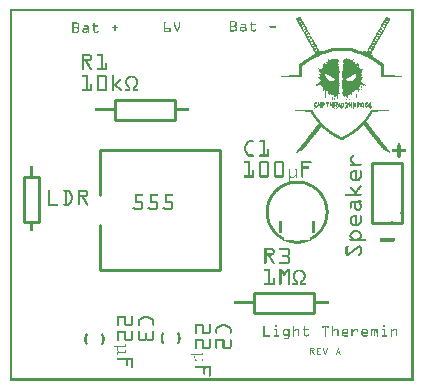
<source format=gto>
G04 MADE WITH FRITZING*
G04 WWW.FRITZING.ORG*
G04 DOUBLE SIDED*
G04 HOLES PLATED*
G04 CONTOUR ON CENTER OF CONTOUR VECTOR*
%ASAXBY*%
%FSLAX23Y23*%
%MOIN*%
%OFA0B0*%
%SFA1.0B1.0*%
%ADD10C,0.010000*%
%ADD11R,0.001000X0.001000*%
%LNSILK1*%
G90*
G70*
G54D10*
X300Y370D02*
X700Y370D01*
D02*
X700Y370D02*
X700Y770D01*
D02*
X700Y770D02*
X300Y770D01*
D02*
X300Y370D02*
X300Y520D01*
D02*
X300Y620D02*
X300Y770D01*
D02*
X350Y937D02*
X550Y937D01*
D02*
X550Y937D02*
X550Y871D01*
D02*
X550Y871D02*
X350Y871D01*
D02*
X350Y871D02*
X350Y937D01*
D02*
X47Y531D02*
X47Y681D01*
D02*
X47Y681D02*
X97Y681D01*
D02*
X97Y681D02*
X97Y531D01*
D02*
X97Y531D02*
X47Y531D01*
D02*
X814Y293D02*
X1014Y293D01*
D02*
X1014Y293D02*
X1014Y227D01*
D02*
X1014Y227D02*
X814Y227D01*
D02*
X814Y227D02*
X814Y293D01*
D02*
X1306Y528D02*
X1306Y728D01*
D02*
X1306Y728D02*
X1206Y728D01*
D02*
X1206Y728D02*
X1206Y528D01*
D02*
X1206Y528D02*
X1306Y528D01*
G36*
X960Y1213D02*
X960Y1212D01*
X957Y1212D01*
X957Y1210D01*
X955Y1210D01*
X955Y1209D01*
X954Y1209D01*
X954Y1207D01*
X953Y1207D01*
X953Y1205D01*
X955Y1205D01*
X955Y1202D01*
X969Y1202D01*
X969Y1200D01*
X968Y1200D01*
X968Y1197D01*
X977Y1197D01*
X977Y1199D01*
X975Y1199D01*
X975Y1200D01*
X974Y1200D01*
X974Y1202D01*
X973Y1202D01*
X973Y1206D01*
X972Y1206D01*
X972Y1207D01*
X970Y1207D01*
X970Y1209D01*
X969Y1209D01*
X969Y1212D01*
X968Y1212D01*
X968Y1213D01*
X960Y1213D01*
G37*
D02*
G36*
X1254Y1213D02*
X1254Y1212D01*
X1252Y1212D01*
X1252Y1211D01*
X1251Y1211D01*
X1251Y1210D01*
X1250Y1210D01*
X1250Y1209D01*
X1249Y1209D01*
X1249Y1205D01*
X1247Y1205D01*
X1247Y1202D01*
X1257Y1202D01*
X1257Y1200D01*
X1259Y1200D01*
X1259Y1197D01*
X1262Y1197D01*
X1262Y1199D01*
X1264Y1199D01*
X1264Y1200D01*
X1265Y1200D01*
X1265Y1202D01*
X1266Y1202D01*
X1266Y1209D01*
X1265Y1209D01*
X1265Y1210D01*
X1264Y1210D01*
X1264Y1211D01*
X1262Y1211D01*
X1262Y1212D01*
X1260Y1212D01*
X1260Y1213D01*
X1254Y1213D01*
G37*
D02*
G36*
X955Y1202D02*
X955Y1201D01*
X957Y1201D01*
X957Y1197D01*
X962Y1197D01*
X962Y1200D01*
X963Y1200D01*
X963Y1201D01*
X964Y1201D01*
X964Y1202D01*
X955Y1202D01*
G37*
D02*
G36*
X1246Y1202D02*
X1246Y1201D01*
X1245Y1201D01*
X1245Y1199D01*
X1244Y1199D01*
X1244Y1197D01*
X1252Y1197D01*
X1252Y1201D01*
X1250Y1201D01*
X1250Y1202D01*
X1246Y1202D01*
G37*
D02*
G36*
X958Y1197D02*
X958Y1196D01*
X978Y1196D01*
X978Y1197D01*
X958Y1197D01*
G37*
D02*
G36*
X958Y1197D02*
X958Y1196D01*
X978Y1196D01*
X978Y1197D01*
X958Y1197D01*
G37*
D02*
G36*
X1244Y1197D02*
X1244Y1196D01*
X1261Y1196D01*
X1261Y1197D01*
X1244Y1197D01*
G37*
D02*
G36*
X1244Y1197D02*
X1244Y1196D01*
X1261Y1196D01*
X1261Y1197D01*
X1244Y1197D01*
G37*
D02*
G36*
X959Y1196D02*
X959Y1195D01*
X974Y1195D01*
X974Y1194D01*
X973Y1194D01*
X973Y1190D01*
X980Y1190D01*
X980Y1191D01*
X979Y1191D01*
X979Y1194D01*
X978Y1194D01*
X978Y1196D01*
X959Y1196D01*
G37*
D02*
G36*
X1242Y1196D02*
X1242Y1195D01*
X1252Y1195D01*
X1252Y1194D01*
X1254Y1194D01*
X1254Y1190D01*
X1259Y1190D01*
X1259Y1192D01*
X1260Y1192D01*
X1260Y1194D01*
X1261Y1194D01*
X1261Y1196D01*
X1242Y1196D01*
G37*
D02*
G36*
X960Y1195D02*
X960Y1192D01*
X962Y1192D01*
X962Y1190D01*
X965Y1190D01*
X965Y1191D01*
X967Y1191D01*
X967Y1192D01*
X968Y1192D01*
X968Y1195D01*
X960Y1195D01*
G37*
D02*
G36*
X1241Y1195D02*
X1241Y1194D01*
X1240Y1194D01*
X1240Y1190D01*
X1249Y1190D01*
X1249Y1191D01*
X1247Y1191D01*
X1247Y1195D01*
X1241Y1195D01*
G37*
D02*
G36*
X962Y1190D02*
X962Y1189D01*
X982Y1189D01*
X982Y1190D01*
X962Y1190D01*
G37*
D02*
G36*
X962Y1190D02*
X962Y1189D01*
X982Y1189D01*
X982Y1190D01*
X962Y1190D01*
G37*
D02*
G36*
X1239Y1190D02*
X1239Y1189D01*
X1257Y1189D01*
X1257Y1190D01*
X1239Y1190D01*
G37*
D02*
G36*
X1239Y1190D02*
X1239Y1189D01*
X1257Y1189D01*
X1257Y1190D01*
X1239Y1190D01*
G37*
D02*
G36*
X963Y1189D02*
X963Y1187D01*
X978Y1187D01*
X978Y1184D01*
X977Y1184D01*
X977Y1182D01*
X985Y1182D01*
X985Y1184D01*
X984Y1184D01*
X984Y1185D01*
X983Y1185D01*
X983Y1187D01*
X982Y1187D01*
X982Y1189D01*
X963Y1189D01*
G37*
D02*
G36*
X1237Y1189D02*
X1237Y1187D01*
X1247Y1187D01*
X1247Y1186D01*
X1249Y1186D01*
X1249Y1184D01*
X1250Y1184D01*
X1250Y1182D01*
X1254Y1182D01*
X1254Y1184D01*
X1255Y1184D01*
X1255Y1185D01*
X1256Y1185D01*
X1256Y1186D01*
X1257Y1186D01*
X1257Y1189D01*
X1237Y1189D01*
G37*
D02*
G36*
X964Y1187D02*
X964Y1184D01*
X965Y1184D01*
X965Y1182D01*
X972Y1182D01*
X972Y1184D01*
X970Y1184D01*
X970Y1185D01*
X972Y1185D01*
X972Y1186D01*
X973Y1186D01*
X973Y1187D01*
X964Y1187D01*
G37*
D02*
G36*
X1236Y1187D02*
X1236Y1184D01*
X1235Y1184D01*
X1235Y1182D01*
X1244Y1182D01*
X1244Y1184D01*
X1242Y1184D01*
X1242Y1185D01*
X1241Y1185D01*
X1241Y1187D01*
X1236Y1187D01*
G37*
D02*
G36*
X967Y1182D02*
X967Y1181D01*
X985Y1181D01*
X985Y1182D01*
X967Y1182D01*
G37*
D02*
G36*
X967Y1182D02*
X967Y1181D01*
X985Y1181D01*
X985Y1182D01*
X967Y1182D01*
G37*
D02*
G36*
X1235Y1182D02*
X1235Y1181D01*
X1254Y1181D01*
X1254Y1182D01*
X1235Y1182D01*
G37*
D02*
G36*
X1235Y1182D02*
X1235Y1181D01*
X1254Y1181D01*
X1254Y1182D01*
X1235Y1182D01*
G37*
D02*
G36*
X968Y1181D02*
X968Y1180D01*
X983Y1180D01*
X983Y1176D01*
X982Y1176D01*
X982Y1175D01*
X980Y1175D01*
X980Y1174D01*
X979Y1174D01*
X979Y1172D01*
X990Y1172D01*
X990Y1175D01*
X989Y1175D01*
X989Y1177D01*
X988Y1177D01*
X988Y1179D01*
X987Y1179D01*
X987Y1180D01*
X985Y1180D01*
X985Y1181D01*
X968Y1181D01*
G37*
D02*
G36*
X1234Y1181D02*
X1234Y1180D01*
X1241Y1180D01*
X1241Y1179D01*
X1244Y1179D01*
X1244Y1176D01*
X1245Y1176D01*
X1245Y1172D01*
X1249Y1172D01*
X1249Y1175D01*
X1250Y1175D01*
X1250Y1177D01*
X1251Y1177D01*
X1251Y1179D01*
X1252Y1179D01*
X1252Y1180D01*
X1254Y1180D01*
X1254Y1181D01*
X1234Y1181D01*
G37*
D02*
G36*
X968Y1180D02*
X968Y1179D01*
X969Y1179D01*
X969Y1175D01*
X970Y1175D01*
X970Y1174D01*
X972Y1174D01*
X972Y1172D01*
X977Y1172D01*
X977Y1179D01*
X978Y1179D01*
X978Y1180D01*
X968Y1180D01*
G37*
D02*
G36*
X1232Y1180D02*
X1232Y1179D01*
X1231Y1179D01*
X1231Y1175D01*
X1230Y1175D01*
X1230Y1174D01*
X1229Y1174D01*
X1229Y1172D01*
X1240Y1172D01*
X1240Y1175D01*
X1239Y1175D01*
X1239Y1176D01*
X1237Y1176D01*
X1237Y1177D01*
X1236Y1177D01*
X1236Y1179D01*
X1240Y1179D01*
X1240Y1180D01*
X1232Y1180D01*
G37*
D02*
G36*
X973Y1172D02*
X973Y1171D01*
X990Y1171D01*
X990Y1172D01*
X973Y1172D01*
G37*
D02*
G36*
X973Y1172D02*
X973Y1171D01*
X990Y1171D01*
X990Y1172D01*
X973Y1172D01*
G37*
D02*
G36*
X1229Y1172D02*
X1229Y1171D01*
X1249Y1171D01*
X1249Y1172D01*
X1229Y1172D01*
G37*
D02*
G36*
X1229Y1172D02*
X1229Y1171D01*
X1249Y1171D01*
X1249Y1172D01*
X1229Y1172D01*
G37*
D02*
G36*
X973Y1171D02*
X973Y1169D01*
X974Y1169D01*
X974Y1166D01*
X975Y1166D01*
X975Y1165D01*
X980Y1165D01*
X980Y1166D01*
X979Y1166D01*
X979Y1169D01*
X980Y1169D01*
X980Y1170D01*
X982Y1170D01*
X982Y1171D01*
X973Y1171D01*
G37*
D02*
G36*
X987Y1171D02*
X987Y1167D01*
X985Y1167D01*
X985Y1166D01*
X984Y1166D01*
X984Y1165D01*
X994Y1165D01*
X994Y1169D01*
X993Y1169D01*
X993Y1170D01*
X992Y1170D01*
X992Y1171D01*
X987Y1171D01*
G37*
D02*
G36*
X1227Y1171D02*
X1227Y1169D01*
X1226Y1169D01*
X1226Y1166D01*
X1225Y1166D01*
X1225Y1165D01*
X1235Y1165D01*
X1235Y1166D01*
X1234Y1166D01*
X1234Y1167D01*
X1232Y1167D01*
X1232Y1170D01*
X1234Y1170D01*
X1234Y1171D01*
X1227Y1171D01*
G37*
D02*
G36*
X1237Y1171D02*
X1237Y1170D01*
X1239Y1170D01*
X1239Y1169D01*
X1240Y1169D01*
X1240Y1165D01*
X1245Y1165D01*
X1245Y1167D01*
X1247Y1167D01*
X1247Y1171D01*
X1237Y1171D01*
G37*
D02*
G36*
X977Y1165D02*
X977Y1164D01*
X995Y1164D01*
X995Y1165D01*
X977Y1165D01*
G37*
D02*
G36*
X977Y1165D02*
X977Y1164D01*
X995Y1164D01*
X995Y1165D01*
X977Y1165D01*
G37*
D02*
G36*
X1224Y1165D02*
X1224Y1164D01*
X1244Y1164D01*
X1244Y1165D01*
X1224Y1165D01*
G37*
D02*
G36*
X1224Y1165D02*
X1224Y1164D01*
X1244Y1164D01*
X1244Y1165D01*
X1224Y1165D01*
G37*
D02*
G36*
X978Y1164D02*
X978Y1160D01*
X979Y1160D01*
X979Y1157D01*
X985Y1157D01*
X985Y1161D01*
X987Y1161D01*
X987Y1164D01*
X978Y1164D01*
G37*
D02*
G36*
X992Y1164D02*
X992Y1160D01*
X990Y1160D01*
X990Y1157D01*
X999Y1157D01*
X999Y1160D01*
X998Y1160D01*
X998Y1161D01*
X996Y1161D01*
X996Y1162D01*
X995Y1162D01*
X995Y1164D01*
X992Y1164D01*
G37*
D02*
G36*
X1224Y1164D02*
X1224Y1161D01*
X1222Y1161D01*
X1222Y1160D01*
X1221Y1160D01*
X1221Y1159D01*
X1220Y1159D01*
X1220Y1157D01*
X1230Y1157D01*
X1230Y1159D01*
X1229Y1159D01*
X1229Y1162D01*
X1227Y1162D01*
X1227Y1164D01*
X1224Y1164D01*
G37*
D02*
G36*
X1234Y1164D02*
X1234Y1162D01*
X1235Y1162D01*
X1235Y1160D01*
X1236Y1160D01*
X1236Y1157D01*
X1241Y1157D01*
X1241Y1161D01*
X1242Y1161D01*
X1242Y1162D01*
X1244Y1162D01*
X1244Y1164D01*
X1234Y1164D01*
G37*
D02*
G36*
X980Y1157D02*
X980Y1156D01*
X999Y1156D01*
X999Y1157D01*
X980Y1157D01*
G37*
D02*
G36*
X980Y1157D02*
X980Y1156D01*
X999Y1156D01*
X999Y1157D01*
X980Y1157D01*
G37*
D02*
G36*
X1220Y1157D02*
X1220Y1156D01*
X1240Y1156D01*
X1240Y1157D01*
X1220Y1157D01*
G37*
D02*
G36*
X1220Y1157D02*
X1220Y1156D01*
X1240Y1156D01*
X1240Y1157D01*
X1220Y1157D01*
G37*
D02*
G36*
X982Y1156D02*
X982Y1154D01*
X983Y1154D01*
X983Y1151D01*
X984Y1151D01*
X984Y1150D01*
X985Y1150D01*
X985Y1149D01*
X989Y1149D01*
X989Y1152D01*
X990Y1152D01*
X990Y1154D01*
X993Y1154D01*
X993Y1155D01*
X994Y1155D01*
X994Y1156D01*
X982Y1156D01*
G37*
D02*
G36*
X995Y1156D02*
X995Y1155D01*
X996Y1155D01*
X996Y1154D01*
X998Y1154D01*
X998Y1152D01*
X995Y1152D01*
X995Y1150D01*
X994Y1150D01*
X994Y1149D01*
X1003Y1149D01*
X1003Y1151D01*
X1001Y1151D01*
X1001Y1152D01*
X1000Y1152D01*
X1000Y1156D01*
X995Y1156D01*
G37*
D02*
G36*
X1219Y1156D02*
X1219Y1152D01*
X1217Y1152D01*
X1217Y1151D01*
X1216Y1151D01*
X1216Y1150D01*
X1215Y1150D01*
X1215Y1149D01*
X1227Y1149D01*
X1227Y1150D01*
X1225Y1150D01*
X1225Y1151D01*
X1224Y1151D01*
X1224Y1154D01*
X1225Y1154D01*
X1225Y1155D01*
X1226Y1155D01*
X1226Y1156D01*
X1219Y1156D01*
G37*
D02*
G36*
X1227Y1156D02*
X1227Y1154D01*
X1231Y1154D01*
X1231Y1149D01*
X1236Y1149D01*
X1236Y1152D01*
X1237Y1152D01*
X1237Y1154D01*
X1239Y1154D01*
X1239Y1156D01*
X1227Y1156D01*
G37*
D02*
G36*
X985Y1149D02*
X985Y1147D01*
X1004Y1147D01*
X1004Y1149D01*
X985Y1149D01*
G37*
D02*
G36*
X985Y1149D02*
X985Y1147D01*
X1004Y1147D01*
X1004Y1149D01*
X985Y1149D01*
G37*
D02*
G36*
X1215Y1149D02*
X1215Y1147D01*
X1235Y1147D01*
X1235Y1149D01*
X1215Y1149D01*
G37*
D02*
G36*
X1215Y1149D02*
X1215Y1147D01*
X1235Y1147D01*
X1235Y1149D01*
X1215Y1149D01*
G37*
D02*
G36*
X985Y1147D02*
X985Y1146D01*
X1000Y1146D01*
X1000Y1142D01*
X999Y1142D01*
X999Y1141D01*
X1008Y1141D01*
X1008Y1142D01*
X1006Y1142D01*
X1006Y1146D01*
X1005Y1146D01*
X1005Y1147D01*
X985Y1147D01*
G37*
D02*
G36*
X1215Y1147D02*
X1215Y1146D01*
X1226Y1146D01*
X1226Y1142D01*
X1227Y1142D01*
X1227Y1141D01*
X1231Y1141D01*
X1231Y1142D01*
X1232Y1142D01*
X1232Y1146D01*
X1234Y1146D01*
X1234Y1147D01*
X1215Y1147D01*
G37*
D02*
G36*
X987Y1146D02*
X987Y1145D01*
X988Y1145D01*
X988Y1144D01*
X989Y1144D01*
X989Y1141D01*
X994Y1141D01*
X994Y1145D01*
X995Y1145D01*
X995Y1146D01*
X987Y1146D01*
G37*
D02*
G36*
X1214Y1146D02*
X1214Y1144D01*
X1212Y1144D01*
X1212Y1142D01*
X1211Y1142D01*
X1211Y1141D01*
X1220Y1141D01*
X1220Y1145D01*
X1219Y1145D01*
X1219Y1146D01*
X1214Y1146D01*
G37*
D02*
G36*
X990Y1141D02*
X990Y1140D01*
X1008Y1140D01*
X1008Y1141D01*
X990Y1141D01*
G37*
D02*
G36*
X990Y1141D02*
X990Y1140D01*
X1008Y1140D01*
X1008Y1141D01*
X990Y1141D01*
G37*
D02*
G36*
X1211Y1141D02*
X1211Y1140D01*
X1231Y1140D01*
X1231Y1141D01*
X1211Y1141D01*
G37*
D02*
G36*
X1211Y1141D02*
X1211Y1140D01*
X1231Y1140D01*
X1231Y1141D01*
X1211Y1141D01*
G37*
D02*
G36*
X990Y1140D02*
X990Y1139D01*
X1006Y1139D01*
X1006Y1136D01*
X1005Y1136D01*
X1005Y1135D01*
X1004Y1135D01*
X1004Y1134D01*
X1011Y1134D01*
X1011Y1136D01*
X1010Y1136D01*
X1010Y1137D01*
X1009Y1137D01*
X1009Y1139D01*
X1008Y1139D01*
X1008Y1140D01*
X990Y1140D01*
G37*
D02*
G36*
X1211Y1140D02*
X1211Y1139D01*
X1220Y1139D01*
X1220Y1137D01*
X1222Y1137D01*
X1222Y1134D01*
X1227Y1134D01*
X1227Y1137D01*
X1229Y1137D01*
X1229Y1139D01*
X1230Y1139D01*
X1230Y1140D01*
X1211Y1140D01*
G37*
D02*
G36*
X990Y1139D02*
X990Y1137D01*
X992Y1137D01*
X992Y1136D01*
X993Y1136D01*
X993Y1135D01*
X994Y1135D01*
X994Y1134D01*
X998Y1134D01*
X998Y1135D01*
X999Y1135D01*
X999Y1139D01*
X990Y1139D01*
G37*
D02*
G36*
X1210Y1139D02*
X1210Y1137D01*
X1209Y1137D01*
X1209Y1134D01*
X1215Y1134D01*
X1215Y1139D01*
X1210Y1139D01*
G37*
D02*
G36*
X994Y1134D02*
X994Y1132D01*
X1013Y1132D01*
X1013Y1134D01*
X994Y1134D01*
G37*
D02*
G36*
X994Y1134D02*
X994Y1132D01*
X1013Y1132D01*
X1013Y1134D01*
X994Y1134D01*
G37*
D02*
G36*
X1206Y1134D02*
X1206Y1132D01*
X1226Y1132D01*
X1226Y1134D01*
X1206Y1134D01*
G37*
D02*
G36*
X1206Y1134D02*
X1206Y1132D01*
X1226Y1132D01*
X1226Y1134D01*
X1206Y1134D01*
G37*
D02*
G36*
X994Y1132D02*
X994Y1131D01*
X1009Y1131D01*
X1009Y1126D01*
X1008Y1126D01*
X1008Y1124D01*
X1016Y1124D01*
X1016Y1127D01*
X1015Y1127D01*
X1015Y1129D01*
X1014Y1129D01*
X1014Y1130D01*
X1013Y1130D01*
X1013Y1132D01*
X994Y1132D01*
G37*
D02*
G36*
X1206Y1132D02*
X1206Y1131D01*
X1215Y1131D01*
X1215Y1130D01*
X1216Y1130D01*
X1216Y1129D01*
X1217Y1129D01*
X1217Y1125D01*
X1222Y1125D01*
X1222Y1127D01*
X1224Y1127D01*
X1224Y1129D01*
X1225Y1129D01*
X1225Y1130D01*
X1226Y1130D01*
X1226Y1132D01*
X1206Y1132D01*
G37*
D02*
G36*
X995Y1131D02*
X995Y1129D01*
X996Y1129D01*
X996Y1127D01*
X998Y1127D01*
X998Y1126D01*
X999Y1126D01*
X999Y1124D01*
X1003Y1124D01*
X1003Y1127D01*
X1004Y1127D01*
X1004Y1131D01*
X995Y1131D01*
G37*
D02*
G36*
X1206Y1131D02*
X1206Y1130D01*
X1205Y1130D01*
X1205Y1126D01*
X1204Y1126D01*
X1204Y1125D01*
X1215Y1125D01*
X1215Y1126D01*
X1211Y1126D01*
X1211Y1127D01*
X1210Y1127D01*
X1210Y1131D01*
X1206Y1131D01*
G37*
D02*
G36*
X1202Y1125D02*
X1202Y1124D01*
X1222Y1124D01*
X1222Y1125D01*
X1202Y1125D01*
G37*
D02*
G36*
X1202Y1125D02*
X1202Y1124D01*
X1222Y1124D01*
X1222Y1125D01*
X1202Y1125D01*
G37*
D02*
G36*
X999Y1124D02*
X999Y1122D01*
X1018Y1122D01*
X1018Y1124D01*
X999Y1124D01*
G37*
D02*
G36*
X999Y1124D02*
X999Y1122D01*
X1018Y1122D01*
X1018Y1124D01*
X999Y1124D01*
G37*
D02*
G36*
X1201Y1124D02*
X1201Y1122D01*
X1211Y1122D01*
X1211Y1121D01*
X1212Y1121D01*
X1212Y1120D01*
X1214Y1120D01*
X1214Y1117D01*
X1212Y1117D01*
X1212Y1116D01*
X1217Y1116D01*
X1217Y1119D01*
X1219Y1119D01*
X1219Y1122D01*
X1220Y1122D01*
X1220Y1124D01*
X1201Y1124D01*
G37*
D02*
G36*
X1000Y1122D02*
X1000Y1119D01*
X1001Y1119D01*
X1001Y1117D01*
X1003Y1117D01*
X1003Y1116D01*
X1006Y1116D01*
X1006Y1119D01*
X1008Y1119D01*
X1008Y1122D01*
X1000Y1122D01*
G37*
D02*
G36*
X1014Y1122D02*
X1014Y1120D01*
X1013Y1120D01*
X1013Y1116D01*
X1021Y1116D01*
X1021Y1119D01*
X1020Y1119D01*
X1020Y1122D01*
X1014Y1122D01*
G37*
D02*
G36*
X1201Y1122D02*
X1201Y1120D01*
X1200Y1120D01*
X1200Y1117D01*
X1199Y1117D01*
X1199Y1116D01*
X1209Y1116D01*
X1209Y1117D01*
X1207Y1117D01*
X1207Y1119D01*
X1206Y1119D01*
X1206Y1120D01*
X1205Y1120D01*
X1205Y1122D01*
X1201Y1122D01*
G37*
D02*
G36*
X1004Y1116D02*
X1004Y1115D01*
X1021Y1115D01*
X1021Y1116D01*
X1004Y1116D01*
G37*
D02*
G36*
X1004Y1116D02*
X1004Y1115D01*
X1021Y1115D01*
X1021Y1116D01*
X1004Y1116D01*
G37*
D02*
G36*
X1197Y1116D02*
X1197Y1115D01*
X1217Y1115D01*
X1217Y1116D01*
X1197Y1116D01*
G37*
D02*
G36*
X1197Y1116D02*
X1197Y1115D01*
X1217Y1115D01*
X1217Y1116D01*
X1197Y1116D01*
G37*
D02*
G36*
X1004Y1115D02*
X1004Y1114D01*
X1005Y1114D01*
X1005Y1112D01*
X1006Y1112D01*
X1006Y1109D01*
X1011Y1109D01*
X1011Y1112D01*
X1013Y1112D01*
X1013Y1114D01*
X1014Y1114D01*
X1014Y1115D01*
X1004Y1115D01*
G37*
D02*
G36*
X1020Y1115D02*
X1020Y1112D01*
X1018Y1112D01*
X1018Y1109D01*
X1025Y1109D01*
X1025Y1111D01*
X1024Y1111D01*
X1024Y1114D01*
X1023Y1114D01*
X1023Y1115D01*
X1020Y1115D01*
G37*
D02*
G36*
X1196Y1115D02*
X1196Y1111D01*
X1195Y1111D01*
X1195Y1110D01*
X1194Y1110D01*
X1194Y1109D01*
X1204Y1109D01*
X1204Y1110D01*
X1202Y1110D01*
X1202Y1111D01*
X1201Y1111D01*
X1201Y1115D01*
X1196Y1115D01*
G37*
D02*
G36*
X1206Y1115D02*
X1206Y1114D01*
X1207Y1114D01*
X1207Y1112D01*
X1209Y1112D01*
X1209Y1110D01*
X1207Y1110D01*
X1207Y1109D01*
X1214Y1109D01*
X1214Y1111D01*
X1215Y1111D01*
X1215Y1114D01*
X1216Y1114D01*
X1216Y1115D01*
X1206Y1115D01*
G37*
D02*
G36*
X1090Y1112D02*
X1090Y1111D01*
X1080Y1111D01*
X1080Y1110D01*
X1073Y1110D01*
X1073Y1109D01*
X1068Y1109D01*
X1068Y1107D01*
X1063Y1107D01*
X1063Y1106D01*
X1058Y1106D01*
X1058Y1105D01*
X1054Y1105D01*
X1054Y1104D01*
X1049Y1104D01*
X1049Y1102D01*
X1109Y1102D01*
X1109Y1101D01*
X1124Y1101D01*
X1124Y1100D01*
X1133Y1100D01*
X1133Y1099D01*
X1139Y1099D01*
X1139Y1097D01*
X1174Y1097D01*
X1174Y1099D01*
X1171Y1099D01*
X1171Y1100D01*
X1167Y1100D01*
X1167Y1101D01*
X1164Y1101D01*
X1164Y1102D01*
X1160Y1102D01*
X1160Y1104D01*
X1156Y1104D01*
X1156Y1105D01*
X1152Y1105D01*
X1152Y1106D01*
X1147Y1106D01*
X1147Y1107D01*
X1142Y1107D01*
X1142Y1109D01*
X1136Y1109D01*
X1136Y1110D01*
X1130Y1110D01*
X1130Y1111D01*
X1120Y1111D01*
X1120Y1112D01*
X1090Y1112D01*
G37*
D02*
G36*
X1008Y1109D02*
X1008Y1107D01*
X1026Y1107D01*
X1026Y1109D01*
X1008Y1109D01*
G37*
D02*
G36*
X1008Y1109D02*
X1008Y1107D01*
X1026Y1107D01*
X1026Y1109D01*
X1008Y1109D01*
G37*
D02*
G36*
X1194Y1109D02*
X1194Y1107D01*
X1211Y1107D01*
X1211Y1109D01*
X1194Y1109D01*
G37*
D02*
G36*
X1194Y1109D02*
X1194Y1107D01*
X1211Y1107D01*
X1211Y1109D01*
X1194Y1109D01*
G37*
D02*
G36*
X1009Y1107D02*
X1009Y1104D01*
X1010Y1104D01*
X1010Y1102D01*
X1011Y1102D01*
X1011Y1100D01*
X1016Y1100D01*
X1016Y1105D01*
X1018Y1105D01*
X1018Y1106D01*
X1019Y1106D01*
X1019Y1107D01*
X1009Y1107D01*
G37*
D02*
G36*
X1023Y1107D02*
X1023Y1106D01*
X1024Y1106D01*
X1024Y1104D01*
X1023Y1104D01*
X1023Y1102D01*
X1021Y1102D01*
X1021Y1101D01*
X1020Y1101D01*
X1020Y1100D01*
X1030Y1100D01*
X1030Y1101D01*
X1029Y1101D01*
X1029Y1105D01*
X1028Y1105D01*
X1028Y1107D01*
X1023Y1107D01*
G37*
D02*
G36*
X1192Y1107D02*
X1192Y1104D01*
X1191Y1104D01*
X1191Y1102D01*
X1190Y1102D01*
X1190Y1101D01*
X1189Y1101D01*
X1189Y1100D01*
X1200Y1100D01*
X1200Y1101D01*
X1197Y1101D01*
X1197Y1104D01*
X1196Y1104D01*
X1196Y1105D01*
X1197Y1105D01*
X1197Y1107D01*
X1192Y1107D01*
G37*
D02*
G36*
X1201Y1107D02*
X1201Y1105D01*
X1202Y1105D01*
X1202Y1104D01*
X1204Y1104D01*
X1204Y1101D01*
X1202Y1101D01*
X1202Y1100D01*
X1209Y1100D01*
X1209Y1101D01*
X1210Y1101D01*
X1210Y1105D01*
X1211Y1105D01*
X1211Y1107D01*
X1201Y1107D01*
G37*
D02*
G36*
X1045Y1102D02*
X1045Y1101D01*
X1038Y1101D01*
X1038Y1100D01*
X1035Y1100D01*
X1035Y1099D01*
X1034Y1099D01*
X1034Y1097D01*
X1071Y1097D01*
X1071Y1099D01*
X1078Y1099D01*
X1078Y1100D01*
X1085Y1100D01*
X1085Y1101D01*
X1101Y1101D01*
X1101Y1102D01*
X1045Y1102D01*
G37*
D02*
G36*
X1176Y1101D02*
X1176Y1100D01*
X1175Y1100D01*
X1175Y1097D01*
X1187Y1097D01*
X1187Y1099D01*
X1186Y1099D01*
X1186Y1100D01*
X1181Y1100D01*
X1181Y1101D01*
X1176Y1101D01*
G37*
D02*
G36*
X1013Y1100D02*
X1013Y1099D01*
X1031Y1099D01*
X1031Y1100D01*
X1013Y1100D01*
G37*
D02*
G36*
X1013Y1100D02*
X1013Y1099D01*
X1031Y1099D01*
X1031Y1100D01*
X1013Y1100D01*
G37*
D02*
G36*
X1189Y1100D02*
X1189Y1099D01*
X1207Y1099D01*
X1207Y1100D01*
X1189Y1100D01*
G37*
D02*
G36*
X1189Y1100D02*
X1189Y1099D01*
X1207Y1099D01*
X1207Y1100D01*
X1189Y1100D01*
G37*
D02*
G36*
X1014Y1099D02*
X1014Y1097D01*
X1033Y1097D01*
X1033Y1099D01*
X1014Y1099D01*
G37*
D02*
G36*
X1189Y1099D02*
X1189Y1097D01*
X1206Y1097D01*
X1206Y1099D01*
X1189Y1099D01*
G37*
D02*
G36*
X1015Y1097D02*
X1015Y1096D01*
X1066Y1096D01*
X1066Y1097D01*
X1015Y1097D01*
G37*
D02*
G36*
X1015Y1097D02*
X1015Y1096D01*
X1066Y1096D01*
X1066Y1097D01*
X1015Y1097D01*
G37*
D02*
G36*
X1144Y1097D02*
X1144Y1096D01*
X1206Y1096D01*
X1206Y1097D01*
X1144Y1097D01*
G37*
D02*
G36*
X1144Y1097D02*
X1144Y1096D01*
X1206Y1096D01*
X1206Y1097D01*
X1144Y1097D01*
G37*
D02*
G36*
X1144Y1097D02*
X1144Y1096D01*
X1206Y1096D01*
X1206Y1097D01*
X1144Y1097D01*
G37*
D02*
G36*
X1015Y1096D02*
X1015Y1094D01*
X1016Y1094D01*
X1016Y1089D01*
X1013Y1089D01*
X1013Y1087D01*
X1009Y1087D01*
X1009Y1086D01*
X1006Y1086D01*
X1006Y1085D01*
X1005Y1085D01*
X1005Y1084D01*
X1004Y1084D01*
X1004Y1082D01*
X1001Y1082D01*
X1001Y1081D01*
X1000Y1081D01*
X1000Y1080D01*
X998Y1080D01*
X998Y1079D01*
X995Y1079D01*
X995Y1077D01*
X994Y1077D01*
X994Y1076D01*
X992Y1076D01*
X992Y1075D01*
X989Y1075D01*
X989Y1074D01*
X988Y1074D01*
X988Y1073D01*
X985Y1073D01*
X985Y1071D01*
X984Y1071D01*
X984Y1070D01*
X982Y1070D01*
X982Y1069D01*
X980Y1069D01*
X980Y1068D01*
X978Y1068D01*
X978Y1066D01*
X977Y1066D01*
X977Y1065D01*
X975Y1065D01*
X975Y1064D01*
X973Y1064D01*
X973Y1063D01*
X972Y1063D01*
X972Y1061D01*
X970Y1061D01*
X970Y1060D01*
X968Y1060D01*
X968Y1059D01*
X967Y1059D01*
X967Y1058D01*
X965Y1058D01*
X965Y1056D01*
X964Y1056D01*
X964Y1024D01*
X965Y1024D01*
X965Y1023D01*
X964Y1023D01*
X964Y1021D01*
X952Y1021D01*
X952Y1020D01*
X940Y1020D01*
X940Y1019D01*
X928Y1019D01*
X928Y1018D01*
X917Y1018D01*
X917Y1016D01*
X904Y1016D01*
X904Y1015D01*
X893Y1015D01*
X893Y1014D01*
X975Y1014D01*
X975Y1015D01*
X974Y1015D01*
X974Y1036D01*
X973Y1036D01*
X973Y1049D01*
X974Y1049D01*
X974Y1050D01*
X975Y1050D01*
X975Y1051D01*
X977Y1051D01*
X977Y1053D01*
X979Y1053D01*
X979Y1054D01*
X980Y1054D01*
X980Y1055D01*
X982Y1055D01*
X982Y1056D01*
X984Y1056D01*
X984Y1058D01*
X985Y1058D01*
X985Y1059D01*
X988Y1059D01*
X988Y1060D01*
X989Y1060D01*
X989Y1061D01*
X990Y1061D01*
X990Y1063D01*
X993Y1063D01*
X993Y1064D01*
X994Y1064D01*
X994Y1065D01*
X996Y1065D01*
X996Y1066D01*
X999Y1066D01*
X999Y1068D01*
X1000Y1068D01*
X1000Y1069D01*
X1003Y1069D01*
X1003Y1070D01*
X1005Y1070D01*
X1005Y1071D01*
X1006Y1071D01*
X1006Y1073D01*
X1009Y1073D01*
X1009Y1074D01*
X1011Y1074D01*
X1011Y1075D01*
X1014Y1075D01*
X1014Y1076D01*
X1015Y1076D01*
X1015Y1077D01*
X1018Y1077D01*
X1018Y1079D01*
X1020Y1079D01*
X1020Y1080D01*
X1023Y1080D01*
X1023Y1081D01*
X1025Y1081D01*
X1025Y1082D01*
X1028Y1082D01*
X1028Y1084D01*
X1031Y1084D01*
X1031Y1085D01*
X1034Y1085D01*
X1034Y1086D01*
X1036Y1086D01*
X1036Y1087D01*
X1040Y1087D01*
X1040Y1089D01*
X1043Y1089D01*
X1043Y1090D01*
X1046Y1090D01*
X1046Y1091D01*
X1050Y1091D01*
X1050Y1092D01*
X1054Y1092D01*
X1054Y1094D01*
X1058Y1094D01*
X1058Y1095D01*
X1061Y1095D01*
X1061Y1096D01*
X1015Y1096D01*
G37*
D02*
G36*
X1147Y1096D02*
X1147Y1095D01*
X1152Y1095D01*
X1152Y1094D01*
X1156Y1094D01*
X1156Y1092D01*
X1160Y1092D01*
X1160Y1091D01*
X1164Y1091D01*
X1164Y1090D01*
X1166Y1090D01*
X1166Y1089D01*
X1170Y1089D01*
X1170Y1087D01*
X1172Y1087D01*
X1172Y1086D01*
X1176Y1086D01*
X1176Y1085D01*
X1179Y1085D01*
X1179Y1084D01*
X1181Y1084D01*
X1181Y1082D01*
X1184Y1082D01*
X1184Y1081D01*
X1186Y1081D01*
X1186Y1080D01*
X1189Y1080D01*
X1189Y1079D01*
X1191Y1079D01*
X1191Y1077D01*
X1194Y1077D01*
X1194Y1076D01*
X1196Y1076D01*
X1196Y1075D01*
X1199Y1075D01*
X1199Y1074D01*
X1201Y1074D01*
X1201Y1073D01*
X1202Y1073D01*
X1202Y1071D01*
X1205Y1071D01*
X1205Y1070D01*
X1207Y1070D01*
X1207Y1069D01*
X1209Y1069D01*
X1209Y1068D01*
X1211Y1068D01*
X1211Y1066D01*
X1214Y1066D01*
X1214Y1065D01*
X1215Y1065D01*
X1215Y1064D01*
X1217Y1064D01*
X1217Y1063D01*
X1219Y1063D01*
X1219Y1061D01*
X1221Y1061D01*
X1221Y1060D01*
X1222Y1060D01*
X1222Y1059D01*
X1224Y1059D01*
X1224Y1058D01*
X1226Y1058D01*
X1226Y1056D01*
X1227Y1056D01*
X1227Y1055D01*
X1230Y1055D01*
X1230Y1054D01*
X1231Y1054D01*
X1231Y1053D01*
X1232Y1053D01*
X1232Y1051D01*
X1234Y1051D01*
X1234Y1050D01*
X1236Y1050D01*
X1236Y1021D01*
X1235Y1021D01*
X1235Y1014D01*
X1316Y1014D01*
X1316Y1015D01*
X1305Y1015D01*
X1305Y1016D01*
X1293Y1016D01*
X1293Y1018D01*
X1281Y1018D01*
X1281Y1019D01*
X1270Y1019D01*
X1270Y1020D01*
X1257Y1020D01*
X1257Y1021D01*
X1246Y1021D01*
X1246Y1023D01*
X1245Y1023D01*
X1245Y1031D01*
X1246Y1031D01*
X1246Y1056D01*
X1245Y1056D01*
X1245Y1058D01*
X1244Y1058D01*
X1244Y1059D01*
X1241Y1059D01*
X1241Y1060D01*
X1240Y1060D01*
X1240Y1061D01*
X1239Y1061D01*
X1239Y1063D01*
X1236Y1063D01*
X1236Y1064D01*
X1235Y1064D01*
X1235Y1065D01*
X1234Y1065D01*
X1234Y1066D01*
X1231Y1066D01*
X1231Y1068D01*
X1230Y1068D01*
X1230Y1069D01*
X1227Y1069D01*
X1227Y1070D01*
X1226Y1070D01*
X1226Y1071D01*
X1224Y1071D01*
X1224Y1073D01*
X1222Y1073D01*
X1222Y1074D01*
X1220Y1074D01*
X1220Y1075D01*
X1219Y1075D01*
X1219Y1076D01*
X1216Y1076D01*
X1216Y1077D01*
X1214Y1077D01*
X1214Y1079D01*
X1212Y1079D01*
X1212Y1080D01*
X1211Y1080D01*
X1211Y1081D01*
X1210Y1081D01*
X1210Y1085D01*
X1209Y1085D01*
X1209Y1086D01*
X1205Y1086D01*
X1205Y1087D01*
X1204Y1087D01*
X1204Y1089D01*
X1202Y1089D01*
X1202Y1091D01*
X1204Y1091D01*
X1204Y1092D01*
X1205Y1092D01*
X1205Y1096D01*
X1147Y1096D01*
G37*
D02*
G36*
X1120Y1076D02*
X1120Y1074D01*
X1121Y1074D01*
X1121Y1073D01*
X1129Y1073D01*
X1129Y1074D01*
X1125Y1074D01*
X1125Y1075D01*
X1123Y1075D01*
X1123Y1076D01*
X1120Y1076D01*
G37*
D02*
G36*
X1110Y1075D02*
X1110Y1074D01*
X1111Y1074D01*
X1111Y1073D01*
X1118Y1073D01*
X1118Y1074D01*
X1115Y1074D01*
X1115Y1075D01*
X1110Y1075D01*
G37*
D02*
G36*
X1142Y1074D02*
X1142Y1073D01*
X1141Y1073D01*
X1141Y1071D01*
X1140Y1071D01*
X1140Y1070D01*
X1142Y1070D01*
X1142Y1069D01*
X1144Y1069D01*
X1144Y1070D01*
X1145Y1070D01*
X1145Y1071D01*
X1146Y1071D01*
X1146Y1073D01*
X1145Y1073D01*
X1145Y1074D01*
X1142Y1074D01*
G37*
D02*
G36*
X1111Y1073D02*
X1111Y1071D01*
X1133Y1071D01*
X1133Y1073D01*
X1111Y1073D01*
G37*
D02*
G36*
X1111Y1073D02*
X1111Y1071D01*
X1133Y1071D01*
X1133Y1073D01*
X1111Y1073D01*
G37*
D02*
G36*
X1111Y1071D02*
X1111Y1070D01*
X1135Y1070D01*
X1135Y1071D01*
X1111Y1071D01*
G37*
D02*
G36*
X1110Y1070D02*
X1110Y1069D01*
X1141Y1069D01*
X1141Y1070D01*
X1110Y1070D01*
G37*
D02*
G36*
X1110Y1070D02*
X1110Y1069D01*
X1141Y1069D01*
X1141Y1070D01*
X1110Y1070D01*
G37*
D02*
G36*
X1109Y1069D02*
X1109Y1068D01*
X1144Y1068D01*
X1144Y1069D01*
X1109Y1069D01*
G37*
D02*
G36*
X1109Y1069D02*
X1109Y1068D01*
X1144Y1068D01*
X1144Y1069D01*
X1109Y1069D01*
G37*
D02*
G36*
X1109Y1068D02*
X1109Y1065D01*
X1142Y1065D01*
X1142Y1064D01*
X1144Y1064D01*
X1144Y1068D01*
X1109Y1068D01*
G37*
D02*
G36*
X1109Y1065D02*
X1109Y1064D01*
X1141Y1064D01*
X1141Y1065D01*
X1109Y1065D01*
G37*
D02*
G36*
X1146Y1065D02*
X1146Y1064D01*
X1150Y1064D01*
X1150Y1065D01*
X1146Y1065D01*
G37*
D02*
G36*
X1109Y1064D02*
X1109Y1063D01*
X1150Y1063D01*
X1150Y1064D01*
X1109Y1064D01*
G37*
D02*
G36*
X1109Y1064D02*
X1109Y1063D01*
X1150Y1063D01*
X1150Y1064D01*
X1109Y1064D01*
G37*
D02*
G36*
X1109Y1064D02*
X1109Y1063D01*
X1150Y1063D01*
X1150Y1064D01*
X1109Y1064D01*
G37*
D02*
G36*
X1110Y1063D02*
X1110Y1059D01*
X1111Y1059D01*
X1111Y1058D01*
X1149Y1058D01*
X1149Y1059D01*
X1147Y1059D01*
X1147Y1061D01*
X1149Y1061D01*
X1149Y1063D01*
X1110Y1063D01*
G37*
D02*
G36*
X1156Y1060D02*
X1156Y1058D01*
X1155Y1058D01*
X1155Y1056D01*
X1160Y1056D01*
X1160Y1058D01*
X1159Y1058D01*
X1159Y1059D01*
X1157Y1059D01*
X1157Y1060D01*
X1156Y1060D01*
G37*
D02*
G36*
X1151Y1059D02*
X1151Y1058D01*
X1152Y1058D01*
X1152Y1059D01*
X1151Y1059D01*
G37*
D02*
G36*
X1109Y1058D02*
X1109Y1056D01*
X1154Y1056D01*
X1154Y1058D01*
X1109Y1058D01*
G37*
D02*
G36*
X1109Y1058D02*
X1109Y1056D01*
X1154Y1056D01*
X1154Y1058D01*
X1109Y1058D01*
G37*
D02*
G36*
X1109Y1056D02*
X1109Y1055D01*
X1162Y1055D01*
X1162Y1056D01*
X1109Y1056D01*
G37*
D02*
G36*
X1109Y1056D02*
X1109Y1055D01*
X1162Y1055D01*
X1162Y1056D01*
X1109Y1056D01*
G37*
D02*
G36*
X1109Y1055D02*
X1109Y1054D01*
X1110Y1054D01*
X1110Y1051D01*
X1109Y1051D01*
X1109Y1050D01*
X1159Y1050D01*
X1159Y1048D01*
X1161Y1048D01*
X1161Y1049D01*
X1160Y1049D01*
X1160Y1050D01*
X1161Y1050D01*
X1161Y1053D01*
X1162Y1053D01*
X1162Y1055D01*
X1109Y1055D01*
G37*
D02*
G36*
X1109Y1050D02*
X1109Y1049D01*
X1108Y1049D01*
X1108Y1048D01*
X1157Y1048D01*
X1157Y1050D01*
X1109Y1050D01*
G37*
D02*
G36*
X1108Y1048D02*
X1108Y1046D01*
X1161Y1046D01*
X1161Y1048D01*
X1108Y1048D01*
G37*
D02*
G36*
X1108Y1048D02*
X1108Y1046D01*
X1161Y1046D01*
X1161Y1048D01*
X1108Y1048D01*
G37*
D02*
G36*
X1108Y1046D02*
X1108Y1040D01*
X1167Y1040D01*
X1167Y1041D01*
X1166Y1041D01*
X1166Y1043D01*
X1164Y1043D01*
X1164Y1044D01*
X1162Y1044D01*
X1162Y1045D01*
X1161Y1045D01*
X1161Y1046D01*
X1108Y1046D01*
G37*
D02*
G36*
X1175Y1043D02*
X1175Y1041D01*
X1174Y1041D01*
X1174Y1040D01*
X1177Y1040D01*
X1177Y1043D01*
X1175Y1043D01*
G37*
D02*
G36*
X1108Y1040D02*
X1108Y1039D01*
X1176Y1039D01*
X1176Y1040D01*
X1108Y1040D01*
G37*
D02*
G36*
X1108Y1040D02*
X1108Y1039D01*
X1176Y1039D01*
X1176Y1040D01*
X1108Y1040D01*
G37*
D02*
G36*
X1108Y1039D02*
X1108Y1034D01*
X1106Y1034D01*
X1106Y1025D01*
X1155Y1025D01*
X1155Y1024D01*
X1154Y1024D01*
X1154Y1021D01*
X1152Y1021D01*
X1152Y1016D01*
X1151Y1016D01*
X1151Y1014D01*
X1152Y1014D01*
X1152Y1013D01*
X1151Y1013D01*
X1151Y1010D01*
X1177Y1010D01*
X1177Y1009D01*
X1180Y1009D01*
X1180Y1010D01*
X1179Y1010D01*
X1179Y1011D01*
X1176Y1011D01*
X1176Y1013D01*
X1174Y1013D01*
X1174Y1014D01*
X1172Y1014D01*
X1172Y1015D01*
X1170Y1015D01*
X1170Y1016D01*
X1171Y1016D01*
X1171Y1019D01*
X1172Y1019D01*
X1172Y1020D01*
X1174Y1020D01*
X1174Y1021D01*
X1172Y1021D01*
X1172Y1023D01*
X1169Y1023D01*
X1169Y1028D01*
X1171Y1028D01*
X1171Y1031D01*
X1174Y1031D01*
X1174Y1033D01*
X1175Y1033D01*
X1175Y1035D01*
X1174Y1035D01*
X1174Y1036D01*
X1175Y1036D01*
X1175Y1039D01*
X1108Y1039D01*
G37*
D02*
G36*
X1106Y1025D02*
X1106Y1010D01*
X1108Y1010D01*
X1108Y1005D01*
X1106Y1005D01*
X1106Y1000D01*
X1129Y1000D01*
X1129Y1001D01*
X1123Y1001D01*
X1123Y1004D01*
X1121Y1004D01*
X1121Y1005D01*
X1120Y1005D01*
X1120Y1006D01*
X1121Y1006D01*
X1121Y1008D01*
X1124Y1008D01*
X1124Y1009D01*
X1126Y1009D01*
X1126Y1010D01*
X1128Y1010D01*
X1128Y1011D01*
X1129Y1011D01*
X1129Y1013D01*
X1131Y1013D01*
X1131Y1014D01*
X1134Y1014D01*
X1134Y1015D01*
X1135Y1015D01*
X1135Y1016D01*
X1139Y1016D01*
X1139Y1018D01*
X1140Y1018D01*
X1140Y1019D01*
X1142Y1019D01*
X1142Y1020D01*
X1144Y1020D01*
X1144Y1021D01*
X1146Y1021D01*
X1146Y1023D01*
X1149Y1023D01*
X1149Y1024D01*
X1151Y1024D01*
X1151Y1025D01*
X1106Y1025D01*
G37*
D02*
G36*
X1151Y1010D02*
X1151Y1009D01*
X1149Y1009D01*
X1149Y1008D01*
X1146Y1008D01*
X1146Y1006D01*
X1145Y1006D01*
X1145Y1004D01*
X1144Y1004D01*
X1144Y1003D01*
X1142Y1003D01*
X1142Y1001D01*
X1136Y1001D01*
X1136Y1000D01*
X1169Y1000D01*
X1169Y1003D01*
X1167Y1003D01*
X1167Y1004D01*
X1170Y1004D01*
X1170Y1005D01*
X1171Y1005D01*
X1171Y1006D01*
X1174Y1006D01*
X1174Y1008D01*
X1172Y1008D01*
X1172Y1010D01*
X1151Y1010D01*
G37*
D02*
G36*
X1106Y1000D02*
X1106Y999D01*
X1169Y999D01*
X1169Y1000D01*
X1106Y1000D01*
G37*
D02*
G36*
X1106Y1000D02*
X1106Y999D01*
X1169Y999D01*
X1169Y1000D01*
X1106Y1000D01*
G37*
D02*
G36*
X1106Y999D02*
X1106Y994D01*
X1105Y994D01*
X1105Y991D01*
X1106Y991D01*
X1106Y990D01*
X1177Y990D01*
X1177Y991D01*
X1176Y991D01*
X1176Y993D01*
X1175Y993D01*
X1175Y994D01*
X1174Y994D01*
X1174Y996D01*
X1172Y996D01*
X1172Y998D01*
X1170Y998D01*
X1170Y999D01*
X1106Y999D01*
G37*
D02*
G36*
X1179Y991D02*
X1179Y990D01*
X1180Y990D01*
X1180Y991D01*
X1179Y991D01*
G37*
D02*
G36*
X1106Y990D02*
X1106Y989D01*
X1181Y989D01*
X1181Y990D01*
X1106Y990D01*
G37*
D02*
G36*
X1106Y990D02*
X1106Y989D01*
X1181Y989D01*
X1181Y990D01*
X1106Y990D01*
G37*
D02*
G36*
X1106Y989D02*
X1106Y988D01*
X1176Y988D01*
X1176Y986D01*
X1181Y986D01*
X1181Y985D01*
X1185Y985D01*
X1185Y988D01*
X1184Y988D01*
X1184Y989D01*
X1106Y989D01*
G37*
D02*
G36*
X1106Y988D02*
X1106Y986D01*
X1105Y986D01*
X1105Y985D01*
X1106Y985D01*
X1106Y973D01*
X1152Y973D01*
X1152Y945D01*
X1155Y945D01*
X1155Y958D01*
X1154Y958D01*
X1154Y969D01*
X1155Y969D01*
X1155Y970D01*
X1156Y970D01*
X1156Y971D01*
X1162Y971D01*
X1162Y973D01*
X1161Y973D01*
X1161Y978D01*
X1164Y978D01*
X1164Y980D01*
X1165Y980D01*
X1165Y981D01*
X1166Y981D01*
X1166Y983D01*
X1165Y983D01*
X1165Y984D01*
X1166Y984D01*
X1166Y985D01*
X1167Y985D01*
X1167Y986D01*
X1169Y986D01*
X1169Y988D01*
X1106Y988D01*
G37*
D02*
G36*
X1177Y986D02*
X1177Y985D01*
X1180Y985D01*
X1180Y986D01*
X1177Y986D01*
G37*
D02*
G36*
X1179Y985D02*
X1179Y984D01*
X1180Y984D01*
X1180Y983D01*
X1181Y983D01*
X1181Y985D01*
X1179Y985D01*
G37*
D02*
G36*
X1108Y973D02*
X1108Y968D01*
X1149Y968D01*
X1149Y964D01*
X1150Y964D01*
X1150Y971D01*
X1151Y971D01*
X1151Y973D01*
X1108Y973D01*
G37*
D02*
G36*
X1164Y973D02*
X1164Y971D01*
X1165Y971D01*
X1165Y973D01*
X1164Y973D01*
G37*
D02*
G36*
X1157Y971D02*
X1157Y970D01*
X1166Y970D01*
X1166Y971D01*
X1157Y971D01*
G37*
D02*
G36*
X1157Y971D02*
X1157Y970D01*
X1166Y970D01*
X1166Y971D01*
X1157Y971D01*
G37*
D02*
G36*
X1157Y970D02*
X1157Y969D01*
X1159Y969D01*
X1159Y965D01*
X1160Y965D01*
X1160Y964D01*
X1161Y964D01*
X1161Y969D01*
X1166Y969D01*
X1166Y970D01*
X1157Y970D01*
G37*
D02*
G36*
X1108Y968D02*
X1108Y963D01*
X1141Y963D01*
X1141Y958D01*
X1144Y958D01*
X1144Y959D01*
X1145Y959D01*
X1145Y961D01*
X1144Y961D01*
X1144Y964D01*
X1145Y964D01*
X1145Y965D01*
X1146Y965D01*
X1146Y968D01*
X1108Y968D01*
G37*
D02*
G36*
X1106Y963D02*
X1106Y958D01*
X1137Y958D01*
X1137Y954D01*
X1139Y954D01*
X1139Y955D01*
X1140Y955D01*
X1140Y963D01*
X1106Y963D01*
G37*
D02*
G36*
X1108Y958D02*
X1108Y956D01*
X1109Y956D01*
X1109Y955D01*
X1110Y955D01*
X1110Y954D01*
X1128Y954D01*
X1128Y951D01*
X1129Y951D01*
X1129Y954D01*
X1133Y954D01*
X1133Y955D01*
X1134Y955D01*
X1134Y956D01*
X1135Y956D01*
X1135Y958D01*
X1108Y958D01*
G37*
D02*
G36*
X1110Y954D02*
X1110Y953D01*
X1109Y953D01*
X1109Y951D01*
X1123Y951D01*
X1123Y943D01*
X1121Y943D01*
X1121Y939D01*
X1120Y939D01*
X1120Y938D01*
X1124Y938D01*
X1124Y939D01*
X1125Y939D01*
X1125Y940D01*
X1124Y940D01*
X1124Y944D01*
X1125Y944D01*
X1125Y946D01*
X1126Y946D01*
X1126Y954D01*
X1110Y954D01*
G37*
D02*
G36*
X1109Y951D02*
X1109Y950D01*
X1116Y950D01*
X1116Y949D01*
X1118Y949D01*
X1118Y946D01*
X1119Y946D01*
X1119Y949D01*
X1120Y949D01*
X1120Y950D01*
X1121Y950D01*
X1121Y951D01*
X1109Y951D01*
G37*
D02*
G36*
X1109Y950D02*
X1109Y949D01*
X1110Y949D01*
X1110Y950D01*
X1109Y950D01*
G37*
D02*
G36*
X1113Y950D02*
X1113Y940D01*
X1114Y940D01*
X1114Y948D01*
X1115Y948D01*
X1115Y950D01*
X1113Y950D01*
G37*
D02*
G36*
X1078Y1075D02*
X1078Y1074D01*
X1075Y1074D01*
X1075Y1073D01*
X1083Y1073D01*
X1083Y1074D01*
X1081Y1074D01*
X1081Y1075D01*
X1078Y1075D01*
G37*
D02*
G36*
X1089Y1075D02*
X1089Y1074D01*
X1086Y1074D01*
X1086Y1073D01*
X1091Y1073D01*
X1091Y1074D01*
X1093Y1074D01*
X1093Y1075D01*
X1089Y1075D01*
G37*
D02*
G36*
X1058Y1074D02*
X1058Y1071D01*
X1063Y1071D01*
X1063Y1070D01*
X1064Y1070D01*
X1064Y1071D01*
X1063Y1071D01*
X1063Y1073D01*
X1061Y1073D01*
X1061Y1074D01*
X1058Y1074D01*
G37*
D02*
G36*
X1070Y1073D02*
X1070Y1071D01*
X1091Y1071D01*
X1091Y1073D01*
X1070Y1073D01*
G37*
D02*
G36*
X1070Y1073D02*
X1070Y1071D01*
X1091Y1071D01*
X1091Y1073D01*
X1070Y1073D01*
G37*
D02*
G36*
X1059Y1071D02*
X1059Y1070D01*
X1061Y1070D01*
X1061Y1071D01*
X1059Y1071D01*
G37*
D02*
G36*
X1069Y1071D02*
X1069Y1070D01*
X1093Y1070D01*
X1093Y1071D01*
X1069Y1071D01*
G37*
D02*
G36*
X1059Y1070D02*
X1059Y1069D01*
X1093Y1069D01*
X1093Y1070D01*
X1059Y1070D01*
G37*
D02*
G36*
X1059Y1070D02*
X1059Y1069D01*
X1093Y1069D01*
X1093Y1070D01*
X1059Y1070D01*
G37*
D02*
G36*
X1059Y1070D02*
X1059Y1069D01*
X1093Y1069D01*
X1093Y1070D01*
X1059Y1070D01*
G37*
D02*
G36*
X1060Y1069D02*
X1060Y1066D01*
X1059Y1066D01*
X1059Y1065D01*
X1061Y1065D01*
X1061Y1064D01*
X1095Y1064D01*
X1095Y1069D01*
X1060Y1069D01*
G37*
D02*
G36*
X1054Y1065D02*
X1054Y1064D01*
X1056Y1064D01*
X1056Y1065D01*
X1054Y1065D01*
G37*
D02*
G36*
X1053Y1064D02*
X1053Y1063D01*
X1095Y1063D01*
X1095Y1064D01*
X1053Y1064D01*
G37*
D02*
G36*
X1053Y1064D02*
X1053Y1063D01*
X1095Y1063D01*
X1095Y1064D01*
X1053Y1064D01*
G37*
D02*
G36*
X1054Y1063D02*
X1054Y1061D01*
X1055Y1061D01*
X1055Y1058D01*
X1093Y1058D01*
X1093Y1060D01*
X1094Y1060D01*
X1094Y1063D01*
X1054Y1063D01*
G37*
D02*
G36*
X1045Y1059D02*
X1045Y1058D01*
X1044Y1058D01*
X1044Y1056D01*
X1049Y1056D01*
X1049Y1058D01*
X1048Y1058D01*
X1048Y1059D01*
X1045Y1059D01*
G37*
D02*
G36*
X1051Y1059D02*
X1051Y1058D01*
X1053Y1058D01*
X1053Y1059D01*
X1051Y1059D01*
G37*
D02*
G36*
X1050Y1058D02*
X1050Y1056D01*
X1094Y1056D01*
X1094Y1058D01*
X1050Y1058D01*
G37*
D02*
G36*
X1050Y1058D02*
X1050Y1056D01*
X1094Y1056D01*
X1094Y1058D01*
X1050Y1058D01*
G37*
D02*
G36*
X1041Y1056D02*
X1041Y1055D01*
X1095Y1055D01*
X1095Y1056D01*
X1041Y1056D01*
G37*
D02*
G36*
X1041Y1056D02*
X1041Y1055D01*
X1095Y1055D01*
X1095Y1056D01*
X1041Y1056D01*
G37*
D02*
G36*
X1041Y1055D02*
X1041Y1051D01*
X1043Y1051D01*
X1043Y1048D01*
X1041Y1048D01*
X1041Y1044D01*
X1039Y1044D01*
X1039Y1043D01*
X1038Y1043D01*
X1038Y1041D01*
X1036Y1041D01*
X1036Y1040D01*
X1033Y1040D01*
X1033Y1039D01*
X1095Y1039D01*
X1095Y1041D01*
X1096Y1041D01*
X1096Y1046D01*
X1095Y1046D01*
X1095Y1050D01*
X1094Y1050D01*
X1094Y1055D01*
X1041Y1055D01*
G37*
D02*
G36*
X1025Y1044D02*
X1025Y1041D01*
X1026Y1041D01*
X1026Y1039D01*
X1031Y1039D01*
X1031Y1040D01*
X1030Y1040D01*
X1030Y1041D01*
X1028Y1041D01*
X1028Y1043D01*
X1026Y1043D01*
X1026Y1044D01*
X1025Y1044D01*
G37*
D02*
G36*
X1029Y1039D02*
X1029Y1038D01*
X1096Y1038D01*
X1096Y1039D01*
X1029Y1039D01*
G37*
D02*
G36*
X1029Y1039D02*
X1029Y1038D01*
X1096Y1038D01*
X1096Y1039D01*
X1029Y1039D01*
G37*
D02*
G36*
X1029Y1038D02*
X1029Y1033D01*
X1030Y1033D01*
X1030Y1031D01*
X1033Y1031D01*
X1033Y1029D01*
X1031Y1029D01*
X1031Y1028D01*
X1035Y1028D01*
X1035Y1025D01*
X1053Y1025D01*
X1053Y1024D01*
X1055Y1024D01*
X1055Y1023D01*
X1056Y1023D01*
X1056Y1021D01*
X1059Y1021D01*
X1059Y1020D01*
X1061Y1020D01*
X1061Y1019D01*
X1063Y1019D01*
X1063Y1018D01*
X1065Y1018D01*
X1065Y1016D01*
X1068Y1016D01*
X1068Y1015D01*
X1070Y1015D01*
X1070Y1014D01*
X1073Y1014D01*
X1073Y1013D01*
X1074Y1013D01*
X1074Y1011D01*
X1075Y1011D01*
X1075Y1010D01*
X1078Y1010D01*
X1078Y1009D01*
X1080Y1009D01*
X1080Y1008D01*
X1083Y1008D01*
X1083Y1004D01*
X1080Y1004D01*
X1080Y1001D01*
X1096Y1001D01*
X1096Y1028D01*
X1098Y1028D01*
X1098Y1033D01*
X1096Y1033D01*
X1096Y1038D01*
X1029Y1038D01*
G37*
D02*
G36*
X1035Y1025D02*
X1035Y1023D01*
X1030Y1023D01*
X1030Y1019D01*
X1031Y1019D01*
X1031Y1018D01*
X1033Y1018D01*
X1033Y1016D01*
X1034Y1016D01*
X1034Y1015D01*
X1031Y1015D01*
X1031Y1014D01*
X1030Y1014D01*
X1030Y1013D01*
X1026Y1013D01*
X1026Y1011D01*
X1025Y1011D01*
X1025Y1010D01*
X1031Y1010D01*
X1031Y1009D01*
X1030Y1009D01*
X1030Y1006D01*
X1031Y1006D01*
X1031Y1005D01*
X1034Y1005D01*
X1034Y1004D01*
X1035Y1004D01*
X1035Y1001D01*
X1034Y1001D01*
X1034Y999D01*
X1070Y999D01*
X1070Y1000D01*
X1066Y1000D01*
X1066Y1001D01*
X1061Y1001D01*
X1061Y1003D01*
X1060Y1003D01*
X1060Y1004D01*
X1059Y1004D01*
X1059Y1005D01*
X1058Y1005D01*
X1058Y1006D01*
X1056Y1006D01*
X1056Y1008D01*
X1055Y1008D01*
X1055Y1009D01*
X1053Y1009D01*
X1053Y1011D01*
X1051Y1011D01*
X1051Y1016D01*
X1050Y1016D01*
X1050Y1023D01*
X1049Y1023D01*
X1049Y1025D01*
X1035Y1025D01*
G37*
D02*
G36*
X1024Y1010D02*
X1024Y1009D01*
X1026Y1009D01*
X1026Y1010D01*
X1024Y1010D01*
G37*
D02*
G36*
X1078Y1003D02*
X1078Y1001D01*
X1079Y1001D01*
X1079Y1003D01*
X1078Y1003D01*
G37*
D02*
G36*
X1075Y1001D02*
X1075Y1000D01*
X1096Y1000D01*
X1096Y1001D01*
X1075Y1001D01*
G37*
D02*
G36*
X1075Y1001D02*
X1075Y1000D01*
X1096Y1000D01*
X1096Y1001D01*
X1075Y1001D01*
G37*
D02*
G36*
X1071Y1000D02*
X1071Y999D01*
X1096Y999D01*
X1096Y1000D01*
X1071Y1000D01*
G37*
D02*
G36*
X1033Y999D02*
X1033Y998D01*
X1096Y998D01*
X1096Y999D01*
X1033Y999D01*
G37*
D02*
G36*
X1033Y999D02*
X1033Y998D01*
X1096Y998D01*
X1096Y999D01*
X1033Y999D01*
G37*
D02*
G36*
X1031Y998D02*
X1031Y996D01*
X1030Y996D01*
X1030Y995D01*
X1029Y995D01*
X1029Y994D01*
X1028Y994D01*
X1028Y993D01*
X1026Y993D01*
X1026Y990D01*
X1098Y990D01*
X1098Y995D01*
X1096Y995D01*
X1096Y998D01*
X1031Y998D01*
G37*
D02*
G36*
X1024Y991D02*
X1024Y990D01*
X1025Y990D01*
X1025Y991D01*
X1024Y991D01*
G37*
D02*
G36*
X1023Y990D02*
X1023Y989D01*
X1098Y989D01*
X1098Y990D01*
X1023Y990D01*
G37*
D02*
G36*
X1023Y990D02*
X1023Y989D01*
X1098Y989D01*
X1098Y990D01*
X1023Y990D01*
G37*
D02*
G36*
X1019Y989D02*
X1019Y988D01*
X1018Y988D01*
X1018Y985D01*
X1021Y985D01*
X1021Y983D01*
X1024Y983D01*
X1024Y985D01*
X1026Y985D01*
X1026Y988D01*
X1031Y988D01*
X1031Y989D01*
X1019Y989D01*
G37*
D02*
G36*
X1033Y989D02*
X1033Y988D01*
X1034Y988D01*
X1034Y986D01*
X1035Y986D01*
X1035Y985D01*
X1038Y985D01*
X1038Y984D01*
X1039Y984D01*
X1039Y983D01*
X1038Y983D01*
X1038Y981D01*
X1039Y981D01*
X1039Y979D01*
X1041Y979D01*
X1041Y975D01*
X1049Y975D01*
X1049Y973D01*
X1053Y973D01*
X1053Y970D01*
X1054Y970D01*
X1054Y968D01*
X1058Y968D01*
X1058Y965D01*
X1059Y965D01*
X1059Y963D01*
X1064Y963D01*
X1064Y960D01*
X1096Y960D01*
X1096Y983D01*
X1098Y983D01*
X1098Y988D01*
X1096Y988D01*
X1096Y989D01*
X1033Y989D01*
G37*
D02*
G36*
X1039Y979D02*
X1039Y978D01*
X1040Y978D01*
X1040Y979D01*
X1039Y979D01*
G37*
D02*
G36*
X1044Y975D02*
X1044Y974D01*
X1046Y974D01*
X1046Y970D01*
X1048Y970D01*
X1048Y975D01*
X1044Y975D01*
G37*
D02*
G36*
X1043Y974D02*
X1043Y973D01*
X1041Y973D01*
X1041Y965D01*
X1043Y965D01*
X1043Y964D01*
X1044Y964D01*
X1044Y966D01*
X1045Y966D01*
X1045Y974D01*
X1043Y974D01*
G37*
D02*
G36*
X1049Y973D02*
X1049Y945D01*
X1051Y945D01*
X1051Y973D01*
X1049Y973D01*
G37*
D02*
G36*
X1059Y963D02*
X1059Y961D01*
X1058Y961D01*
X1058Y960D01*
X1059Y960D01*
X1059Y958D01*
X1061Y958D01*
X1061Y960D01*
X1063Y960D01*
X1063Y963D01*
X1059Y963D01*
G37*
D02*
G36*
X1063Y960D02*
X1063Y959D01*
X1064Y959D01*
X1064Y958D01*
X1069Y958D01*
X1069Y956D01*
X1070Y956D01*
X1070Y955D01*
X1071Y955D01*
X1071Y954D01*
X1078Y954D01*
X1078Y953D01*
X1083Y953D01*
X1083Y950D01*
X1088Y950D01*
X1088Y949D01*
X1089Y949D01*
X1089Y948D01*
X1090Y948D01*
X1090Y941D01*
X1091Y941D01*
X1091Y950D01*
X1094Y950D01*
X1094Y953D01*
X1093Y953D01*
X1093Y954D01*
X1094Y954D01*
X1094Y956D01*
X1096Y956D01*
X1096Y958D01*
X1098Y958D01*
X1098Y959D01*
X1096Y959D01*
X1096Y960D01*
X1063Y960D01*
G37*
D02*
G36*
X1064Y958D02*
X1064Y954D01*
X1065Y954D01*
X1065Y955D01*
X1066Y955D01*
X1066Y958D01*
X1064Y958D01*
G37*
D02*
G36*
X1074Y954D02*
X1074Y953D01*
X1075Y953D01*
X1075Y950D01*
X1076Y950D01*
X1076Y954D01*
X1074Y954D01*
G37*
D02*
G36*
X1078Y953D02*
X1078Y945D01*
X1079Y945D01*
X1079Y938D01*
X1083Y938D01*
X1083Y941D01*
X1081Y941D01*
X1081Y944D01*
X1080Y944D01*
X1080Y948D01*
X1081Y948D01*
X1081Y953D01*
X1078Y953D01*
G37*
D02*
G36*
X1084Y950D02*
X1084Y946D01*
X1086Y946D01*
X1086Y950D01*
X1084Y950D01*
G37*
D02*
G36*
X1031Y984D02*
X1031Y976D01*
X1033Y976D01*
X1033Y970D01*
X1034Y970D01*
X1034Y984D01*
X1031Y984D01*
G37*
D02*
G36*
X1170Y984D02*
X1170Y983D01*
X1169Y983D01*
X1169Y979D01*
X1170Y979D01*
X1170Y976D01*
X1171Y976D01*
X1171Y979D01*
X1172Y979D01*
X1172Y981D01*
X1171Y981D01*
X1171Y984D01*
X1170Y984D01*
G37*
D02*
G36*
X1170Y975D02*
X1170Y974D01*
X1169Y974D01*
X1169Y970D01*
X1171Y970D01*
X1171Y975D01*
X1170Y975D01*
G37*
D02*
G36*
X1039Y973D02*
X1039Y971D01*
X1036Y971D01*
X1036Y969D01*
X1040Y969D01*
X1040Y973D01*
X1039Y973D01*
G37*
D02*
G36*
X1053Y966D02*
X1053Y964D01*
X1055Y964D01*
X1055Y965D01*
X1054Y965D01*
X1054Y966D01*
X1053Y966D01*
G37*
D02*
G36*
X1145Y963D02*
X1145Y961D01*
X1146Y961D01*
X1146Y963D01*
X1145Y963D01*
G37*
D02*
G36*
X1120Y949D02*
X1120Y948D01*
X1121Y948D01*
X1121Y949D01*
X1120Y949D01*
G37*
D02*
G36*
X1128Y948D02*
X1128Y944D01*
X1129Y944D01*
X1129Y948D01*
X1128Y948D01*
G37*
D02*
G36*
X1074Y946D02*
X1074Y941D01*
X1073Y941D01*
X1073Y939D01*
X1071Y939D01*
X1071Y938D01*
X1073Y938D01*
X1073Y937D01*
X1075Y937D01*
X1075Y946D01*
X1074Y946D01*
G37*
D02*
G36*
X1129Y943D02*
X1129Y937D01*
X1131Y937D01*
X1131Y940D01*
X1130Y940D01*
X1130Y943D01*
X1129Y943D01*
G37*
D02*
G36*
X1016Y929D02*
X1016Y928D01*
X1014Y928D01*
X1014Y925D01*
X1013Y925D01*
X1013Y924D01*
X1021Y924D01*
X1021Y922D01*
X1023Y922D01*
X1023Y925D01*
X1024Y925D01*
X1024Y928D01*
X1021Y928D01*
X1021Y929D01*
X1016Y929D01*
G37*
D02*
G36*
X1013Y924D02*
X1013Y918D01*
X1014Y918D01*
X1014Y917D01*
X1018Y917D01*
X1018Y920D01*
X1016Y920D01*
X1016Y923D01*
X1018Y923D01*
X1018Y924D01*
X1013Y924D01*
G37*
D02*
G36*
X1019Y924D02*
X1019Y923D01*
X1020Y923D01*
X1020Y924D01*
X1019Y924D01*
G37*
D02*
G36*
X1023Y919D02*
X1023Y918D01*
X1021Y918D01*
X1021Y917D01*
X1024Y917D01*
X1024Y918D01*
X1025Y918D01*
X1025Y919D01*
X1023Y919D01*
G37*
D02*
G36*
X1019Y918D02*
X1019Y917D01*
X1020Y917D01*
X1020Y918D01*
X1019Y918D01*
G37*
D02*
G36*
X1013Y917D02*
X1013Y915D01*
X1025Y915D01*
X1025Y917D01*
X1013Y917D01*
G37*
D02*
G36*
X1013Y917D02*
X1013Y915D01*
X1025Y915D01*
X1025Y917D01*
X1013Y917D01*
G37*
D02*
G36*
X1013Y917D02*
X1013Y915D01*
X1025Y915D01*
X1025Y917D01*
X1013Y917D01*
G37*
D02*
G36*
X1014Y915D02*
X1014Y913D01*
X1020Y913D01*
X1020Y912D01*
X1021Y912D01*
X1021Y913D01*
X1024Y913D01*
X1024Y915D01*
X1014Y915D01*
G37*
D02*
G36*
X1016Y913D02*
X1016Y912D01*
X1019Y912D01*
X1019Y913D01*
X1016Y913D01*
G37*
D02*
G36*
X1025Y929D02*
X1025Y928D01*
X1026Y928D01*
X1026Y925D01*
X1025Y925D01*
X1025Y923D01*
X1030Y923D01*
X1030Y927D01*
X1031Y927D01*
X1031Y928D01*
X1030Y928D01*
X1030Y929D01*
X1025Y929D01*
G37*
D02*
G36*
X1034Y929D02*
X1034Y923D01*
X1039Y923D01*
X1039Y929D01*
X1034Y929D01*
G37*
D02*
G36*
X1025Y923D02*
X1025Y922D01*
X1038Y922D01*
X1038Y923D01*
X1025Y923D01*
G37*
D02*
G36*
X1025Y923D02*
X1025Y922D01*
X1038Y922D01*
X1038Y923D01*
X1025Y923D01*
G37*
D02*
G36*
X1025Y922D02*
X1025Y920D01*
X1026Y920D01*
X1026Y918D01*
X1033Y918D01*
X1033Y917D01*
X1034Y917D01*
X1034Y914D01*
X1033Y914D01*
X1033Y913D01*
X1034Y913D01*
X1034Y912D01*
X1035Y912D01*
X1035Y907D01*
X1036Y907D01*
X1036Y912D01*
X1038Y912D01*
X1038Y915D01*
X1039Y915D01*
X1039Y917D01*
X1038Y917D01*
X1038Y918D01*
X1039Y918D01*
X1039Y919D01*
X1038Y919D01*
X1038Y920D01*
X1039Y920D01*
X1039Y922D01*
X1025Y922D01*
G37*
D02*
G36*
X1029Y918D02*
X1029Y917D01*
X1030Y917D01*
X1030Y918D01*
X1029Y918D01*
G37*
D02*
G36*
X1040Y929D02*
X1040Y928D01*
X1046Y928D01*
X1046Y929D01*
X1040Y929D01*
G37*
D02*
G36*
X1048Y929D02*
X1048Y928D01*
X1049Y928D01*
X1049Y929D01*
X1048Y929D01*
G37*
D02*
G36*
X1040Y928D02*
X1040Y927D01*
X1050Y927D01*
X1050Y928D01*
X1040Y928D01*
G37*
D02*
G36*
X1040Y928D02*
X1040Y927D01*
X1050Y927D01*
X1050Y928D01*
X1040Y928D01*
G37*
D02*
G36*
X1040Y927D02*
X1040Y924D01*
X1046Y924D01*
X1046Y923D01*
X1050Y923D01*
X1050Y927D01*
X1040Y927D01*
G37*
D02*
G36*
X1040Y924D02*
X1040Y923D01*
X1044Y923D01*
X1044Y924D01*
X1040Y924D01*
G37*
D02*
G36*
X1040Y923D02*
X1040Y922D01*
X1050Y922D01*
X1050Y923D01*
X1040Y923D01*
G37*
D02*
G36*
X1040Y923D02*
X1040Y922D01*
X1050Y922D01*
X1050Y923D01*
X1040Y923D01*
G37*
D02*
G36*
X1040Y922D02*
X1040Y919D01*
X1048Y919D01*
X1048Y918D01*
X1049Y918D01*
X1049Y920D01*
X1050Y920D01*
X1050Y922D01*
X1040Y922D01*
G37*
D02*
G36*
X1040Y919D02*
X1040Y918D01*
X1045Y918D01*
X1045Y915D01*
X1046Y915D01*
X1046Y919D01*
X1040Y919D01*
G37*
D02*
G36*
X1039Y918D02*
X1039Y917D01*
X1040Y917D01*
X1040Y912D01*
X1041Y912D01*
X1041Y909D01*
X1044Y909D01*
X1044Y910D01*
X1043Y910D01*
X1043Y913D01*
X1045Y913D01*
X1045Y914D01*
X1044Y914D01*
X1044Y918D01*
X1039Y918D01*
G37*
D02*
G36*
X1053Y929D02*
X1053Y928D01*
X1051Y928D01*
X1051Y925D01*
X1061Y925D01*
X1061Y924D01*
X1063Y924D01*
X1063Y923D01*
X1064Y923D01*
X1064Y929D01*
X1053Y929D01*
G37*
D02*
G36*
X1051Y925D02*
X1051Y924D01*
X1056Y924D01*
X1056Y923D01*
X1060Y923D01*
X1060Y925D01*
X1051Y925D01*
G37*
D02*
G36*
X1051Y924D02*
X1051Y923D01*
X1053Y923D01*
X1053Y924D01*
X1051Y924D01*
G37*
D02*
G36*
X1054Y924D02*
X1054Y923D01*
X1055Y923D01*
X1055Y924D01*
X1054Y924D01*
G37*
D02*
G36*
X1055Y923D02*
X1055Y919D01*
X1056Y919D01*
X1056Y918D01*
X1055Y918D01*
X1055Y917D01*
X1056Y917D01*
X1056Y915D01*
X1055Y915D01*
X1055Y914D01*
X1058Y914D01*
X1058Y910D01*
X1056Y910D01*
X1056Y909D01*
X1058Y909D01*
X1058Y908D01*
X1059Y908D01*
X1059Y913D01*
X1060Y913D01*
X1060Y923D01*
X1055Y923D01*
G37*
D02*
G36*
X1065Y929D02*
X1065Y923D01*
X1069Y923D01*
X1069Y924D01*
X1070Y924D01*
X1070Y929D01*
X1065Y929D01*
G37*
D02*
G36*
X1074Y929D02*
X1074Y928D01*
X1073Y928D01*
X1073Y927D01*
X1074Y927D01*
X1074Y925D01*
X1073Y925D01*
X1073Y924D01*
X1074Y924D01*
X1074Y923D01*
X1078Y923D01*
X1078Y929D01*
X1074Y929D01*
G37*
D02*
G36*
X1065Y923D02*
X1065Y922D01*
X1078Y922D01*
X1078Y923D01*
X1065Y923D01*
G37*
D02*
G36*
X1065Y923D02*
X1065Y922D01*
X1078Y922D01*
X1078Y923D01*
X1065Y923D01*
G37*
D02*
G36*
X1065Y922D02*
X1065Y918D01*
X1071Y918D01*
X1071Y917D01*
X1073Y917D01*
X1073Y915D01*
X1074Y915D01*
X1074Y914D01*
X1073Y914D01*
X1073Y910D01*
X1074Y910D01*
X1074Y912D01*
X1078Y912D01*
X1078Y922D01*
X1065Y922D01*
G37*
D02*
G36*
X1069Y918D02*
X1069Y917D01*
X1070Y917D01*
X1070Y918D01*
X1069Y918D01*
G37*
D02*
G36*
X1079Y929D02*
X1079Y924D01*
X1080Y924D01*
X1080Y922D01*
X1084Y922D01*
X1084Y923D01*
X1085Y923D01*
X1085Y924D01*
X1084Y924D01*
X1084Y928D01*
X1085Y928D01*
X1085Y929D01*
X1079Y929D01*
G37*
D02*
G36*
X1086Y929D02*
X1086Y928D01*
X1093Y928D01*
X1093Y929D01*
X1086Y929D01*
G37*
D02*
G36*
X1095Y929D02*
X1095Y928D01*
X1096Y928D01*
X1096Y929D01*
X1095Y929D01*
G37*
D02*
G36*
X1098Y929D02*
X1098Y928D01*
X1100Y928D01*
X1100Y929D01*
X1098Y929D01*
G37*
D02*
G36*
X1105Y929D02*
X1105Y928D01*
X1106Y928D01*
X1106Y929D01*
X1105Y929D01*
G37*
D02*
G36*
X1085Y928D02*
X1085Y925D01*
X1086Y925D01*
X1086Y923D01*
X1094Y923D01*
X1094Y925D01*
X1093Y925D01*
X1093Y927D01*
X1094Y927D01*
X1094Y928D01*
X1085Y928D01*
G37*
D02*
G36*
X1095Y928D02*
X1095Y927D01*
X1111Y927D01*
X1111Y928D01*
X1095Y928D01*
G37*
D02*
G36*
X1095Y928D02*
X1095Y927D01*
X1111Y927D01*
X1111Y928D01*
X1095Y928D01*
G37*
D02*
G36*
X1095Y928D02*
X1095Y927D01*
X1111Y927D01*
X1111Y928D01*
X1095Y928D01*
G37*
D02*
G36*
X1095Y927D02*
X1095Y925D01*
X1096Y925D01*
X1096Y924D01*
X1095Y924D01*
X1095Y923D01*
X1096Y923D01*
X1096Y922D01*
X1100Y922D01*
X1100Y927D01*
X1095Y927D01*
G37*
D02*
G36*
X1103Y927D02*
X1103Y925D01*
X1101Y925D01*
X1101Y923D01*
X1108Y923D01*
X1108Y922D01*
X1109Y922D01*
X1109Y920D01*
X1110Y920D01*
X1110Y919D01*
X1109Y919D01*
X1109Y918D01*
X1114Y918D01*
X1114Y925D01*
X1113Y925D01*
X1113Y927D01*
X1103Y927D01*
G37*
D02*
G36*
X1085Y923D02*
X1085Y922D01*
X1095Y922D01*
X1095Y923D01*
X1085Y923D01*
G37*
D02*
G36*
X1103Y923D02*
X1103Y918D01*
X1106Y918D01*
X1106Y923D01*
X1103Y923D01*
G37*
D02*
G36*
X1080Y922D02*
X1080Y919D01*
X1084Y919D01*
X1084Y920D01*
X1085Y920D01*
X1085Y922D01*
X1080Y922D01*
G37*
D02*
G36*
X1086Y922D02*
X1086Y920D01*
X1101Y920D01*
X1101Y922D01*
X1086Y922D01*
G37*
D02*
G36*
X1086Y922D02*
X1086Y920D01*
X1101Y920D01*
X1101Y922D01*
X1086Y922D01*
G37*
D02*
G36*
X1086Y920D02*
X1086Y919D01*
X1090Y919D01*
X1090Y920D01*
X1086Y920D01*
G37*
D02*
G36*
X1091Y920D02*
X1091Y915D01*
X1100Y915D01*
X1100Y912D01*
X1101Y912D01*
X1101Y917D01*
X1100Y917D01*
X1100Y918D01*
X1101Y918D01*
X1101Y919D01*
X1100Y919D01*
X1100Y920D01*
X1091Y920D01*
G37*
D02*
G36*
X1080Y919D02*
X1080Y918D01*
X1090Y918D01*
X1090Y919D01*
X1080Y919D01*
G37*
D02*
G36*
X1080Y919D02*
X1080Y918D01*
X1090Y918D01*
X1090Y919D01*
X1080Y919D01*
G37*
D02*
G36*
X1079Y918D02*
X1079Y917D01*
X1080Y917D01*
X1080Y913D01*
X1081Y913D01*
X1081Y912D01*
X1083Y912D01*
X1083Y914D01*
X1084Y914D01*
X1084Y918D01*
X1079Y918D01*
G37*
D02*
G36*
X1085Y918D02*
X1085Y917D01*
X1086Y917D01*
X1086Y915D01*
X1085Y915D01*
X1085Y914D01*
X1089Y914D01*
X1089Y913D01*
X1090Y913D01*
X1090Y918D01*
X1085Y918D01*
G37*
D02*
G36*
X1103Y918D02*
X1103Y917D01*
X1114Y917D01*
X1114Y918D01*
X1103Y918D01*
G37*
D02*
G36*
X1103Y918D02*
X1103Y917D01*
X1114Y917D01*
X1114Y918D01*
X1103Y918D01*
G37*
D02*
G36*
X1103Y917D02*
X1103Y913D01*
X1106Y913D01*
X1106Y912D01*
X1108Y912D01*
X1108Y913D01*
X1110Y913D01*
X1110Y914D01*
X1113Y914D01*
X1113Y915D01*
X1114Y915D01*
X1114Y917D01*
X1103Y917D01*
G37*
D02*
G36*
X1094Y915D02*
X1094Y913D01*
X1098Y913D01*
X1098Y912D01*
X1099Y912D01*
X1099Y915D01*
X1094Y915D01*
G37*
D02*
G36*
X1086Y914D02*
X1086Y913D01*
X1088Y913D01*
X1088Y914D01*
X1086Y914D01*
G37*
D02*
G36*
X1095Y913D02*
X1095Y909D01*
X1096Y909D01*
X1096Y913D01*
X1095Y913D01*
G37*
D02*
G36*
X1104Y913D02*
X1104Y908D01*
X1106Y908D01*
X1106Y909D01*
X1105Y909D01*
X1105Y913D01*
X1104Y913D01*
G37*
D02*
G36*
X1098Y912D02*
X1098Y908D01*
X1099Y908D01*
X1099Y910D01*
X1100Y910D01*
X1100Y912D01*
X1098Y912D01*
G37*
D02*
G36*
X1115Y929D02*
X1115Y928D01*
X1116Y928D01*
X1116Y927D01*
X1115Y927D01*
X1115Y925D01*
X1116Y925D01*
X1116Y924D01*
X1119Y924D01*
X1119Y923D01*
X1121Y923D01*
X1121Y922D01*
X1118Y922D01*
X1118Y920D01*
X1116Y920D01*
X1116Y919D01*
X1118Y919D01*
X1118Y918D01*
X1121Y918D01*
X1121Y917D01*
X1126Y917D01*
X1126Y918D01*
X1125Y918D01*
X1125Y920D01*
X1124Y920D01*
X1124Y922D01*
X1125Y922D01*
X1125Y923D01*
X1126Y923D01*
X1126Y924D01*
X1125Y924D01*
X1125Y928D01*
X1123Y928D01*
X1123Y929D01*
X1115Y929D01*
G37*
D02*
G36*
X1115Y924D02*
X1115Y923D01*
X1118Y923D01*
X1118Y924D01*
X1115Y924D01*
G37*
D02*
G36*
X1118Y918D02*
X1118Y917D01*
X1119Y917D01*
X1119Y918D01*
X1118Y918D01*
G37*
D02*
G36*
X1118Y917D02*
X1118Y915D01*
X1126Y915D01*
X1126Y917D01*
X1118Y917D01*
G37*
D02*
G36*
X1118Y917D02*
X1118Y915D01*
X1126Y915D01*
X1126Y917D01*
X1118Y917D01*
G37*
D02*
G36*
X1116Y915D02*
X1116Y914D01*
X1115Y914D01*
X1115Y913D01*
X1116Y913D01*
X1116Y912D01*
X1121Y912D01*
X1121Y909D01*
X1123Y909D01*
X1123Y912D01*
X1125Y912D01*
X1125Y913D01*
X1126Y913D01*
X1126Y914D01*
X1125Y914D01*
X1125Y915D01*
X1116Y915D01*
G37*
D02*
G36*
X1116Y912D02*
X1116Y908D01*
X1118Y908D01*
X1118Y909D01*
X1119Y909D01*
X1119Y910D01*
X1118Y910D01*
X1118Y912D01*
X1116Y912D01*
G37*
D02*
G36*
X1128Y929D02*
X1128Y927D01*
X1126Y927D01*
X1126Y925D01*
X1128Y925D01*
X1128Y923D01*
X1131Y923D01*
X1131Y924D01*
X1133Y924D01*
X1133Y925D01*
X1131Y925D01*
X1131Y927D01*
X1133Y927D01*
X1133Y929D01*
X1128Y929D01*
G37*
D02*
G36*
X1135Y929D02*
X1135Y927D01*
X1136Y927D01*
X1136Y925D01*
X1135Y925D01*
X1135Y923D01*
X1140Y923D01*
X1140Y929D01*
X1135Y929D01*
G37*
D02*
G36*
X1126Y923D02*
X1126Y922D01*
X1140Y922D01*
X1140Y923D01*
X1126Y923D01*
G37*
D02*
G36*
X1126Y923D02*
X1126Y922D01*
X1140Y922D01*
X1140Y923D01*
X1126Y923D01*
G37*
D02*
G36*
X1128Y922D02*
X1128Y918D01*
X1135Y918D01*
X1135Y910D01*
X1136Y910D01*
X1136Y907D01*
X1137Y907D01*
X1137Y912D01*
X1140Y912D01*
X1140Y913D01*
X1139Y913D01*
X1139Y914D01*
X1140Y914D01*
X1140Y919D01*
X1139Y919D01*
X1139Y920D01*
X1140Y920D01*
X1140Y922D01*
X1128Y922D01*
G37*
D02*
G36*
X1129Y918D02*
X1129Y917D01*
X1130Y917D01*
X1130Y918D01*
X1129Y918D01*
G37*
D02*
G36*
X1133Y918D02*
X1133Y917D01*
X1134Y917D01*
X1134Y918D01*
X1133Y918D01*
G37*
D02*
G36*
X1144Y929D02*
X1144Y928D01*
X1141Y928D01*
X1141Y923D01*
X1146Y923D01*
X1146Y922D01*
X1149Y922D01*
X1149Y919D01*
X1147Y919D01*
X1147Y918D01*
X1152Y918D01*
X1152Y919D01*
X1154Y919D01*
X1154Y923D01*
X1152Y923D01*
X1152Y927D01*
X1150Y927D01*
X1150Y928D01*
X1145Y928D01*
X1145Y929D01*
X1144Y929D01*
G37*
D02*
G36*
X1141Y923D02*
X1141Y922D01*
X1145Y922D01*
X1145Y923D01*
X1141Y923D01*
G37*
D02*
G36*
X1141Y922D02*
X1141Y918D01*
X1145Y918D01*
X1145Y920D01*
X1146Y920D01*
X1146Y922D01*
X1141Y922D01*
G37*
D02*
G36*
X1142Y918D02*
X1142Y917D01*
X1152Y917D01*
X1152Y918D01*
X1142Y918D01*
G37*
D02*
G36*
X1142Y918D02*
X1142Y917D01*
X1152Y917D01*
X1152Y918D01*
X1142Y918D01*
G37*
D02*
G36*
X1141Y917D02*
X1141Y914D01*
X1151Y914D01*
X1151Y912D01*
X1152Y912D01*
X1152Y917D01*
X1141Y917D01*
G37*
D02*
G36*
X1142Y914D02*
X1142Y913D01*
X1144Y913D01*
X1144Y912D01*
X1146Y912D01*
X1146Y913D01*
X1149Y913D01*
X1149Y914D01*
X1142Y914D01*
G37*
D02*
G36*
X1155Y929D02*
X1155Y928D01*
X1154Y928D01*
X1154Y927D01*
X1155Y927D01*
X1155Y925D01*
X1154Y925D01*
X1154Y924D01*
X1161Y924D01*
X1161Y923D01*
X1165Y923D01*
X1165Y928D01*
X1161Y928D01*
X1161Y929D01*
X1155Y929D01*
G37*
D02*
G36*
X1155Y924D02*
X1155Y923D01*
X1159Y923D01*
X1159Y924D01*
X1155Y924D01*
G37*
D02*
G36*
X1155Y923D02*
X1155Y922D01*
X1165Y922D01*
X1165Y923D01*
X1155Y923D01*
G37*
D02*
G36*
X1155Y923D02*
X1155Y922D01*
X1165Y922D01*
X1165Y923D01*
X1155Y923D01*
G37*
D02*
G36*
X1155Y922D02*
X1155Y919D01*
X1162Y919D01*
X1162Y918D01*
X1164Y918D01*
X1164Y920D01*
X1165Y920D01*
X1165Y922D01*
X1155Y922D01*
G37*
D02*
G36*
X1155Y919D02*
X1155Y918D01*
X1160Y918D01*
X1160Y915D01*
X1161Y915D01*
X1161Y919D01*
X1155Y919D01*
G37*
D02*
G36*
X1154Y918D02*
X1154Y917D01*
X1155Y917D01*
X1155Y912D01*
X1156Y912D01*
X1156Y908D01*
X1157Y908D01*
X1157Y912D01*
X1159Y912D01*
X1159Y918D01*
X1154Y918D01*
G37*
D02*
G36*
X1171Y929D02*
X1171Y928D01*
X1169Y928D01*
X1169Y927D01*
X1167Y927D01*
X1167Y925D01*
X1166Y925D01*
X1166Y924D01*
X1175Y924D01*
X1175Y923D01*
X1176Y923D01*
X1176Y919D01*
X1175Y919D01*
X1175Y918D01*
X1180Y918D01*
X1180Y925D01*
X1179Y925D01*
X1179Y928D01*
X1176Y928D01*
X1176Y929D01*
X1171Y929D01*
G37*
D02*
G36*
X1166Y924D02*
X1166Y923D01*
X1172Y923D01*
X1172Y919D01*
X1174Y919D01*
X1174Y924D01*
X1166Y924D01*
G37*
D02*
G36*
X1166Y923D02*
X1166Y919D01*
X1167Y919D01*
X1167Y918D01*
X1171Y918D01*
X1171Y920D01*
X1170Y920D01*
X1170Y922D01*
X1171Y922D01*
X1171Y923D01*
X1166Y923D01*
G37*
D02*
G36*
X1166Y918D02*
X1166Y917D01*
X1180Y917D01*
X1180Y918D01*
X1166Y918D01*
G37*
D02*
G36*
X1166Y918D02*
X1166Y917D01*
X1180Y917D01*
X1180Y918D01*
X1166Y918D01*
G37*
D02*
G36*
X1167Y917D02*
X1167Y915D01*
X1179Y915D01*
X1179Y914D01*
X1180Y914D01*
X1180Y917D01*
X1167Y917D01*
G37*
D02*
G36*
X1166Y915D02*
X1166Y914D01*
X1167Y914D01*
X1167Y913D01*
X1169Y913D01*
X1169Y915D01*
X1166Y915D01*
G37*
D02*
G36*
X1170Y915D02*
X1170Y913D01*
X1172Y913D01*
X1172Y910D01*
X1174Y910D01*
X1174Y913D01*
X1177Y913D01*
X1177Y915D01*
X1170Y915D01*
G37*
D02*
G36*
X1186Y929D02*
X1186Y928D01*
X1184Y928D01*
X1184Y927D01*
X1182Y927D01*
X1182Y924D01*
X1190Y924D01*
X1190Y923D01*
X1191Y923D01*
X1191Y919D01*
X1190Y919D01*
X1190Y918D01*
X1195Y918D01*
X1195Y920D01*
X1196Y920D01*
X1196Y922D01*
X1195Y922D01*
X1195Y925D01*
X1194Y925D01*
X1194Y928D01*
X1191Y928D01*
X1191Y929D01*
X1186Y929D01*
G37*
D02*
G36*
X1181Y924D02*
X1181Y923D01*
X1187Y923D01*
X1187Y920D01*
X1189Y920D01*
X1189Y924D01*
X1181Y924D01*
G37*
D02*
G36*
X1181Y923D02*
X1181Y918D01*
X1186Y918D01*
X1186Y923D01*
X1181Y923D01*
G37*
D02*
G36*
X1182Y918D02*
X1182Y917D01*
X1195Y917D01*
X1195Y918D01*
X1182Y918D01*
G37*
D02*
G36*
X1182Y918D02*
X1182Y917D01*
X1195Y917D01*
X1195Y918D01*
X1182Y918D01*
G37*
D02*
G36*
X1181Y917D02*
X1181Y915D01*
X1185Y915D01*
X1185Y913D01*
X1187Y913D01*
X1187Y910D01*
X1189Y910D01*
X1189Y913D01*
X1192Y913D01*
X1192Y914D01*
X1195Y914D01*
X1195Y917D01*
X1181Y917D01*
G37*
D02*
G36*
X1182Y915D02*
X1182Y913D01*
X1184Y913D01*
X1184Y915D01*
X1182Y915D01*
G37*
D02*
G36*
X1199Y929D02*
X1199Y928D01*
X1197Y928D01*
X1197Y925D01*
X1196Y925D01*
X1196Y924D01*
X1197Y924D01*
X1197Y917D01*
X1196Y917D01*
X1196Y915D01*
X1197Y915D01*
X1197Y913D01*
X1200Y913D01*
X1200Y912D01*
X1206Y912D01*
X1206Y910D01*
X1205Y910D01*
X1205Y909D01*
X1206Y909D01*
X1206Y908D01*
X1207Y908D01*
X1207Y918D01*
X1201Y918D01*
X1201Y919D01*
X1202Y919D01*
X1202Y922D01*
X1201Y922D01*
X1201Y923D01*
X1202Y923D01*
X1202Y927D01*
X1201Y927D01*
X1201Y928D01*
X1202Y928D01*
X1202Y929D01*
X1199Y929D01*
G37*
D02*
G36*
X1196Y913D02*
X1196Y912D01*
X1197Y912D01*
X1197Y910D01*
X1199Y910D01*
X1199Y913D01*
X1196Y913D01*
G37*
D02*
G36*
X1200Y912D02*
X1200Y910D01*
X1201Y910D01*
X1201Y912D01*
X1200Y912D01*
G37*
D02*
G36*
X1202Y912D02*
X1202Y910D01*
X1204Y910D01*
X1204Y912D01*
X1202Y912D01*
G37*
D02*
G36*
X1115Y917D02*
X1115Y915D01*
X1116Y915D01*
X1116Y917D01*
X1115Y917D01*
G37*
D02*
G36*
X1130Y917D02*
X1130Y915D01*
X1131Y915D01*
X1131Y917D01*
X1130Y917D01*
G37*
D02*
G36*
X1029Y915D02*
X1029Y914D01*
X1030Y914D01*
X1030Y915D01*
X1029Y915D01*
G37*
D02*
G36*
X1069Y915D02*
X1069Y914D01*
X1070Y914D01*
X1070Y915D01*
X1069Y915D01*
G37*
D02*
G36*
X1113Y914D02*
X1113Y912D01*
X1114Y912D01*
X1114Y914D01*
X1113Y914D01*
G37*
D02*
G36*
X1088Y913D02*
X1088Y910D01*
X1089Y910D01*
X1089Y909D01*
X1090Y909D01*
X1090Y912D01*
X1089Y912D01*
X1089Y913D01*
X1088Y913D01*
G37*
D02*
G36*
X1090Y913D02*
X1090Y912D01*
X1091Y912D01*
X1091Y913D01*
X1090Y913D01*
G37*
D02*
G36*
X1177Y913D02*
X1177Y910D01*
X1179Y910D01*
X1179Y913D01*
X1177Y913D01*
G37*
D02*
G36*
X1014Y912D02*
X1014Y908D01*
X1015Y908D01*
X1015Y909D01*
X1016Y909D01*
X1016Y910D01*
X1015Y910D01*
X1015Y912D01*
X1014Y912D01*
G37*
D02*
G36*
X1019Y912D02*
X1019Y909D01*
X1020Y909D01*
X1020Y912D01*
X1019Y912D01*
G37*
D02*
G36*
X1033Y912D02*
X1033Y910D01*
X1034Y910D01*
X1034Y912D01*
X1033Y912D01*
G37*
D02*
G36*
X1080Y912D02*
X1080Y908D01*
X1083Y908D01*
X1083Y910D01*
X1081Y910D01*
X1081Y912D01*
X1080Y912D01*
G37*
D02*
G36*
X1142Y912D02*
X1142Y910D01*
X1144Y910D01*
X1144Y912D01*
X1142Y912D01*
G37*
D02*
G36*
X1192Y912D02*
X1192Y910D01*
X1191Y910D01*
X1191Y909D01*
X1192Y909D01*
X1192Y908D01*
X1194Y908D01*
X1194Y912D01*
X1192Y912D01*
G37*
D02*
G36*
X1074Y910D02*
X1074Y909D01*
X1075Y909D01*
X1075Y910D01*
X1074Y910D01*
G37*
D02*
G36*
X1086Y910D02*
X1086Y907D01*
X1088Y907D01*
X1088Y910D01*
X1086Y910D01*
G37*
D02*
G36*
X1144Y910D02*
X1144Y909D01*
X1142Y909D01*
X1142Y908D01*
X1144Y908D01*
X1144Y907D01*
X1145Y907D01*
X1145Y910D01*
X1144Y910D01*
G37*
D02*
G36*
X1176Y910D02*
X1176Y908D01*
X1177Y908D01*
X1177Y910D01*
X1176Y910D01*
G37*
D02*
G36*
X1201Y910D02*
X1201Y909D01*
X1200Y909D01*
X1200Y908D01*
X1202Y908D01*
X1202Y910D01*
X1201Y910D01*
G37*
D02*
G36*
X1075Y909D02*
X1075Y908D01*
X1076Y908D01*
X1076Y909D01*
X1075Y909D01*
G37*
D02*
G36*
X1074Y908D02*
X1074Y907D01*
X1075Y907D01*
X1075Y908D01*
X1074Y908D01*
G37*
D02*
G36*
X1099Y908D02*
X1099Y907D01*
X1100Y907D01*
X1100Y908D01*
X1099Y908D01*
G37*
D02*
G36*
X1119Y908D02*
X1119Y907D01*
X1120Y907D01*
X1120Y908D01*
X1119Y908D01*
G37*
D02*
G36*
X924Y905D02*
X924Y904D01*
X935Y904D01*
X935Y903D01*
X948Y903D01*
X948Y902D01*
X959Y902D01*
X959Y900D01*
X972Y900D01*
X972Y899D01*
X984Y899D01*
X984Y898D01*
X995Y898D01*
X995Y897D01*
X1001Y897D01*
X1001Y895D01*
X1003Y895D01*
X1003Y893D01*
X1004Y893D01*
X1004Y892D01*
X1005Y892D01*
X1005Y889D01*
X1006Y889D01*
X1006Y887D01*
X1008Y887D01*
X1008Y885D01*
X1009Y885D01*
X1009Y883D01*
X1010Y883D01*
X1010Y882D01*
X1011Y882D01*
X1011Y879D01*
X1013Y879D01*
X1013Y878D01*
X1014Y878D01*
X1014Y877D01*
X1015Y877D01*
X1015Y874D01*
X1016Y874D01*
X1016Y873D01*
X1018Y873D01*
X1018Y870D01*
X1019Y870D01*
X1019Y869D01*
X1020Y869D01*
X1020Y868D01*
X1021Y868D01*
X1021Y867D01*
X1023Y867D01*
X1023Y864D01*
X1024Y864D01*
X1024Y863D01*
X1025Y863D01*
X1025Y862D01*
X1026Y862D01*
X1026Y860D01*
X1028Y860D01*
X1028Y858D01*
X1026Y858D01*
X1026Y857D01*
X1025Y857D01*
X1025Y854D01*
X1024Y854D01*
X1024Y853D01*
X1023Y853D01*
X1023Y852D01*
X1021Y852D01*
X1021Y850D01*
X1020Y850D01*
X1020Y848D01*
X1039Y848D01*
X1039Y847D01*
X1040Y847D01*
X1040Y845D01*
X1041Y845D01*
X1041Y844D01*
X1043Y844D01*
X1043Y843D01*
X1044Y843D01*
X1044Y842D01*
X1046Y842D01*
X1046Y840D01*
X1048Y840D01*
X1048Y839D01*
X1049Y839D01*
X1049Y838D01*
X1050Y838D01*
X1050Y837D01*
X1051Y837D01*
X1051Y835D01*
X1053Y835D01*
X1053Y834D01*
X1054Y834D01*
X1054Y833D01*
X1056Y833D01*
X1056Y832D01*
X1058Y832D01*
X1058Y830D01*
X1059Y830D01*
X1059Y829D01*
X1061Y829D01*
X1061Y828D01*
X1063Y828D01*
X1063Y827D01*
X1064Y827D01*
X1064Y825D01*
X1066Y825D01*
X1066Y824D01*
X1068Y824D01*
X1068Y823D01*
X1070Y823D01*
X1070Y822D01*
X1071Y822D01*
X1071Y820D01*
X1074Y820D01*
X1074Y819D01*
X1075Y819D01*
X1075Y818D01*
X1078Y818D01*
X1078Y817D01*
X1079Y817D01*
X1079Y815D01*
X1081Y815D01*
X1081Y814D01*
X1104Y814D01*
X1104Y815D01*
X1100Y815D01*
X1100Y817D01*
X1098Y817D01*
X1098Y818D01*
X1095Y818D01*
X1095Y819D01*
X1093Y819D01*
X1093Y820D01*
X1090Y820D01*
X1090Y822D01*
X1088Y822D01*
X1088Y823D01*
X1085Y823D01*
X1085Y824D01*
X1083Y824D01*
X1083Y825D01*
X1081Y825D01*
X1081Y827D01*
X1079Y827D01*
X1079Y828D01*
X1076Y828D01*
X1076Y829D01*
X1075Y829D01*
X1075Y830D01*
X1073Y830D01*
X1073Y832D01*
X1071Y832D01*
X1071Y833D01*
X1069Y833D01*
X1069Y834D01*
X1068Y834D01*
X1068Y835D01*
X1066Y835D01*
X1066Y837D01*
X1064Y837D01*
X1064Y838D01*
X1063Y838D01*
X1063Y839D01*
X1061Y839D01*
X1061Y840D01*
X1059Y840D01*
X1059Y842D01*
X1058Y842D01*
X1058Y843D01*
X1056Y843D01*
X1056Y844D01*
X1055Y844D01*
X1055Y845D01*
X1054Y845D01*
X1054Y847D01*
X1051Y847D01*
X1051Y848D01*
X1050Y848D01*
X1050Y849D01*
X1049Y849D01*
X1049Y850D01*
X1048Y850D01*
X1048Y852D01*
X1046Y852D01*
X1046Y853D01*
X1045Y853D01*
X1045Y854D01*
X1044Y854D01*
X1044Y855D01*
X1043Y855D01*
X1043Y857D01*
X1041Y857D01*
X1041Y858D01*
X1040Y858D01*
X1040Y859D01*
X1039Y859D01*
X1039Y860D01*
X1038Y860D01*
X1038Y862D01*
X1036Y862D01*
X1036Y863D01*
X1035Y863D01*
X1035Y864D01*
X1034Y864D01*
X1034Y867D01*
X1033Y867D01*
X1033Y868D01*
X1031Y868D01*
X1031Y869D01*
X1030Y869D01*
X1030Y870D01*
X1029Y870D01*
X1029Y872D01*
X1028Y872D01*
X1028Y874D01*
X1026Y874D01*
X1026Y875D01*
X1025Y875D01*
X1025Y877D01*
X1024Y877D01*
X1024Y878D01*
X1023Y878D01*
X1023Y880D01*
X1021Y880D01*
X1021Y882D01*
X1020Y882D01*
X1020Y884D01*
X1019Y884D01*
X1019Y885D01*
X1018Y885D01*
X1018Y887D01*
X1016Y887D01*
X1016Y889D01*
X1015Y889D01*
X1015Y890D01*
X1014Y890D01*
X1014Y893D01*
X1013Y893D01*
X1013Y895D01*
X1011Y895D01*
X1011Y897D01*
X1010Y897D01*
X1010Y899D01*
X1009Y899D01*
X1009Y902D01*
X1008Y902D01*
X1008Y903D01*
X1006Y903D01*
X1006Y905D01*
X924Y905D01*
G37*
D02*
G36*
X1204Y905D02*
X1204Y904D01*
X1202Y904D01*
X1202Y902D01*
X1201Y902D01*
X1201Y900D01*
X1200Y900D01*
X1200Y898D01*
X1199Y898D01*
X1199Y895D01*
X1197Y895D01*
X1197Y894D01*
X1196Y894D01*
X1196Y892D01*
X1195Y892D01*
X1195Y890D01*
X1194Y890D01*
X1194Y888D01*
X1192Y888D01*
X1192Y887D01*
X1191Y887D01*
X1191Y884D01*
X1190Y884D01*
X1190Y883D01*
X1189Y883D01*
X1189Y880D01*
X1187Y880D01*
X1187Y879D01*
X1186Y879D01*
X1186Y878D01*
X1185Y878D01*
X1185Y875D01*
X1184Y875D01*
X1184Y874D01*
X1182Y874D01*
X1182Y873D01*
X1181Y873D01*
X1181Y872D01*
X1180Y872D01*
X1180Y869D01*
X1179Y869D01*
X1179Y868D01*
X1177Y868D01*
X1177Y867D01*
X1176Y867D01*
X1176Y865D01*
X1175Y865D01*
X1175Y864D01*
X1174Y864D01*
X1174Y863D01*
X1172Y863D01*
X1172Y862D01*
X1171Y862D01*
X1171Y860D01*
X1170Y860D01*
X1170Y858D01*
X1169Y858D01*
X1169Y857D01*
X1167Y857D01*
X1167Y855D01*
X1166Y855D01*
X1166Y854D01*
X1180Y854D01*
X1180Y850D01*
X1181Y850D01*
X1181Y849D01*
X1182Y849D01*
X1182Y848D01*
X1184Y848D01*
X1184Y847D01*
X1185Y847D01*
X1185Y845D01*
X1186Y845D01*
X1186Y844D01*
X1187Y844D01*
X1187Y840D01*
X1189Y840D01*
X1189Y839D01*
X1190Y839D01*
X1190Y838D01*
X1191Y838D01*
X1191Y837D01*
X1192Y837D01*
X1192Y835D01*
X1194Y835D01*
X1194Y834D01*
X1195Y834D01*
X1195Y833D01*
X1196Y833D01*
X1196Y829D01*
X1197Y829D01*
X1197Y828D01*
X1199Y828D01*
X1199Y827D01*
X1200Y827D01*
X1200Y825D01*
X1201Y825D01*
X1201Y824D01*
X1202Y824D01*
X1202Y823D01*
X1204Y823D01*
X1204Y822D01*
X1205Y822D01*
X1205Y818D01*
X1206Y818D01*
X1206Y817D01*
X1207Y817D01*
X1207Y815D01*
X1209Y815D01*
X1209Y814D01*
X1210Y814D01*
X1210Y813D01*
X1211Y813D01*
X1211Y812D01*
X1212Y812D01*
X1212Y810D01*
X1214Y810D01*
X1214Y807D01*
X1215Y807D01*
X1215Y805D01*
X1216Y805D01*
X1216Y804D01*
X1217Y804D01*
X1217Y803D01*
X1219Y803D01*
X1219Y802D01*
X1220Y802D01*
X1220Y801D01*
X1221Y801D01*
X1221Y799D01*
X1222Y799D01*
X1222Y796D01*
X1224Y796D01*
X1224Y794D01*
X1225Y794D01*
X1225Y793D01*
X1226Y793D01*
X1226Y792D01*
X1227Y792D01*
X1227Y791D01*
X1229Y791D01*
X1229Y789D01*
X1230Y789D01*
X1230Y788D01*
X1231Y788D01*
X1231Y787D01*
X1232Y787D01*
X1232Y786D01*
X1234Y786D01*
X1234Y784D01*
X1235Y784D01*
X1235Y781D01*
X1236Y781D01*
X1236Y779D01*
X1237Y779D01*
X1237Y778D01*
X1239Y778D01*
X1239Y777D01*
X1240Y777D01*
X1240Y776D01*
X1241Y776D01*
X1241Y774D01*
X1242Y774D01*
X1242Y773D01*
X1244Y773D01*
X1244Y772D01*
X1245Y772D01*
X1245Y769D01*
X1249Y769D01*
X1249Y768D01*
X1251Y768D01*
X1251Y767D01*
X1252Y767D01*
X1252Y766D01*
X1255Y766D01*
X1255Y764D01*
X1260Y764D01*
X1260Y763D01*
X1261Y763D01*
X1261Y762D01*
X1267Y762D01*
X1267Y764D01*
X1266Y764D01*
X1266Y766D01*
X1265Y766D01*
X1265Y767D01*
X1264Y767D01*
X1264Y768D01*
X1262Y768D01*
X1262Y769D01*
X1261Y769D01*
X1261Y771D01*
X1260Y771D01*
X1260Y772D01*
X1259Y772D01*
X1259Y773D01*
X1257Y773D01*
X1257Y777D01*
X1256Y777D01*
X1256Y778D01*
X1255Y778D01*
X1255Y779D01*
X1254Y779D01*
X1254Y781D01*
X1252Y781D01*
X1252Y782D01*
X1251Y782D01*
X1251Y783D01*
X1250Y783D01*
X1250Y784D01*
X1249Y784D01*
X1249Y788D01*
X1247Y788D01*
X1247Y789D01*
X1246Y789D01*
X1246Y791D01*
X1245Y791D01*
X1245Y792D01*
X1244Y792D01*
X1244Y793D01*
X1242Y793D01*
X1242Y794D01*
X1241Y794D01*
X1241Y796D01*
X1240Y796D01*
X1240Y797D01*
X1239Y797D01*
X1239Y798D01*
X1237Y798D01*
X1237Y799D01*
X1239Y799D01*
X1239Y801D01*
X1237Y801D01*
X1237Y802D01*
X1236Y802D01*
X1236Y803D01*
X1235Y803D01*
X1235Y804D01*
X1234Y804D01*
X1234Y805D01*
X1232Y805D01*
X1232Y807D01*
X1231Y807D01*
X1231Y810D01*
X1230Y810D01*
X1230Y812D01*
X1229Y812D01*
X1229Y813D01*
X1227Y813D01*
X1227Y814D01*
X1226Y814D01*
X1226Y815D01*
X1225Y815D01*
X1225Y817D01*
X1224Y817D01*
X1224Y818D01*
X1222Y818D01*
X1222Y819D01*
X1221Y819D01*
X1221Y820D01*
X1220Y820D01*
X1220Y824D01*
X1219Y824D01*
X1219Y825D01*
X1217Y825D01*
X1217Y827D01*
X1216Y827D01*
X1216Y828D01*
X1215Y828D01*
X1215Y829D01*
X1214Y829D01*
X1214Y833D01*
X1212Y833D01*
X1212Y834D01*
X1211Y834D01*
X1211Y835D01*
X1210Y835D01*
X1210Y837D01*
X1209Y837D01*
X1209Y838D01*
X1207Y838D01*
X1207Y839D01*
X1206Y839D01*
X1206Y843D01*
X1205Y843D01*
X1205Y844D01*
X1204Y844D01*
X1204Y845D01*
X1202Y845D01*
X1202Y847D01*
X1201Y847D01*
X1201Y848D01*
X1200Y848D01*
X1200Y849D01*
X1199Y849D01*
X1199Y850D01*
X1197Y850D01*
X1197Y854D01*
X1196Y854D01*
X1196Y855D01*
X1195Y855D01*
X1195Y857D01*
X1194Y857D01*
X1194Y858D01*
X1192Y858D01*
X1192Y859D01*
X1191Y859D01*
X1191Y860D01*
X1190Y860D01*
X1190Y863D01*
X1189Y863D01*
X1189Y865D01*
X1187Y865D01*
X1187Y867D01*
X1189Y867D01*
X1189Y868D01*
X1190Y868D01*
X1190Y870D01*
X1191Y870D01*
X1191Y872D01*
X1192Y872D01*
X1192Y873D01*
X1194Y873D01*
X1194Y875D01*
X1195Y875D01*
X1195Y877D01*
X1196Y877D01*
X1196Y878D01*
X1197Y878D01*
X1197Y880D01*
X1199Y880D01*
X1199Y882D01*
X1200Y882D01*
X1200Y884D01*
X1201Y884D01*
X1201Y885D01*
X1202Y885D01*
X1202Y888D01*
X1204Y888D01*
X1204Y890D01*
X1205Y890D01*
X1205Y892D01*
X1206Y892D01*
X1206Y894D01*
X1207Y894D01*
X1207Y897D01*
X1214Y897D01*
X1214Y898D01*
X1226Y898D01*
X1226Y899D01*
X1239Y899D01*
X1239Y900D01*
X1250Y900D01*
X1250Y902D01*
X1262Y902D01*
X1262Y903D01*
X1273Y903D01*
X1273Y904D01*
X1286Y904D01*
X1286Y905D01*
X1204Y905D01*
G37*
D02*
G36*
X1165Y854D02*
X1165Y853D01*
X1162Y853D01*
X1162Y852D01*
X1161Y852D01*
X1161Y850D01*
X1160Y850D01*
X1160Y849D01*
X1159Y849D01*
X1159Y848D01*
X1157Y848D01*
X1157Y847D01*
X1156Y847D01*
X1156Y845D01*
X1155Y845D01*
X1155Y844D01*
X1154Y844D01*
X1154Y843D01*
X1151Y843D01*
X1151Y842D01*
X1150Y842D01*
X1150Y840D01*
X1149Y840D01*
X1149Y839D01*
X1147Y839D01*
X1147Y838D01*
X1145Y838D01*
X1145Y837D01*
X1144Y837D01*
X1144Y835D01*
X1142Y835D01*
X1142Y834D01*
X1140Y834D01*
X1140Y833D01*
X1139Y833D01*
X1139Y832D01*
X1136Y832D01*
X1136Y830D01*
X1135Y830D01*
X1135Y829D01*
X1133Y829D01*
X1133Y828D01*
X1131Y828D01*
X1131Y827D01*
X1129Y827D01*
X1129Y825D01*
X1126Y825D01*
X1126Y824D01*
X1124Y824D01*
X1124Y823D01*
X1123Y823D01*
X1123Y822D01*
X1120Y822D01*
X1120Y820D01*
X1118Y820D01*
X1118Y819D01*
X1115Y819D01*
X1115Y818D01*
X1111Y818D01*
X1111Y817D01*
X1109Y817D01*
X1109Y815D01*
X1106Y815D01*
X1106Y814D01*
X1129Y814D01*
X1129Y815D01*
X1130Y815D01*
X1130Y817D01*
X1133Y817D01*
X1133Y818D01*
X1134Y818D01*
X1134Y819D01*
X1136Y819D01*
X1136Y820D01*
X1139Y820D01*
X1139Y822D01*
X1140Y822D01*
X1140Y823D01*
X1142Y823D01*
X1142Y824D01*
X1144Y824D01*
X1144Y825D01*
X1145Y825D01*
X1145Y827D01*
X1147Y827D01*
X1147Y828D01*
X1149Y828D01*
X1149Y829D01*
X1150Y829D01*
X1150Y830D01*
X1152Y830D01*
X1152Y832D01*
X1154Y832D01*
X1154Y833D01*
X1155Y833D01*
X1155Y834D01*
X1156Y834D01*
X1156Y835D01*
X1159Y835D01*
X1159Y837D01*
X1160Y837D01*
X1160Y838D01*
X1161Y838D01*
X1161Y839D01*
X1162Y839D01*
X1162Y840D01*
X1164Y840D01*
X1164Y842D01*
X1165Y842D01*
X1165Y843D01*
X1166Y843D01*
X1166Y844D01*
X1167Y844D01*
X1167Y845D01*
X1169Y845D01*
X1169Y847D01*
X1171Y847D01*
X1171Y848D01*
X1172Y848D01*
X1172Y849D01*
X1174Y849D01*
X1174Y850D01*
X1175Y850D01*
X1175Y852D01*
X1176Y852D01*
X1176Y853D01*
X1177Y853D01*
X1177Y854D01*
X1165Y854D01*
G37*
D02*
G36*
X1018Y848D02*
X1018Y847D01*
X1016Y847D01*
X1016Y843D01*
X1015Y843D01*
X1015Y842D01*
X1014Y842D01*
X1014Y840D01*
X1013Y840D01*
X1013Y839D01*
X1011Y839D01*
X1011Y837D01*
X1009Y837D01*
X1009Y833D01*
X1008Y833D01*
X1008Y832D01*
X1006Y832D01*
X1006Y830D01*
X1005Y830D01*
X1005Y829D01*
X1004Y829D01*
X1004Y828D01*
X1003Y828D01*
X1003Y825D01*
X1000Y825D01*
X1000Y822D01*
X999Y822D01*
X999Y820D01*
X998Y820D01*
X998Y819D01*
X996Y819D01*
X996Y818D01*
X995Y818D01*
X995Y817D01*
X994Y817D01*
X994Y813D01*
X993Y813D01*
X993Y812D01*
X992Y812D01*
X992Y810D01*
X990Y810D01*
X990Y809D01*
X989Y809D01*
X989Y808D01*
X988Y808D01*
X988Y807D01*
X987Y807D01*
X987Y805D01*
X985Y805D01*
X985Y802D01*
X984Y802D01*
X984Y801D01*
X983Y801D01*
X983Y799D01*
X982Y799D01*
X982Y798D01*
X980Y798D01*
X980Y797D01*
X979Y797D01*
X979Y796D01*
X978Y796D01*
X978Y794D01*
X977Y794D01*
X977Y793D01*
X975Y793D01*
X975Y792D01*
X974Y792D01*
X974Y788D01*
X973Y788D01*
X973Y787D01*
X972Y787D01*
X972Y786D01*
X970Y786D01*
X970Y784D01*
X969Y784D01*
X969Y783D01*
X968Y783D01*
X968Y779D01*
X967Y779D01*
X967Y778D01*
X965Y778D01*
X965Y777D01*
X964Y777D01*
X964Y776D01*
X963Y776D01*
X963Y774D01*
X962Y774D01*
X962Y773D01*
X960Y773D01*
X960Y772D01*
X959Y772D01*
X959Y771D01*
X958Y771D01*
X958Y769D01*
X957Y769D01*
X957Y766D01*
X955Y766D01*
X955Y764D01*
X954Y764D01*
X954Y762D01*
X958Y762D01*
X958Y763D01*
X959Y763D01*
X959Y764D01*
X964Y764D01*
X964Y766D01*
X969Y766D01*
X969Y767D01*
X970Y767D01*
X970Y768D01*
X972Y768D01*
X972Y769D01*
X974Y769D01*
X974Y771D01*
X975Y771D01*
X975Y772D01*
X977Y772D01*
X977Y773D01*
X978Y773D01*
X978Y774D01*
X979Y774D01*
X979Y776D01*
X980Y776D01*
X980Y777D01*
X982Y777D01*
X982Y779D01*
X983Y779D01*
X983Y781D01*
X985Y781D01*
X985Y783D01*
X987Y783D01*
X987Y784D01*
X988Y784D01*
X988Y786D01*
X989Y786D01*
X989Y787D01*
X990Y787D01*
X990Y791D01*
X992Y791D01*
X992Y792D01*
X994Y792D01*
X994Y794D01*
X995Y794D01*
X995Y796D01*
X996Y796D01*
X996Y797D01*
X998Y797D01*
X998Y798D01*
X999Y798D01*
X999Y799D01*
X1000Y799D01*
X1000Y803D01*
X1003Y803D01*
X1003Y805D01*
X1004Y805D01*
X1004Y807D01*
X1005Y807D01*
X1005Y808D01*
X1006Y808D01*
X1006Y809D01*
X1008Y809D01*
X1008Y810D01*
X1009Y810D01*
X1009Y812D01*
X1010Y812D01*
X1010Y813D01*
X1011Y813D01*
X1011Y817D01*
X1013Y817D01*
X1013Y818D01*
X1014Y818D01*
X1014Y819D01*
X1015Y819D01*
X1015Y820D01*
X1016Y820D01*
X1016Y822D01*
X1018Y822D01*
X1018Y823D01*
X1019Y823D01*
X1019Y824D01*
X1020Y824D01*
X1020Y828D01*
X1021Y828D01*
X1021Y829D01*
X1023Y829D01*
X1023Y830D01*
X1024Y830D01*
X1024Y832D01*
X1025Y832D01*
X1025Y833D01*
X1026Y833D01*
X1026Y834D01*
X1028Y834D01*
X1028Y837D01*
X1029Y837D01*
X1029Y839D01*
X1030Y839D01*
X1030Y840D01*
X1031Y840D01*
X1031Y842D01*
X1033Y842D01*
X1033Y843D01*
X1034Y843D01*
X1034Y844D01*
X1035Y844D01*
X1035Y845D01*
X1036Y845D01*
X1036Y848D01*
X1018Y848D01*
G37*
D02*
G36*
X1084Y814D02*
X1084Y813D01*
X1126Y813D01*
X1126Y814D01*
X1084Y814D01*
G37*
D02*
G36*
X1084Y814D02*
X1084Y813D01*
X1126Y813D01*
X1126Y814D01*
X1084Y814D01*
G37*
D02*
G36*
X1086Y813D02*
X1086Y812D01*
X1089Y812D01*
X1089Y810D01*
X1091Y810D01*
X1091Y809D01*
X1094Y809D01*
X1094Y808D01*
X1096Y808D01*
X1096Y807D01*
X1099Y807D01*
X1099Y805D01*
X1101Y805D01*
X1101Y804D01*
X1108Y804D01*
X1108Y805D01*
X1111Y805D01*
X1111Y807D01*
X1114Y807D01*
X1114Y808D01*
X1116Y808D01*
X1116Y809D01*
X1119Y809D01*
X1119Y810D01*
X1121Y810D01*
X1121Y812D01*
X1124Y812D01*
X1124Y813D01*
X1086Y813D01*
G37*
D02*
G54D11*
X0Y1241D02*
X1344Y1241D01*
X0Y1240D02*
X1344Y1240D01*
X0Y1239D02*
X1344Y1239D01*
X0Y1238D02*
X1344Y1238D01*
X0Y1237D02*
X1344Y1237D01*
X0Y1236D02*
X1344Y1236D01*
X0Y1235D02*
X1344Y1235D01*
X0Y1234D02*
X1344Y1234D01*
X0Y1233D02*
X7Y1233D01*
X1337Y1233D02*
X1344Y1233D01*
X0Y1232D02*
X7Y1232D01*
X1337Y1232D02*
X1344Y1232D01*
X0Y1231D02*
X7Y1231D01*
X1337Y1231D02*
X1344Y1231D01*
X0Y1230D02*
X7Y1230D01*
X1337Y1230D02*
X1344Y1230D01*
X0Y1229D02*
X7Y1229D01*
X1337Y1229D02*
X1344Y1229D01*
X0Y1228D02*
X7Y1228D01*
X1337Y1228D02*
X1344Y1228D01*
X0Y1227D02*
X7Y1227D01*
X1337Y1227D02*
X1344Y1227D01*
X0Y1226D02*
X7Y1226D01*
X1337Y1226D02*
X1344Y1226D01*
X0Y1225D02*
X7Y1225D01*
X1337Y1225D02*
X1344Y1225D01*
X0Y1224D02*
X7Y1224D01*
X1337Y1224D02*
X1344Y1224D01*
X0Y1223D02*
X7Y1223D01*
X1337Y1223D02*
X1344Y1223D01*
X0Y1222D02*
X7Y1222D01*
X1337Y1222D02*
X1344Y1222D01*
X0Y1221D02*
X7Y1221D01*
X1337Y1221D02*
X1344Y1221D01*
X0Y1220D02*
X7Y1220D01*
X1337Y1220D02*
X1344Y1220D01*
X0Y1219D02*
X7Y1219D01*
X1337Y1219D02*
X1344Y1219D01*
X0Y1218D02*
X7Y1218D01*
X1337Y1218D02*
X1344Y1218D01*
X0Y1217D02*
X7Y1217D01*
X1337Y1217D02*
X1344Y1217D01*
X0Y1216D02*
X7Y1216D01*
X1337Y1216D02*
X1344Y1216D01*
X0Y1215D02*
X7Y1215D01*
X1337Y1215D02*
X1344Y1215D01*
X0Y1214D02*
X7Y1214D01*
X1337Y1214D02*
X1344Y1214D01*
X0Y1213D02*
X7Y1213D01*
X1337Y1213D02*
X1344Y1213D01*
X0Y1212D02*
X7Y1212D01*
X1337Y1212D02*
X1344Y1212D01*
X0Y1211D02*
X7Y1211D01*
X1337Y1211D02*
X1344Y1211D01*
X0Y1210D02*
X7Y1210D01*
X1337Y1210D02*
X1344Y1210D01*
X0Y1209D02*
X7Y1209D01*
X1337Y1209D02*
X1344Y1209D01*
X0Y1208D02*
X7Y1208D01*
X1337Y1208D02*
X1344Y1208D01*
X0Y1207D02*
X7Y1207D01*
X1337Y1207D02*
X1344Y1207D01*
X0Y1206D02*
X7Y1206D01*
X1337Y1206D02*
X1344Y1206D01*
X0Y1205D02*
X7Y1205D01*
X1337Y1205D02*
X1344Y1205D01*
X0Y1204D02*
X7Y1204D01*
X1337Y1204D02*
X1344Y1204D01*
X0Y1203D02*
X7Y1203D01*
X1337Y1203D02*
X1344Y1203D01*
X0Y1202D02*
X7Y1202D01*
X1337Y1202D02*
X1344Y1202D01*
X0Y1201D02*
X7Y1201D01*
X1337Y1201D02*
X1344Y1201D01*
X0Y1200D02*
X7Y1200D01*
X734Y1200D02*
X746Y1200D01*
X1337Y1200D02*
X1344Y1200D01*
X0Y1199D02*
X7Y1199D01*
X734Y1199D02*
X750Y1199D01*
X1337Y1199D02*
X1344Y1199D01*
X0Y1198D02*
X7Y1198D01*
X734Y1198D02*
X752Y1198D01*
X805Y1198D02*
X805Y1198D01*
X1337Y1198D02*
X1344Y1198D01*
X0Y1197D02*
X7Y1197D01*
X515Y1197D02*
X518Y1197D01*
X547Y1197D02*
X548Y1197D01*
X565Y1197D02*
X566Y1197D01*
X734Y1197D02*
X753Y1197D01*
X804Y1197D02*
X807Y1197D01*
X1337Y1197D02*
X1344Y1197D01*
X0Y1196D02*
X7Y1196D01*
X514Y1196D02*
X519Y1196D01*
X546Y1196D02*
X549Y1196D01*
X564Y1196D02*
X567Y1196D01*
X734Y1196D02*
X753Y1196D01*
X804Y1196D02*
X807Y1196D01*
X1337Y1196D02*
X1344Y1196D01*
X0Y1195D02*
X7Y1195D01*
X208Y1195D02*
X223Y1195D01*
X513Y1195D02*
X519Y1195D01*
X546Y1195D02*
X550Y1195D01*
X564Y1195D02*
X567Y1195D01*
X734Y1195D02*
X737Y1195D01*
X749Y1195D02*
X754Y1195D01*
X804Y1195D02*
X807Y1195D01*
X1337Y1195D02*
X1344Y1195D01*
X0Y1194D02*
X7Y1194D01*
X208Y1194D02*
X225Y1194D01*
X513Y1194D02*
X519Y1194D01*
X546Y1194D02*
X550Y1194D01*
X564Y1194D02*
X567Y1194D01*
X734Y1194D02*
X737Y1194D01*
X750Y1194D02*
X755Y1194D01*
X804Y1194D02*
X807Y1194D01*
X1337Y1194D02*
X1344Y1194D01*
X0Y1193D02*
X7Y1193D01*
X208Y1193D02*
X227Y1193D01*
X279Y1193D02*
X281Y1193D01*
X513Y1193D02*
X518Y1193D01*
X546Y1193D02*
X550Y1193D01*
X564Y1193D02*
X567Y1193D01*
X734Y1193D02*
X737Y1193D01*
X751Y1193D02*
X755Y1193D01*
X804Y1193D02*
X807Y1193D01*
X1337Y1193D02*
X1344Y1193D01*
X0Y1192D02*
X7Y1192D01*
X208Y1192D02*
X228Y1192D01*
X278Y1192D02*
X282Y1192D01*
X513Y1192D02*
X517Y1192D01*
X546Y1192D02*
X550Y1192D01*
X564Y1192D02*
X567Y1192D01*
X734Y1192D02*
X737Y1192D01*
X751Y1192D02*
X755Y1192D01*
X804Y1192D02*
X807Y1192D01*
X1337Y1192D02*
X1344Y1192D01*
X0Y1191D02*
X7Y1191D01*
X208Y1191D02*
X228Y1191D01*
X278Y1191D02*
X282Y1191D01*
X513Y1191D02*
X517Y1191D01*
X546Y1191D02*
X550Y1191D01*
X564Y1191D02*
X567Y1191D01*
X734Y1191D02*
X737Y1191D01*
X752Y1191D02*
X755Y1191D01*
X804Y1191D02*
X807Y1191D01*
X1337Y1191D02*
X1344Y1191D01*
X0Y1190D02*
X7Y1190D01*
X208Y1190D02*
X212Y1190D01*
X224Y1190D02*
X229Y1190D01*
X278Y1190D02*
X282Y1190D01*
X513Y1190D02*
X517Y1190D01*
X546Y1190D02*
X550Y1190D01*
X564Y1190D02*
X567Y1190D01*
X734Y1190D02*
X737Y1190D01*
X752Y1190D02*
X755Y1190D01*
X772Y1190D02*
X783Y1190D01*
X800Y1190D02*
X817Y1190D01*
X1337Y1190D02*
X1344Y1190D01*
X0Y1189D02*
X7Y1189D01*
X208Y1189D02*
X212Y1189D01*
X225Y1189D02*
X229Y1189D01*
X278Y1189D02*
X282Y1189D01*
X350Y1189D02*
X350Y1189D01*
X513Y1189D02*
X517Y1189D01*
X546Y1189D02*
X550Y1189D01*
X564Y1189D02*
X567Y1189D01*
X734Y1189D02*
X737Y1189D01*
X751Y1189D02*
X755Y1189D01*
X771Y1189D02*
X785Y1189D01*
X799Y1189D02*
X818Y1189D01*
X1337Y1189D02*
X1344Y1189D01*
X0Y1188D02*
X7Y1188D01*
X208Y1188D02*
X212Y1188D01*
X226Y1188D02*
X230Y1188D01*
X278Y1188D02*
X282Y1188D01*
X349Y1188D02*
X351Y1188D01*
X513Y1188D02*
X517Y1188D01*
X546Y1188D02*
X550Y1188D01*
X564Y1188D02*
X567Y1188D01*
X734Y1188D02*
X737Y1188D01*
X751Y1188D02*
X755Y1188D01*
X771Y1188D02*
X786Y1188D01*
X799Y1188D02*
X818Y1188D01*
X1337Y1188D02*
X1344Y1188D01*
X0Y1187D02*
X7Y1187D01*
X208Y1187D02*
X212Y1187D01*
X226Y1187D02*
X230Y1187D01*
X278Y1187D02*
X282Y1187D01*
X348Y1187D02*
X352Y1187D01*
X513Y1187D02*
X517Y1187D01*
X546Y1187D02*
X550Y1187D01*
X564Y1187D02*
X567Y1187D01*
X734Y1187D02*
X737Y1187D01*
X751Y1187D02*
X755Y1187D01*
X771Y1187D02*
X786Y1187D01*
X799Y1187D02*
X818Y1187D01*
X1337Y1187D02*
X1344Y1187D01*
X0Y1186D02*
X7Y1186D01*
X208Y1186D02*
X212Y1186D01*
X226Y1186D02*
X230Y1186D01*
X278Y1186D02*
X282Y1186D01*
X348Y1186D02*
X352Y1186D01*
X513Y1186D02*
X517Y1186D01*
X546Y1186D02*
X550Y1186D01*
X563Y1186D02*
X567Y1186D01*
X734Y1186D02*
X737Y1186D01*
X750Y1186D02*
X754Y1186D01*
X773Y1186D02*
X787Y1186D01*
X801Y1186D02*
X816Y1186D01*
X1337Y1186D02*
X1344Y1186D01*
X0Y1185D02*
X7Y1185D01*
X208Y1185D02*
X212Y1185D01*
X226Y1185D02*
X230Y1185D01*
X246Y1185D02*
X258Y1185D01*
X274Y1185D02*
X292Y1185D01*
X348Y1185D02*
X352Y1185D01*
X513Y1185D02*
X517Y1185D01*
X547Y1185D02*
X551Y1185D01*
X563Y1185D02*
X567Y1185D01*
X734Y1185D02*
X737Y1185D01*
X748Y1185D02*
X754Y1185D01*
X783Y1185D02*
X787Y1185D01*
X804Y1185D02*
X807Y1185D01*
X1337Y1185D02*
X1344Y1185D01*
X0Y1184D02*
X7Y1184D01*
X208Y1184D02*
X212Y1184D01*
X226Y1184D02*
X230Y1184D01*
X246Y1184D02*
X260Y1184D01*
X274Y1184D02*
X293Y1184D01*
X348Y1184D02*
X352Y1184D01*
X513Y1184D02*
X517Y1184D01*
X547Y1184D02*
X551Y1184D01*
X562Y1184D02*
X566Y1184D01*
X734Y1184D02*
X753Y1184D01*
X784Y1184D02*
X787Y1184D01*
X804Y1184D02*
X807Y1184D01*
X865Y1184D02*
X885Y1184D01*
X1337Y1184D02*
X1344Y1184D01*
X0Y1183D02*
X7Y1183D01*
X208Y1183D02*
X212Y1183D01*
X226Y1183D02*
X230Y1183D01*
X246Y1183D02*
X261Y1183D01*
X274Y1183D02*
X293Y1183D01*
X348Y1183D02*
X352Y1183D01*
X513Y1183D02*
X517Y1183D01*
X548Y1183D02*
X551Y1183D01*
X562Y1183D02*
X566Y1183D01*
X734Y1183D02*
X752Y1183D01*
X784Y1183D02*
X787Y1183D01*
X804Y1183D02*
X807Y1183D01*
X865Y1183D02*
X886Y1183D01*
X1337Y1183D02*
X1344Y1183D01*
X0Y1182D02*
X7Y1182D01*
X208Y1182D02*
X212Y1182D01*
X225Y1182D02*
X229Y1182D01*
X246Y1182D02*
X261Y1182D01*
X275Y1182D02*
X292Y1182D01*
X348Y1182D02*
X352Y1182D01*
X513Y1182D02*
X517Y1182D01*
X548Y1182D02*
X552Y1182D01*
X562Y1182D02*
X566Y1182D01*
X734Y1182D02*
X752Y1182D01*
X784Y1182D02*
X787Y1182D01*
X804Y1182D02*
X807Y1182D01*
X864Y1182D02*
X886Y1182D01*
X1337Y1182D02*
X1344Y1182D01*
X0Y1181D02*
X7Y1181D01*
X208Y1181D02*
X212Y1181D01*
X224Y1181D02*
X229Y1181D01*
X257Y1181D02*
X262Y1181D01*
X278Y1181D02*
X282Y1181D01*
X348Y1181D02*
X352Y1181D01*
X513Y1181D02*
X517Y1181D01*
X548Y1181D02*
X552Y1181D01*
X561Y1181D02*
X565Y1181D01*
X734Y1181D02*
X753Y1181D01*
X784Y1181D02*
X787Y1181D01*
X804Y1181D02*
X807Y1181D01*
X864Y1181D02*
X886Y1181D01*
X1337Y1181D02*
X1344Y1181D01*
X0Y1180D02*
X7Y1180D01*
X208Y1180D02*
X228Y1180D01*
X258Y1180D02*
X262Y1180D01*
X278Y1180D02*
X282Y1180D01*
X341Y1180D02*
X359Y1180D01*
X513Y1180D02*
X517Y1180D01*
X549Y1180D02*
X553Y1180D01*
X561Y1180D02*
X565Y1180D01*
X734Y1180D02*
X737Y1180D01*
X748Y1180D02*
X754Y1180D01*
X770Y1180D02*
X787Y1180D01*
X804Y1180D02*
X807Y1180D01*
X865Y1180D02*
X886Y1180D01*
X1337Y1180D02*
X1344Y1180D01*
X0Y1179D02*
X7Y1179D01*
X208Y1179D02*
X228Y1179D01*
X258Y1179D02*
X262Y1179D01*
X278Y1179D02*
X282Y1179D01*
X340Y1179D02*
X360Y1179D01*
X513Y1179D02*
X517Y1179D01*
X549Y1179D02*
X553Y1179D01*
X560Y1179D02*
X564Y1179D01*
X734Y1179D02*
X737Y1179D01*
X750Y1179D02*
X754Y1179D01*
X768Y1179D02*
X787Y1179D01*
X804Y1179D02*
X807Y1179D01*
X865Y1179D02*
X885Y1179D01*
X1337Y1179D02*
X1344Y1179D01*
X0Y1178D02*
X7Y1178D01*
X208Y1178D02*
X227Y1178D01*
X258Y1178D02*
X262Y1178D01*
X278Y1178D02*
X282Y1178D01*
X339Y1178D02*
X361Y1178D01*
X513Y1178D02*
X533Y1178D01*
X550Y1178D02*
X553Y1178D01*
X560Y1178D02*
X564Y1178D01*
X734Y1178D02*
X737Y1178D01*
X751Y1178D02*
X755Y1178D01*
X768Y1178D02*
X787Y1178D01*
X804Y1178D02*
X807Y1178D01*
X1337Y1178D02*
X1344Y1178D01*
X0Y1177D02*
X7Y1177D01*
X208Y1177D02*
X227Y1177D01*
X258Y1177D02*
X262Y1177D01*
X278Y1177D02*
X282Y1177D01*
X339Y1177D02*
X360Y1177D01*
X513Y1177D02*
X534Y1177D01*
X550Y1177D02*
X554Y1177D01*
X560Y1177D02*
X564Y1177D01*
X734Y1177D02*
X737Y1177D01*
X751Y1177D02*
X755Y1177D01*
X767Y1177D02*
X787Y1177D01*
X804Y1177D02*
X807Y1177D01*
X1337Y1177D02*
X1344Y1177D01*
X0Y1176D02*
X7Y1176D01*
X208Y1176D02*
X228Y1176D01*
X246Y1176D02*
X262Y1176D01*
X278Y1176D02*
X282Y1176D01*
X340Y1176D02*
X360Y1176D01*
X513Y1176D02*
X535Y1176D01*
X550Y1176D02*
X554Y1176D01*
X559Y1176D02*
X563Y1176D01*
X734Y1176D02*
X737Y1176D01*
X751Y1176D02*
X755Y1176D01*
X767Y1176D02*
X771Y1176D01*
X783Y1176D02*
X787Y1176D01*
X804Y1176D02*
X807Y1176D01*
X1337Y1176D02*
X1344Y1176D01*
X0Y1175D02*
X7Y1175D01*
X208Y1175D02*
X212Y1175D01*
X224Y1175D02*
X229Y1175D01*
X244Y1175D02*
X262Y1175D01*
X278Y1175D02*
X282Y1175D01*
X348Y1175D02*
X352Y1175D01*
X513Y1175D02*
X535Y1175D01*
X551Y1175D02*
X555Y1175D01*
X559Y1175D02*
X563Y1175D01*
X734Y1175D02*
X737Y1175D01*
X752Y1175D02*
X755Y1175D01*
X766Y1175D02*
X770Y1175D01*
X784Y1175D02*
X788Y1175D01*
X804Y1175D02*
X807Y1175D01*
X1337Y1175D02*
X1344Y1175D01*
X0Y1174D02*
X7Y1174D01*
X208Y1174D02*
X212Y1174D01*
X225Y1174D02*
X229Y1174D01*
X243Y1174D02*
X262Y1174D01*
X278Y1174D02*
X282Y1174D01*
X348Y1174D02*
X352Y1174D01*
X513Y1174D02*
X535Y1174D01*
X551Y1174D02*
X555Y1174D01*
X559Y1174D02*
X562Y1174D01*
X734Y1174D02*
X737Y1174D01*
X752Y1174D02*
X755Y1174D01*
X766Y1174D02*
X770Y1174D01*
X784Y1174D02*
X788Y1174D01*
X804Y1174D02*
X807Y1174D01*
X1337Y1174D02*
X1344Y1174D01*
X0Y1173D02*
X7Y1173D01*
X208Y1173D02*
X212Y1173D01*
X226Y1173D02*
X230Y1173D01*
X242Y1173D02*
X262Y1173D01*
X278Y1173D02*
X282Y1173D01*
X348Y1173D02*
X352Y1173D01*
X513Y1173D02*
X517Y1173D01*
X531Y1173D02*
X535Y1173D01*
X551Y1173D02*
X555Y1173D01*
X558Y1173D02*
X562Y1173D01*
X734Y1173D02*
X737Y1173D01*
X751Y1173D02*
X755Y1173D01*
X766Y1173D02*
X770Y1173D01*
X784Y1173D02*
X788Y1173D01*
X804Y1173D02*
X807Y1173D01*
X818Y1173D02*
X819Y1173D01*
X1337Y1173D02*
X1344Y1173D01*
X0Y1172D02*
X7Y1172D01*
X208Y1172D02*
X212Y1172D01*
X226Y1172D02*
X230Y1172D01*
X242Y1172D02*
X262Y1172D01*
X278Y1172D02*
X282Y1172D01*
X348Y1172D02*
X352Y1172D01*
X513Y1172D02*
X517Y1172D01*
X531Y1172D02*
X535Y1172D01*
X552Y1172D02*
X556Y1172D01*
X558Y1172D02*
X562Y1172D01*
X734Y1172D02*
X737Y1172D01*
X751Y1172D02*
X755Y1172D01*
X766Y1172D02*
X770Y1172D01*
X783Y1172D02*
X788Y1172D01*
X804Y1172D02*
X807Y1172D01*
X817Y1172D02*
X820Y1172D01*
X1337Y1172D02*
X1344Y1172D01*
X0Y1171D02*
X7Y1171D01*
X208Y1171D02*
X212Y1171D01*
X226Y1171D02*
X230Y1171D01*
X241Y1171D02*
X245Y1171D01*
X258Y1171D02*
X262Y1171D01*
X278Y1171D02*
X282Y1171D01*
X348Y1171D02*
X352Y1171D01*
X513Y1171D02*
X517Y1171D01*
X531Y1171D02*
X535Y1171D01*
X552Y1171D02*
X561Y1171D01*
X734Y1171D02*
X737Y1171D01*
X750Y1171D02*
X755Y1171D01*
X766Y1171D02*
X770Y1171D01*
X782Y1171D02*
X788Y1171D01*
X804Y1171D02*
X807Y1171D01*
X817Y1171D02*
X820Y1171D01*
X1337Y1171D02*
X1344Y1171D01*
X0Y1170D02*
X7Y1170D01*
X208Y1170D02*
X212Y1170D01*
X226Y1170D02*
X230Y1170D01*
X241Y1170D02*
X245Y1170D01*
X259Y1170D02*
X262Y1170D01*
X278Y1170D02*
X282Y1170D01*
X348Y1170D02*
X352Y1170D01*
X513Y1170D02*
X517Y1170D01*
X531Y1170D02*
X535Y1170D01*
X553Y1170D02*
X561Y1170D01*
X734Y1170D02*
X737Y1170D01*
X749Y1170D02*
X754Y1170D01*
X767Y1170D02*
X771Y1170D01*
X780Y1170D02*
X788Y1170D01*
X804Y1170D02*
X808Y1170D01*
X816Y1170D02*
X820Y1170D01*
X1337Y1170D02*
X1344Y1170D01*
X0Y1169D02*
X7Y1169D01*
X208Y1169D02*
X212Y1169D01*
X226Y1169D02*
X230Y1169D01*
X241Y1169D02*
X245Y1169D01*
X259Y1169D02*
X262Y1169D01*
X278Y1169D02*
X282Y1169D01*
X348Y1169D02*
X352Y1169D01*
X513Y1169D02*
X517Y1169D01*
X531Y1169D02*
X535Y1169D01*
X553Y1169D02*
X560Y1169D01*
X734Y1169D02*
X754Y1169D01*
X767Y1169D02*
X788Y1169D01*
X804Y1169D02*
X820Y1169D01*
X1337Y1169D02*
X1344Y1169D01*
X0Y1168D02*
X7Y1168D01*
X208Y1168D02*
X212Y1168D01*
X226Y1168D02*
X230Y1168D01*
X241Y1168D02*
X245Y1168D01*
X259Y1168D02*
X262Y1168D01*
X278Y1168D02*
X282Y1168D01*
X292Y1168D02*
X294Y1168D01*
X348Y1168D02*
X351Y1168D01*
X513Y1168D02*
X517Y1168D01*
X531Y1168D02*
X535Y1168D01*
X553Y1168D02*
X560Y1168D01*
X734Y1168D02*
X753Y1168D01*
X768Y1168D02*
X788Y1168D01*
X805Y1168D02*
X819Y1168D01*
X1337Y1168D02*
X1344Y1168D01*
X0Y1167D02*
X7Y1167D01*
X208Y1167D02*
X212Y1167D01*
X225Y1167D02*
X229Y1167D01*
X241Y1167D02*
X245Y1167D01*
X257Y1167D02*
X262Y1167D01*
X278Y1167D02*
X282Y1167D01*
X292Y1167D02*
X295Y1167D01*
X349Y1167D02*
X350Y1167D01*
X513Y1167D02*
X517Y1167D01*
X531Y1167D02*
X535Y1167D01*
X554Y1167D02*
X560Y1167D01*
X734Y1167D02*
X752Y1167D01*
X768Y1167D02*
X788Y1167D01*
X806Y1167D02*
X818Y1167D01*
X1337Y1167D02*
X1344Y1167D01*
X0Y1166D02*
X7Y1166D01*
X208Y1166D02*
X212Y1166D01*
X225Y1166D02*
X229Y1166D01*
X241Y1166D02*
X245Y1166D01*
X256Y1166D02*
X262Y1166D01*
X278Y1166D02*
X282Y1166D01*
X291Y1166D02*
X295Y1166D01*
X513Y1166D02*
X535Y1166D01*
X554Y1166D02*
X559Y1166D01*
X734Y1166D02*
X750Y1166D01*
X770Y1166D02*
X781Y1166D01*
X785Y1166D02*
X787Y1166D01*
X807Y1166D02*
X817Y1166D01*
X1337Y1166D02*
X1344Y1166D01*
X0Y1165D02*
X7Y1165D01*
X208Y1165D02*
X212Y1165D01*
X222Y1165D02*
X229Y1165D01*
X241Y1165D02*
X246Y1165D01*
X254Y1165D02*
X262Y1165D01*
X279Y1165D02*
X283Y1165D01*
X290Y1165D02*
X295Y1165D01*
X513Y1165D02*
X535Y1165D01*
X555Y1165D02*
X559Y1165D01*
X734Y1165D02*
X747Y1165D01*
X773Y1165D02*
X779Y1165D01*
X786Y1165D02*
X786Y1165D01*
X810Y1165D02*
X814Y1165D01*
X1337Y1165D02*
X1344Y1165D01*
X0Y1164D02*
X7Y1164D01*
X208Y1164D02*
X228Y1164D01*
X242Y1164D02*
X262Y1164D01*
X279Y1164D02*
X294Y1164D01*
X513Y1164D02*
X535Y1164D01*
X555Y1164D02*
X559Y1164D01*
X1337Y1164D02*
X1344Y1164D01*
X0Y1163D02*
X7Y1163D01*
X208Y1163D02*
X227Y1163D01*
X243Y1163D02*
X263Y1163D01*
X280Y1163D02*
X294Y1163D01*
X514Y1163D02*
X534Y1163D01*
X556Y1163D02*
X558Y1163D01*
X1337Y1163D02*
X1344Y1163D01*
X0Y1162D02*
X7Y1162D01*
X208Y1162D02*
X226Y1162D01*
X244Y1162D02*
X257Y1162D01*
X259Y1162D02*
X262Y1162D01*
X281Y1162D02*
X293Y1162D01*
X1337Y1162D02*
X1344Y1162D01*
X0Y1161D02*
X7Y1161D01*
X208Y1161D02*
X224Y1161D01*
X245Y1161D02*
X255Y1161D01*
X260Y1161D02*
X262Y1161D01*
X282Y1161D02*
X291Y1161D01*
X1337Y1161D02*
X1344Y1161D01*
X0Y1160D02*
X7Y1160D01*
X1337Y1160D02*
X1344Y1160D01*
X0Y1159D02*
X7Y1159D01*
X1337Y1159D02*
X1344Y1159D01*
X0Y1158D02*
X7Y1158D01*
X1337Y1158D02*
X1344Y1158D01*
X0Y1157D02*
X7Y1157D01*
X1337Y1157D02*
X1344Y1157D01*
X0Y1156D02*
X7Y1156D01*
X1337Y1156D02*
X1344Y1156D01*
X0Y1155D02*
X7Y1155D01*
X1337Y1155D02*
X1344Y1155D01*
X0Y1154D02*
X7Y1154D01*
X1337Y1154D02*
X1344Y1154D01*
X0Y1153D02*
X7Y1153D01*
X1337Y1153D02*
X1344Y1153D01*
X0Y1152D02*
X7Y1152D01*
X1337Y1152D02*
X1344Y1152D01*
X0Y1151D02*
X7Y1151D01*
X1337Y1151D02*
X1344Y1151D01*
X0Y1150D02*
X7Y1150D01*
X1337Y1150D02*
X1344Y1150D01*
X0Y1149D02*
X7Y1149D01*
X1337Y1149D02*
X1344Y1149D01*
X0Y1148D02*
X7Y1148D01*
X1337Y1148D02*
X1344Y1148D01*
X0Y1147D02*
X7Y1147D01*
X1337Y1147D02*
X1344Y1147D01*
X0Y1146D02*
X7Y1146D01*
X1337Y1146D02*
X1344Y1146D01*
X0Y1145D02*
X7Y1145D01*
X1337Y1145D02*
X1344Y1145D01*
X0Y1144D02*
X7Y1144D01*
X1337Y1144D02*
X1344Y1144D01*
X0Y1143D02*
X7Y1143D01*
X1337Y1143D02*
X1344Y1143D01*
X0Y1142D02*
X7Y1142D01*
X1337Y1142D02*
X1344Y1142D01*
X0Y1141D02*
X7Y1141D01*
X1337Y1141D02*
X1344Y1141D01*
X0Y1140D02*
X7Y1140D01*
X1337Y1140D02*
X1344Y1140D01*
X0Y1139D02*
X7Y1139D01*
X1337Y1139D02*
X1344Y1139D01*
X0Y1138D02*
X7Y1138D01*
X1337Y1138D02*
X1344Y1138D01*
X0Y1137D02*
X7Y1137D01*
X1337Y1137D02*
X1344Y1137D01*
X0Y1136D02*
X7Y1136D01*
X1337Y1136D02*
X1344Y1136D01*
X0Y1135D02*
X7Y1135D01*
X1337Y1135D02*
X1344Y1135D01*
X0Y1134D02*
X7Y1134D01*
X1337Y1134D02*
X1344Y1134D01*
X0Y1133D02*
X7Y1133D01*
X1337Y1133D02*
X1344Y1133D01*
X0Y1132D02*
X7Y1132D01*
X1337Y1132D02*
X1344Y1132D01*
X0Y1131D02*
X7Y1131D01*
X1337Y1131D02*
X1344Y1131D01*
X0Y1130D02*
X7Y1130D01*
X1337Y1130D02*
X1344Y1130D01*
X0Y1129D02*
X7Y1129D01*
X1337Y1129D02*
X1344Y1129D01*
X0Y1128D02*
X7Y1128D01*
X1337Y1128D02*
X1344Y1128D01*
X0Y1127D02*
X7Y1127D01*
X1337Y1127D02*
X1344Y1127D01*
X0Y1126D02*
X7Y1126D01*
X1337Y1126D02*
X1344Y1126D01*
X0Y1125D02*
X7Y1125D01*
X1337Y1125D02*
X1344Y1125D01*
X0Y1124D02*
X7Y1124D01*
X1337Y1124D02*
X1344Y1124D01*
X0Y1123D02*
X7Y1123D01*
X1337Y1123D02*
X1344Y1123D01*
X0Y1122D02*
X7Y1122D01*
X1337Y1122D02*
X1344Y1122D01*
X0Y1121D02*
X7Y1121D01*
X1337Y1121D02*
X1344Y1121D01*
X0Y1120D02*
X7Y1120D01*
X1337Y1120D02*
X1344Y1120D01*
X0Y1119D02*
X7Y1119D01*
X1337Y1119D02*
X1344Y1119D01*
X0Y1118D02*
X7Y1118D01*
X1337Y1118D02*
X1344Y1118D01*
X0Y1117D02*
X7Y1117D01*
X1337Y1117D02*
X1344Y1117D01*
X0Y1116D02*
X7Y1116D01*
X1337Y1116D02*
X1344Y1116D01*
X0Y1115D02*
X7Y1115D01*
X1337Y1115D02*
X1344Y1115D01*
X0Y1114D02*
X7Y1114D01*
X1337Y1114D02*
X1344Y1114D01*
X0Y1113D02*
X7Y1113D01*
X1337Y1113D02*
X1344Y1113D01*
X0Y1112D02*
X7Y1112D01*
X1337Y1112D02*
X1344Y1112D01*
X0Y1111D02*
X7Y1111D01*
X1337Y1111D02*
X1344Y1111D01*
X0Y1110D02*
X7Y1110D01*
X1337Y1110D02*
X1344Y1110D01*
X0Y1109D02*
X7Y1109D01*
X1337Y1109D02*
X1344Y1109D01*
X0Y1108D02*
X7Y1108D01*
X1337Y1108D02*
X1344Y1108D01*
X0Y1107D02*
X7Y1107D01*
X1337Y1107D02*
X1344Y1107D01*
X0Y1106D02*
X7Y1106D01*
X1337Y1106D02*
X1344Y1106D01*
X0Y1105D02*
X7Y1105D01*
X1337Y1105D02*
X1344Y1105D01*
X0Y1104D02*
X7Y1104D01*
X1337Y1104D02*
X1344Y1104D01*
X0Y1103D02*
X7Y1103D01*
X1337Y1103D02*
X1344Y1103D01*
X0Y1102D02*
X7Y1102D01*
X1337Y1102D02*
X1344Y1102D01*
X0Y1101D02*
X7Y1101D01*
X1337Y1101D02*
X1344Y1101D01*
X0Y1100D02*
X7Y1100D01*
X1337Y1100D02*
X1344Y1100D01*
X0Y1099D02*
X7Y1099D01*
X1337Y1099D02*
X1344Y1099D01*
X0Y1098D02*
X7Y1098D01*
X1337Y1098D02*
X1344Y1098D01*
X0Y1097D02*
X7Y1097D01*
X1337Y1097D02*
X1344Y1097D01*
X0Y1096D02*
X7Y1096D01*
X1337Y1096D02*
X1344Y1096D01*
X0Y1095D02*
X7Y1095D01*
X1337Y1095D02*
X1344Y1095D01*
X0Y1094D02*
X7Y1094D01*
X1337Y1094D02*
X1344Y1094D01*
X0Y1093D02*
X7Y1093D01*
X1337Y1093D02*
X1344Y1093D01*
X0Y1092D02*
X7Y1092D01*
X1337Y1092D02*
X1344Y1092D01*
X0Y1091D02*
X7Y1091D01*
X1337Y1091D02*
X1344Y1091D01*
X0Y1090D02*
X7Y1090D01*
X239Y1090D02*
X262Y1090D01*
X292Y1090D02*
X308Y1090D01*
X1337Y1090D02*
X1344Y1090D01*
X0Y1089D02*
X7Y1089D01*
X239Y1089D02*
X266Y1089D01*
X290Y1089D02*
X309Y1089D01*
X1337Y1089D02*
X1344Y1089D01*
X0Y1088D02*
X7Y1088D01*
X239Y1088D02*
X268Y1088D01*
X289Y1088D02*
X309Y1088D01*
X1337Y1088D02*
X1344Y1088D01*
X0Y1087D02*
X7Y1087D01*
X239Y1087D02*
X269Y1087D01*
X289Y1087D02*
X309Y1087D01*
X1337Y1087D02*
X1344Y1087D01*
X0Y1086D02*
X7Y1086D01*
X239Y1086D02*
X270Y1086D01*
X289Y1086D02*
X309Y1086D01*
X1337Y1086D02*
X1344Y1086D01*
X0Y1085D02*
X7Y1085D01*
X239Y1085D02*
X271Y1085D01*
X289Y1085D02*
X309Y1085D01*
X1337Y1085D02*
X1344Y1085D01*
X0Y1084D02*
X7Y1084D01*
X239Y1084D02*
X271Y1084D01*
X290Y1084D02*
X309Y1084D01*
X1337Y1084D02*
X1344Y1084D01*
X0Y1083D02*
X7Y1083D01*
X239Y1083D02*
X272Y1083D01*
X293Y1083D02*
X309Y1083D01*
X1337Y1083D02*
X1344Y1083D01*
X0Y1082D02*
X7Y1082D01*
X239Y1082D02*
X245Y1082D01*
X265Y1082D02*
X272Y1082D01*
X303Y1082D02*
X309Y1082D01*
X1337Y1082D02*
X1344Y1082D01*
X0Y1081D02*
X7Y1081D01*
X239Y1081D02*
X245Y1081D01*
X266Y1081D02*
X272Y1081D01*
X303Y1081D02*
X309Y1081D01*
X1337Y1081D02*
X1344Y1081D01*
X0Y1080D02*
X7Y1080D01*
X239Y1080D02*
X245Y1080D01*
X266Y1080D02*
X272Y1080D01*
X303Y1080D02*
X309Y1080D01*
X1337Y1080D02*
X1344Y1080D01*
X0Y1079D02*
X7Y1079D01*
X239Y1079D02*
X245Y1079D01*
X266Y1079D02*
X272Y1079D01*
X303Y1079D02*
X309Y1079D01*
X1337Y1079D02*
X1344Y1079D01*
X0Y1078D02*
X7Y1078D01*
X239Y1078D02*
X245Y1078D01*
X266Y1078D02*
X272Y1078D01*
X303Y1078D02*
X309Y1078D01*
X1337Y1078D02*
X1344Y1078D01*
X0Y1077D02*
X7Y1077D01*
X239Y1077D02*
X245Y1077D01*
X266Y1077D02*
X272Y1077D01*
X303Y1077D02*
X309Y1077D01*
X1337Y1077D02*
X1344Y1077D01*
X0Y1076D02*
X7Y1076D01*
X239Y1076D02*
X245Y1076D01*
X266Y1076D02*
X272Y1076D01*
X303Y1076D02*
X309Y1076D01*
X1337Y1076D02*
X1344Y1076D01*
X0Y1075D02*
X7Y1075D01*
X239Y1075D02*
X245Y1075D01*
X266Y1075D02*
X272Y1075D01*
X303Y1075D02*
X309Y1075D01*
X1337Y1075D02*
X1344Y1075D01*
X0Y1074D02*
X7Y1074D01*
X239Y1074D02*
X245Y1074D01*
X266Y1074D02*
X272Y1074D01*
X303Y1074D02*
X309Y1074D01*
X1337Y1074D02*
X1344Y1074D01*
X0Y1073D02*
X7Y1073D01*
X239Y1073D02*
X245Y1073D01*
X265Y1073D02*
X272Y1073D01*
X303Y1073D02*
X309Y1073D01*
X1337Y1073D02*
X1344Y1073D01*
X0Y1072D02*
X7Y1072D01*
X239Y1072D02*
X272Y1072D01*
X303Y1072D02*
X309Y1072D01*
X1337Y1072D02*
X1344Y1072D01*
X0Y1071D02*
X7Y1071D01*
X239Y1071D02*
X271Y1071D01*
X303Y1071D02*
X309Y1071D01*
X1337Y1071D02*
X1344Y1071D01*
X0Y1070D02*
X7Y1070D01*
X239Y1070D02*
X271Y1070D01*
X303Y1070D02*
X309Y1070D01*
X1337Y1070D02*
X1344Y1070D01*
X0Y1069D02*
X7Y1069D01*
X239Y1069D02*
X270Y1069D01*
X303Y1069D02*
X309Y1069D01*
X1337Y1069D02*
X1344Y1069D01*
X0Y1068D02*
X7Y1068D01*
X239Y1068D02*
X269Y1068D01*
X303Y1068D02*
X309Y1068D01*
X1337Y1068D02*
X1344Y1068D01*
X0Y1067D02*
X7Y1067D01*
X239Y1067D02*
X267Y1067D01*
X303Y1067D02*
X309Y1067D01*
X1337Y1067D02*
X1344Y1067D01*
X0Y1066D02*
X7Y1066D01*
X239Y1066D02*
X265Y1066D01*
X303Y1066D02*
X309Y1066D01*
X1337Y1066D02*
X1344Y1066D01*
X0Y1065D02*
X7Y1065D01*
X239Y1065D02*
X245Y1065D01*
X251Y1065D02*
X258Y1065D01*
X303Y1065D02*
X309Y1065D01*
X1337Y1065D02*
X1344Y1065D01*
X0Y1064D02*
X7Y1064D01*
X239Y1064D02*
X245Y1064D01*
X251Y1064D02*
X259Y1064D01*
X303Y1064D02*
X309Y1064D01*
X1337Y1064D02*
X1344Y1064D01*
X0Y1063D02*
X7Y1063D01*
X239Y1063D02*
X245Y1063D01*
X252Y1063D02*
X259Y1063D01*
X303Y1063D02*
X309Y1063D01*
X1337Y1063D02*
X1344Y1063D01*
X0Y1062D02*
X7Y1062D01*
X239Y1062D02*
X245Y1062D01*
X253Y1062D02*
X260Y1062D01*
X303Y1062D02*
X309Y1062D01*
X1337Y1062D02*
X1344Y1062D01*
X0Y1061D02*
X7Y1061D01*
X239Y1061D02*
X245Y1061D01*
X253Y1061D02*
X260Y1061D01*
X303Y1061D02*
X309Y1061D01*
X1337Y1061D02*
X1344Y1061D01*
X0Y1060D02*
X7Y1060D01*
X239Y1060D02*
X245Y1060D01*
X254Y1060D02*
X261Y1060D01*
X303Y1060D02*
X309Y1060D01*
X318Y1060D02*
X321Y1060D01*
X1337Y1060D02*
X1344Y1060D01*
X0Y1059D02*
X7Y1059D01*
X239Y1059D02*
X245Y1059D01*
X254Y1059D02*
X261Y1059D01*
X303Y1059D02*
X309Y1059D01*
X317Y1059D02*
X322Y1059D01*
X1337Y1059D02*
X1344Y1059D01*
X0Y1058D02*
X7Y1058D01*
X239Y1058D02*
X245Y1058D01*
X255Y1058D02*
X262Y1058D01*
X303Y1058D02*
X309Y1058D01*
X317Y1058D02*
X322Y1058D01*
X1337Y1058D02*
X1344Y1058D01*
X0Y1057D02*
X7Y1057D01*
X239Y1057D02*
X245Y1057D01*
X255Y1057D02*
X263Y1057D01*
X303Y1057D02*
X309Y1057D01*
X316Y1057D02*
X322Y1057D01*
X1337Y1057D02*
X1344Y1057D01*
X0Y1056D02*
X7Y1056D01*
X239Y1056D02*
X245Y1056D01*
X256Y1056D02*
X263Y1056D01*
X303Y1056D02*
X309Y1056D01*
X316Y1056D02*
X322Y1056D01*
X1337Y1056D02*
X1344Y1056D01*
X0Y1055D02*
X7Y1055D01*
X239Y1055D02*
X245Y1055D01*
X257Y1055D02*
X264Y1055D01*
X303Y1055D02*
X309Y1055D01*
X316Y1055D02*
X322Y1055D01*
X1337Y1055D02*
X1344Y1055D01*
X0Y1054D02*
X7Y1054D01*
X239Y1054D02*
X245Y1054D01*
X257Y1054D02*
X264Y1054D01*
X303Y1054D02*
X309Y1054D01*
X316Y1054D02*
X322Y1054D01*
X1337Y1054D02*
X1344Y1054D01*
X0Y1053D02*
X7Y1053D01*
X239Y1053D02*
X245Y1053D01*
X258Y1053D02*
X265Y1053D01*
X303Y1053D02*
X309Y1053D01*
X316Y1053D02*
X322Y1053D01*
X1337Y1053D02*
X1344Y1053D01*
X0Y1052D02*
X7Y1052D01*
X239Y1052D02*
X245Y1052D01*
X258Y1052D02*
X266Y1052D01*
X303Y1052D02*
X309Y1052D01*
X316Y1052D02*
X322Y1052D01*
X1337Y1052D02*
X1344Y1052D01*
X0Y1051D02*
X7Y1051D01*
X239Y1051D02*
X245Y1051D01*
X259Y1051D02*
X266Y1051D01*
X303Y1051D02*
X309Y1051D01*
X316Y1051D02*
X322Y1051D01*
X1337Y1051D02*
X1344Y1051D01*
X0Y1050D02*
X7Y1050D01*
X239Y1050D02*
X245Y1050D01*
X260Y1050D02*
X267Y1050D01*
X303Y1050D02*
X309Y1050D01*
X316Y1050D02*
X322Y1050D01*
X1337Y1050D02*
X1344Y1050D01*
X0Y1049D02*
X7Y1049D01*
X239Y1049D02*
X245Y1049D01*
X260Y1049D02*
X267Y1049D01*
X303Y1049D02*
X309Y1049D01*
X316Y1049D02*
X322Y1049D01*
X1337Y1049D02*
X1344Y1049D01*
X0Y1048D02*
X7Y1048D01*
X239Y1048D02*
X245Y1048D01*
X261Y1048D02*
X268Y1048D01*
X303Y1048D02*
X309Y1048D01*
X316Y1048D02*
X322Y1048D01*
X1337Y1048D02*
X1344Y1048D01*
X0Y1047D02*
X7Y1047D01*
X239Y1047D02*
X245Y1047D01*
X261Y1047D02*
X268Y1047D01*
X303Y1047D02*
X309Y1047D01*
X316Y1047D02*
X322Y1047D01*
X1337Y1047D02*
X1344Y1047D01*
X0Y1046D02*
X7Y1046D01*
X239Y1046D02*
X245Y1046D01*
X262Y1046D02*
X269Y1046D01*
X303Y1046D02*
X309Y1046D01*
X316Y1046D02*
X322Y1046D01*
X1337Y1046D02*
X1344Y1046D01*
X0Y1045D02*
X7Y1045D01*
X239Y1045D02*
X245Y1045D01*
X262Y1045D02*
X270Y1045D01*
X303Y1045D02*
X309Y1045D01*
X316Y1045D02*
X322Y1045D01*
X1337Y1045D02*
X1344Y1045D01*
X0Y1044D02*
X7Y1044D01*
X239Y1044D02*
X245Y1044D01*
X263Y1044D02*
X270Y1044D01*
X303Y1044D02*
X309Y1044D01*
X316Y1044D02*
X322Y1044D01*
X1337Y1044D02*
X1344Y1044D01*
X0Y1043D02*
X7Y1043D01*
X239Y1043D02*
X245Y1043D01*
X264Y1043D02*
X271Y1043D01*
X302Y1043D02*
X309Y1043D01*
X316Y1043D02*
X322Y1043D01*
X1337Y1043D02*
X1344Y1043D01*
X0Y1042D02*
X7Y1042D01*
X239Y1042D02*
X245Y1042D01*
X264Y1042D02*
X271Y1042D01*
X290Y1042D02*
X322Y1042D01*
X1337Y1042D02*
X1344Y1042D01*
X0Y1041D02*
X7Y1041D01*
X239Y1041D02*
X245Y1041D01*
X265Y1041D02*
X272Y1041D01*
X289Y1041D02*
X322Y1041D01*
X1337Y1041D02*
X1344Y1041D01*
X0Y1040D02*
X7Y1040D01*
X239Y1040D02*
X245Y1040D01*
X265Y1040D02*
X272Y1040D01*
X289Y1040D02*
X322Y1040D01*
X1337Y1040D02*
X1344Y1040D01*
X0Y1039D02*
X7Y1039D01*
X239Y1039D02*
X245Y1039D01*
X266Y1039D02*
X272Y1039D01*
X289Y1039D02*
X322Y1039D01*
X1337Y1039D02*
X1344Y1039D01*
X0Y1038D02*
X7Y1038D01*
X239Y1038D02*
X244Y1038D01*
X267Y1038D02*
X272Y1038D01*
X289Y1038D02*
X322Y1038D01*
X1337Y1038D02*
X1344Y1038D01*
X0Y1037D02*
X7Y1037D01*
X240Y1037D02*
X244Y1037D01*
X267Y1037D02*
X271Y1037D01*
X290Y1037D02*
X321Y1037D01*
X1337Y1037D02*
X1344Y1037D01*
X0Y1036D02*
X7Y1036D01*
X242Y1036D02*
X242Y1036D01*
X269Y1036D02*
X269Y1036D01*
X292Y1036D02*
X319Y1036D01*
X1337Y1036D02*
X1344Y1036D01*
X0Y1035D02*
X7Y1035D01*
X1337Y1035D02*
X1344Y1035D01*
X0Y1034D02*
X7Y1034D01*
X1337Y1034D02*
X1344Y1034D01*
X0Y1033D02*
X7Y1033D01*
X1337Y1033D02*
X1344Y1033D01*
X0Y1032D02*
X7Y1032D01*
X1337Y1032D02*
X1344Y1032D01*
X0Y1031D02*
X7Y1031D01*
X1337Y1031D02*
X1344Y1031D01*
X0Y1030D02*
X7Y1030D01*
X1337Y1030D02*
X1344Y1030D01*
X0Y1029D02*
X7Y1029D01*
X1337Y1029D02*
X1344Y1029D01*
X0Y1028D02*
X7Y1028D01*
X1337Y1028D02*
X1344Y1028D01*
X0Y1027D02*
X7Y1027D01*
X1337Y1027D02*
X1344Y1027D01*
X0Y1026D02*
X7Y1026D01*
X1337Y1026D02*
X1344Y1026D01*
X0Y1025D02*
X7Y1025D01*
X1337Y1025D02*
X1344Y1025D01*
X0Y1024D02*
X7Y1024D01*
X1337Y1024D02*
X1344Y1024D01*
X0Y1023D02*
X7Y1023D01*
X1337Y1023D02*
X1344Y1023D01*
X0Y1022D02*
X7Y1022D01*
X1337Y1022D02*
X1344Y1022D01*
X0Y1021D02*
X7Y1021D01*
X1337Y1021D02*
X1344Y1021D01*
X0Y1020D02*
X7Y1020D01*
X240Y1020D02*
X259Y1020D01*
X293Y1020D02*
X318Y1020D01*
X340Y1020D02*
X343Y1020D01*
X1337Y1020D02*
X1344Y1020D01*
X0Y1019D02*
X7Y1019D01*
X239Y1019D02*
X259Y1019D01*
X291Y1019D02*
X320Y1019D01*
X339Y1019D02*
X344Y1019D01*
X1337Y1019D02*
X1344Y1019D01*
X0Y1018D02*
X7Y1018D01*
X239Y1018D02*
X259Y1018D01*
X290Y1018D02*
X321Y1018D01*
X339Y1018D02*
X345Y1018D01*
X1337Y1018D02*
X1344Y1018D01*
X0Y1017D02*
X7Y1017D01*
X239Y1017D02*
X259Y1017D01*
X290Y1017D02*
X321Y1017D01*
X339Y1017D02*
X345Y1017D01*
X399Y1017D02*
X411Y1017D01*
X1337Y1017D02*
X1344Y1017D01*
X0Y1016D02*
X7Y1016D01*
X239Y1016D02*
X259Y1016D01*
X289Y1016D02*
X322Y1016D01*
X339Y1016D02*
X345Y1016D01*
X395Y1016D02*
X414Y1016D01*
X1337Y1016D02*
X1344Y1016D01*
X0Y1015D02*
X7Y1015D01*
X240Y1015D02*
X259Y1015D01*
X289Y1015D02*
X322Y1015D01*
X339Y1015D02*
X345Y1015D01*
X394Y1015D02*
X416Y1015D01*
X1337Y1015D02*
X1344Y1015D01*
X0Y1014D02*
X7Y1014D01*
X241Y1014D02*
X259Y1014D01*
X289Y1014D02*
X322Y1014D01*
X339Y1014D02*
X345Y1014D01*
X392Y1014D02*
X418Y1014D01*
X1337Y1014D02*
X1344Y1014D01*
X0Y1013D02*
X7Y1013D01*
X253Y1013D02*
X259Y1013D01*
X289Y1013D02*
X295Y1013D01*
X316Y1013D02*
X322Y1013D01*
X339Y1013D02*
X345Y1013D01*
X391Y1013D02*
X419Y1013D01*
X1337Y1013D02*
X1344Y1013D01*
X0Y1012D02*
X7Y1012D01*
X253Y1012D02*
X259Y1012D01*
X289Y1012D02*
X295Y1012D01*
X316Y1012D02*
X322Y1012D01*
X339Y1012D02*
X345Y1012D01*
X389Y1012D02*
X402Y1012D01*
X408Y1012D02*
X420Y1012D01*
X1337Y1012D02*
X1344Y1012D01*
X0Y1011D02*
X7Y1011D01*
X253Y1011D02*
X259Y1011D01*
X289Y1011D02*
X295Y1011D01*
X316Y1011D02*
X322Y1011D01*
X339Y1011D02*
X345Y1011D01*
X389Y1011D02*
X398Y1011D01*
X412Y1011D02*
X421Y1011D01*
X1337Y1011D02*
X1344Y1011D01*
X0Y1010D02*
X7Y1010D01*
X253Y1010D02*
X259Y1010D01*
X289Y1010D02*
X295Y1010D01*
X316Y1010D02*
X322Y1010D01*
X339Y1010D02*
X345Y1010D01*
X388Y1010D02*
X396Y1010D01*
X414Y1010D02*
X422Y1010D01*
X1337Y1010D02*
X1344Y1010D01*
X0Y1009D02*
X7Y1009D01*
X253Y1009D02*
X259Y1009D01*
X289Y1009D02*
X295Y1009D01*
X316Y1009D02*
X322Y1009D01*
X339Y1009D02*
X345Y1009D01*
X387Y1009D02*
X395Y1009D01*
X415Y1009D02*
X423Y1009D01*
X1337Y1009D02*
X1344Y1009D01*
X0Y1008D02*
X7Y1008D01*
X253Y1008D02*
X259Y1008D01*
X289Y1008D02*
X295Y1008D01*
X316Y1008D02*
X322Y1008D01*
X339Y1008D02*
X345Y1008D01*
X386Y1008D02*
X394Y1008D01*
X416Y1008D02*
X423Y1008D01*
X1337Y1008D02*
X1344Y1008D01*
X0Y1007D02*
X7Y1007D01*
X253Y1007D02*
X259Y1007D01*
X289Y1007D02*
X295Y1007D01*
X316Y1007D02*
X322Y1007D01*
X339Y1007D02*
X345Y1007D01*
X386Y1007D02*
X393Y1007D01*
X417Y1007D02*
X424Y1007D01*
X1337Y1007D02*
X1344Y1007D01*
X0Y1006D02*
X7Y1006D01*
X253Y1006D02*
X259Y1006D01*
X289Y1006D02*
X295Y1006D01*
X316Y1006D02*
X322Y1006D01*
X339Y1006D02*
X345Y1006D01*
X385Y1006D02*
X392Y1006D01*
X418Y1006D02*
X424Y1006D01*
X1337Y1006D02*
X1344Y1006D01*
X0Y1005D02*
X7Y1005D01*
X253Y1005D02*
X259Y1005D01*
X289Y1005D02*
X295Y1005D01*
X316Y1005D02*
X322Y1005D01*
X339Y1005D02*
X345Y1005D01*
X364Y1005D02*
X368Y1005D01*
X385Y1005D02*
X391Y1005D01*
X418Y1005D02*
X425Y1005D01*
X1337Y1005D02*
X1344Y1005D01*
X0Y1004D02*
X7Y1004D01*
X253Y1004D02*
X259Y1004D01*
X289Y1004D02*
X295Y1004D01*
X316Y1004D02*
X322Y1004D01*
X339Y1004D02*
X345Y1004D01*
X363Y1004D02*
X368Y1004D01*
X385Y1004D02*
X391Y1004D01*
X419Y1004D02*
X425Y1004D01*
X1337Y1004D02*
X1344Y1004D01*
X0Y1003D02*
X7Y1003D01*
X253Y1003D02*
X259Y1003D01*
X289Y1003D02*
X295Y1003D01*
X316Y1003D02*
X322Y1003D01*
X339Y1003D02*
X345Y1003D01*
X362Y1003D02*
X369Y1003D01*
X384Y1003D02*
X391Y1003D01*
X419Y1003D02*
X425Y1003D01*
X1337Y1003D02*
X1344Y1003D01*
X0Y1002D02*
X7Y1002D01*
X253Y1002D02*
X259Y1002D01*
X289Y1002D02*
X295Y1002D01*
X316Y1002D02*
X322Y1002D01*
X339Y1002D02*
X345Y1002D01*
X360Y1002D02*
X369Y1002D01*
X384Y1002D02*
X390Y1002D01*
X419Y1002D02*
X425Y1002D01*
X1337Y1002D02*
X1344Y1002D01*
X0Y1001D02*
X7Y1001D01*
X253Y1001D02*
X259Y1001D01*
X289Y1001D02*
X295Y1001D01*
X316Y1001D02*
X322Y1001D01*
X339Y1001D02*
X345Y1001D01*
X359Y1001D02*
X369Y1001D01*
X384Y1001D02*
X390Y1001D01*
X420Y1001D02*
X426Y1001D01*
X1337Y1001D02*
X1344Y1001D01*
X0Y1000D02*
X7Y1000D01*
X253Y1000D02*
X259Y1000D01*
X289Y1000D02*
X295Y1000D01*
X316Y1000D02*
X322Y1000D01*
X339Y1000D02*
X345Y1000D01*
X358Y1000D02*
X368Y1000D01*
X384Y1000D02*
X390Y1000D01*
X420Y1000D02*
X426Y1000D01*
X1337Y1000D02*
X1344Y1000D01*
X0Y999D02*
X7Y999D01*
X253Y999D02*
X259Y999D01*
X289Y999D02*
X295Y999D01*
X316Y999D02*
X322Y999D01*
X339Y999D02*
X345Y999D01*
X357Y999D02*
X367Y999D01*
X384Y999D02*
X390Y999D01*
X420Y999D02*
X426Y999D01*
X1337Y999D02*
X1344Y999D01*
X0Y998D02*
X7Y998D01*
X253Y998D02*
X259Y998D01*
X289Y998D02*
X295Y998D01*
X316Y998D02*
X322Y998D01*
X339Y998D02*
X345Y998D01*
X356Y998D02*
X366Y998D01*
X384Y998D02*
X390Y998D01*
X420Y998D02*
X426Y998D01*
X1337Y998D02*
X1344Y998D01*
X0Y997D02*
X7Y997D01*
X253Y997D02*
X259Y997D01*
X289Y997D02*
X295Y997D01*
X316Y997D02*
X322Y997D01*
X339Y997D02*
X345Y997D01*
X355Y997D02*
X364Y997D01*
X384Y997D02*
X389Y997D01*
X420Y997D02*
X426Y997D01*
X1337Y997D02*
X1344Y997D01*
X0Y996D02*
X7Y996D01*
X253Y996D02*
X259Y996D01*
X289Y996D02*
X295Y996D01*
X316Y996D02*
X322Y996D01*
X339Y996D02*
X345Y996D01*
X353Y996D02*
X363Y996D01*
X384Y996D02*
X390Y996D01*
X420Y996D02*
X426Y996D01*
X1337Y996D02*
X1344Y996D01*
X0Y995D02*
X7Y995D01*
X253Y995D02*
X259Y995D01*
X289Y995D02*
X295Y995D01*
X316Y995D02*
X322Y995D01*
X339Y995D02*
X345Y995D01*
X352Y995D02*
X362Y995D01*
X384Y995D02*
X390Y995D01*
X420Y995D02*
X426Y995D01*
X1337Y995D02*
X1344Y995D01*
X0Y994D02*
X7Y994D01*
X253Y994D02*
X259Y994D01*
X289Y994D02*
X295Y994D01*
X316Y994D02*
X322Y994D01*
X339Y994D02*
X345Y994D01*
X351Y994D02*
X361Y994D01*
X384Y994D02*
X390Y994D01*
X420Y994D02*
X426Y994D01*
X1337Y994D02*
X1344Y994D01*
X0Y993D02*
X7Y993D01*
X253Y993D02*
X259Y993D01*
X289Y993D02*
X295Y993D01*
X316Y993D02*
X322Y993D01*
X339Y993D02*
X345Y993D01*
X350Y993D02*
X360Y993D01*
X384Y993D02*
X390Y993D01*
X420Y993D02*
X426Y993D01*
X1337Y993D02*
X1344Y993D01*
X0Y992D02*
X7Y992D01*
X253Y992D02*
X259Y992D01*
X289Y992D02*
X295Y992D01*
X316Y992D02*
X322Y992D01*
X339Y992D02*
X345Y992D01*
X349Y992D02*
X359Y992D01*
X384Y992D02*
X390Y992D01*
X420Y992D02*
X426Y992D01*
X1337Y992D02*
X1344Y992D01*
X0Y991D02*
X7Y991D01*
X253Y991D02*
X259Y991D01*
X269Y991D02*
X270Y991D01*
X289Y991D02*
X295Y991D01*
X316Y991D02*
X322Y991D01*
X339Y991D02*
X345Y991D01*
X348Y991D02*
X357Y991D01*
X384Y991D02*
X390Y991D01*
X419Y991D02*
X425Y991D01*
X1337Y991D02*
X1344Y991D01*
X0Y990D02*
X7Y990D01*
X253Y990D02*
X259Y990D01*
X267Y990D02*
X271Y990D01*
X289Y990D02*
X295Y990D01*
X316Y990D02*
X322Y990D01*
X339Y990D02*
X356Y990D01*
X385Y990D02*
X391Y990D01*
X419Y990D02*
X425Y990D01*
X1337Y990D02*
X1344Y990D01*
X0Y989D02*
X7Y989D01*
X253Y989D02*
X259Y989D01*
X267Y989D02*
X272Y989D01*
X289Y989D02*
X295Y989D01*
X316Y989D02*
X322Y989D01*
X339Y989D02*
X355Y989D01*
X385Y989D02*
X391Y989D01*
X419Y989D02*
X425Y989D01*
X1337Y989D02*
X1344Y989D01*
X0Y988D02*
X7Y988D01*
X253Y988D02*
X259Y988D01*
X266Y988D02*
X272Y988D01*
X289Y988D02*
X295Y988D01*
X316Y988D02*
X322Y988D01*
X339Y988D02*
X354Y988D01*
X385Y988D02*
X391Y988D01*
X418Y988D02*
X424Y988D01*
X1337Y988D02*
X1344Y988D01*
X0Y987D02*
X7Y987D01*
X253Y987D02*
X259Y987D01*
X266Y987D02*
X272Y987D01*
X289Y987D02*
X295Y987D01*
X316Y987D02*
X322Y987D01*
X339Y987D02*
X354Y987D01*
X386Y987D02*
X392Y987D01*
X418Y987D02*
X424Y987D01*
X1337Y987D02*
X1344Y987D01*
X0Y986D02*
X7Y986D01*
X253Y986D02*
X259Y986D01*
X266Y986D02*
X272Y986D01*
X289Y986D02*
X295Y986D01*
X316Y986D02*
X322Y986D01*
X339Y986D02*
X355Y986D01*
X386Y986D02*
X393Y986D01*
X417Y986D02*
X423Y986D01*
X1337Y986D02*
X1344Y986D01*
X0Y985D02*
X7Y985D01*
X253Y985D02*
X259Y985D01*
X266Y985D02*
X272Y985D01*
X289Y985D02*
X295Y985D01*
X316Y985D02*
X322Y985D01*
X339Y985D02*
X357Y985D01*
X387Y985D02*
X394Y985D01*
X416Y985D02*
X423Y985D01*
X1337Y985D02*
X1344Y985D01*
X0Y984D02*
X7Y984D01*
X253Y984D02*
X259Y984D01*
X266Y984D02*
X272Y984D01*
X289Y984D02*
X295Y984D01*
X316Y984D02*
X322Y984D01*
X339Y984D02*
X358Y984D01*
X388Y984D02*
X394Y984D01*
X415Y984D02*
X422Y984D01*
X1337Y984D02*
X1344Y984D01*
X0Y983D02*
X7Y983D01*
X253Y983D02*
X259Y983D01*
X266Y983D02*
X272Y983D01*
X289Y983D02*
X295Y983D01*
X316Y983D02*
X322Y983D01*
X339Y983D02*
X359Y983D01*
X388Y983D02*
X396Y983D01*
X414Y983D02*
X421Y983D01*
X1337Y983D02*
X1344Y983D01*
X0Y982D02*
X7Y982D01*
X253Y982D02*
X259Y982D01*
X266Y982D02*
X272Y982D01*
X289Y982D02*
X295Y982D01*
X316Y982D02*
X322Y982D01*
X339Y982D02*
X347Y982D01*
X350Y982D02*
X360Y982D01*
X389Y982D02*
X397Y982D01*
X413Y982D02*
X421Y982D01*
X1337Y982D02*
X1344Y982D01*
X0Y981D02*
X7Y981D01*
X253Y981D02*
X259Y981D01*
X266Y981D02*
X272Y981D01*
X289Y981D02*
X295Y981D01*
X316Y981D02*
X322Y981D01*
X339Y981D02*
X346Y981D01*
X352Y981D02*
X361Y981D01*
X390Y981D02*
X398Y981D01*
X412Y981D02*
X420Y981D01*
X1337Y981D02*
X1344Y981D01*
X0Y980D02*
X7Y980D01*
X253Y980D02*
X259Y980D01*
X266Y980D02*
X272Y980D01*
X289Y980D02*
X295Y980D01*
X316Y980D02*
X322Y980D01*
X339Y980D02*
X345Y980D01*
X353Y980D02*
X362Y980D01*
X391Y980D02*
X400Y980D01*
X410Y980D02*
X419Y980D01*
X1337Y980D02*
X1344Y980D01*
X0Y979D02*
X7Y979D01*
X253Y979D02*
X259Y979D01*
X266Y979D02*
X272Y979D01*
X289Y979D02*
X295Y979D01*
X316Y979D02*
X322Y979D01*
X339Y979D02*
X345Y979D01*
X354Y979D02*
X364Y979D01*
X392Y979D02*
X400Y979D01*
X410Y979D02*
X418Y979D01*
X1337Y979D02*
X1344Y979D01*
X0Y978D02*
X7Y978D01*
X253Y978D02*
X259Y978D01*
X266Y978D02*
X272Y978D01*
X289Y978D02*
X295Y978D01*
X316Y978D02*
X322Y978D01*
X339Y978D02*
X345Y978D01*
X355Y978D02*
X365Y978D01*
X394Y978D02*
X400Y978D01*
X410Y978D02*
X416Y978D01*
X1337Y978D02*
X1344Y978D01*
X0Y977D02*
X7Y977D01*
X253Y977D02*
X259Y977D01*
X266Y977D02*
X272Y977D01*
X289Y977D02*
X295Y977D01*
X316Y977D02*
X322Y977D01*
X339Y977D02*
X345Y977D01*
X356Y977D02*
X366Y977D01*
X395Y977D02*
X400Y977D01*
X410Y977D02*
X415Y977D01*
X1337Y977D02*
X1344Y977D01*
X0Y976D02*
X7Y976D01*
X253Y976D02*
X259Y976D01*
X266Y976D02*
X272Y976D01*
X289Y976D02*
X295Y976D01*
X316Y976D02*
X322Y976D01*
X339Y976D02*
X345Y976D01*
X357Y976D02*
X367Y976D01*
X396Y976D02*
X400Y976D01*
X410Y976D02*
X414Y976D01*
X1337Y976D02*
X1344Y976D01*
X0Y975D02*
X7Y975D01*
X253Y975D02*
X259Y975D01*
X266Y975D02*
X272Y975D01*
X289Y975D02*
X295Y975D01*
X316Y975D02*
X322Y975D01*
X339Y975D02*
X345Y975D01*
X359Y975D02*
X368Y975D01*
X396Y975D02*
X400Y975D01*
X410Y975D02*
X414Y975D01*
X1337Y975D02*
X1344Y975D01*
X0Y974D02*
X7Y974D01*
X253Y974D02*
X259Y974D01*
X266Y974D02*
X272Y974D01*
X289Y974D02*
X295Y974D01*
X316Y974D02*
X322Y974D01*
X339Y974D02*
X345Y974D01*
X360Y974D02*
X370Y974D01*
X396Y974D02*
X400Y974D01*
X410Y974D02*
X414Y974D01*
X1337Y974D02*
X1344Y974D01*
X0Y973D02*
X7Y973D01*
X241Y973D02*
X272Y973D01*
X289Y973D02*
X322Y973D01*
X339Y973D02*
X345Y973D01*
X361Y973D02*
X371Y973D01*
X396Y973D02*
X400Y973D01*
X410Y973D02*
X414Y973D01*
X1337Y973D02*
X1344Y973D01*
X0Y972D02*
X7Y972D01*
X240Y972D02*
X272Y972D01*
X289Y972D02*
X322Y972D01*
X339Y972D02*
X345Y972D01*
X362Y972D02*
X372Y972D01*
X382Y972D02*
X400Y972D01*
X410Y972D02*
X427Y972D01*
X1337Y972D02*
X1344Y972D01*
X0Y971D02*
X7Y971D01*
X239Y971D02*
X272Y971D01*
X289Y971D02*
X322Y971D01*
X339Y971D02*
X345Y971D01*
X363Y971D02*
X372Y971D01*
X382Y971D02*
X400Y971D01*
X410Y971D02*
X427Y971D01*
X1337Y971D02*
X1344Y971D01*
X0Y970D02*
X7Y970D01*
X239Y970D02*
X272Y970D01*
X290Y970D02*
X321Y970D01*
X339Y970D02*
X345Y970D01*
X364Y970D02*
X372Y970D01*
X382Y970D02*
X400Y970D01*
X410Y970D02*
X427Y970D01*
X1337Y970D02*
X1344Y970D01*
X0Y969D02*
X7Y969D01*
X239Y969D02*
X272Y969D01*
X291Y969D02*
X321Y969D01*
X339Y969D02*
X345Y969D01*
X366Y969D02*
X372Y969D01*
X382Y969D02*
X400Y969D01*
X410Y969D02*
X427Y969D01*
X1337Y969D02*
X1344Y969D01*
X0Y968D02*
X7Y968D01*
X239Y968D02*
X272Y968D01*
X292Y968D02*
X320Y968D01*
X339Y968D02*
X344Y968D01*
X367Y968D02*
X372Y968D01*
X382Y968D02*
X400Y968D01*
X410Y968D02*
X427Y968D01*
X1337Y968D02*
X1344Y968D01*
X0Y967D02*
X7Y967D01*
X241Y967D02*
X271Y967D01*
X293Y967D02*
X318Y967D01*
X341Y967D02*
X343Y967D01*
X368Y967D02*
X371Y967D01*
X382Y967D02*
X400Y967D01*
X410Y967D02*
X427Y967D01*
X1337Y967D02*
X1344Y967D01*
X0Y966D02*
X7Y966D01*
X1337Y966D02*
X1344Y966D01*
X0Y965D02*
X7Y965D01*
X1337Y965D02*
X1344Y965D01*
X0Y964D02*
X7Y964D01*
X1337Y964D02*
X1344Y964D01*
X0Y963D02*
X7Y963D01*
X1337Y963D02*
X1344Y963D01*
X0Y962D02*
X7Y962D01*
X1337Y962D02*
X1344Y962D01*
X0Y961D02*
X7Y961D01*
X1337Y961D02*
X1344Y961D01*
X0Y960D02*
X7Y960D01*
X1337Y960D02*
X1344Y960D01*
X0Y959D02*
X7Y959D01*
X1337Y959D02*
X1344Y959D01*
X0Y958D02*
X7Y958D01*
X1337Y958D02*
X1344Y958D01*
X0Y957D02*
X7Y957D01*
X1337Y957D02*
X1344Y957D01*
X0Y956D02*
X7Y956D01*
X1337Y956D02*
X1344Y956D01*
X0Y955D02*
X7Y955D01*
X1337Y955D02*
X1344Y955D01*
X0Y954D02*
X7Y954D01*
X1337Y954D02*
X1344Y954D01*
X0Y953D02*
X7Y953D01*
X1337Y953D02*
X1344Y953D01*
X0Y952D02*
X7Y952D01*
X1337Y952D02*
X1344Y952D01*
X0Y951D02*
X7Y951D01*
X1337Y951D02*
X1344Y951D01*
X0Y950D02*
X7Y950D01*
X1337Y950D02*
X1344Y950D01*
X0Y949D02*
X7Y949D01*
X1337Y949D02*
X1344Y949D01*
X0Y948D02*
X7Y948D01*
X1337Y948D02*
X1344Y948D01*
X0Y947D02*
X7Y947D01*
X1337Y947D02*
X1344Y947D01*
X0Y946D02*
X7Y946D01*
X1337Y946D02*
X1344Y946D01*
X0Y945D02*
X7Y945D01*
X1337Y945D02*
X1344Y945D01*
X0Y944D02*
X7Y944D01*
X1337Y944D02*
X1344Y944D01*
X0Y943D02*
X7Y943D01*
X1337Y943D02*
X1344Y943D01*
X0Y942D02*
X7Y942D01*
X1337Y942D02*
X1344Y942D01*
X0Y941D02*
X7Y941D01*
X1337Y941D02*
X1344Y941D01*
X0Y940D02*
X7Y940D01*
X1337Y940D02*
X1344Y940D01*
X0Y939D02*
X7Y939D01*
X1337Y939D02*
X1344Y939D01*
X0Y938D02*
X7Y938D01*
X1337Y938D02*
X1344Y938D01*
X0Y937D02*
X7Y937D01*
X1337Y937D02*
X1344Y937D01*
X0Y936D02*
X7Y936D01*
X1337Y936D02*
X1344Y936D01*
X0Y935D02*
X7Y935D01*
X1337Y935D02*
X1344Y935D01*
X0Y934D02*
X7Y934D01*
X1337Y934D02*
X1344Y934D01*
X0Y933D02*
X7Y933D01*
X1337Y933D02*
X1344Y933D01*
X0Y932D02*
X7Y932D01*
X1337Y932D02*
X1344Y932D01*
X0Y931D02*
X7Y931D01*
X1337Y931D02*
X1344Y931D01*
X0Y930D02*
X7Y930D01*
X1337Y930D02*
X1344Y930D01*
X0Y929D02*
X7Y929D01*
X1337Y929D02*
X1344Y929D01*
X0Y928D02*
X7Y928D01*
X1337Y928D02*
X1344Y928D01*
X0Y927D02*
X7Y927D01*
X1337Y927D02*
X1344Y927D01*
X0Y926D02*
X7Y926D01*
X1337Y926D02*
X1344Y926D01*
X0Y925D02*
X7Y925D01*
X1337Y925D02*
X1344Y925D01*
X0Y924D02*
X7Y924D01*
X1337Y924D02*
X1344Y924D01*
X0Y923D02*
X7Y923D01*
X1337Y923D02*
X1344Y923D01*
X0Y922D02*
X7Y922D01*
X1337Y922D02*
X1344Y922D01*
X0Y921D02*
X7Y921D01*
X1337Y921D02*
X1344Y921D01*
X0Y920D02*
X7Y920D01*
X1337Y920D02*
X1344Y920D01*
X0Y919D02*
X7Y919D01*
X1337Y919D02*
X1344Y919D01*
X0Y918D02*
X7Y918D01*
X1337Y918D02*
X1344Y918D01*
X0Y917D02*
X7Y917D01*
X1337Y917D02*
X1344Y917D01*
X0Y916D02*
X7Y916D01*
X1337Y916D02*
X1344Y916D01*
X0Y915D02*
X7Y915D01*
X1337Y915D02*
X1344Y915D01*
X0Y914D02*
X7Y914D01*
X1337Y914D02*
X1344Y914D01*
X0Y913D02*
X7Y913D01*
X1337Y913D02*
X1344Y913D01*
X0Y912D02*
X7Y912D01*
X1337Y912D02*
X1344Y912D01*
X0Y911D02*
X7Y911D01*
X1337Y911D02*
X1344Y911D01*
X0Y910D02*
X7Y910D01*
X283Y910D02*
X349Y910D01*
X550Y910D02*
X597Y910D01*
X1337Y910D02*
X1344Y910D01*
X0Y909D02*
X7Y909D01*
X283Y909D02*
X349Y909D01*
X550Y909D02*
X597Y909D01*
X1337Y909D02*
X1344Y909D01*
X0Y908D02*
X7Y908D01*
X283Y908D02*
X349Y908D01*
X550Y908D02*
X597Y908D01*
X1337Y908D02*
X1344Y908D01*
X0Y907D02*
X7Y907D01*
X283Y907D02*
X349Y907D01*
X550Y907D02*
X597Y907D01*
X1337Y907D02*
X1344Y907D01*
X0Y906D02*
X7Y906D01*
X283Y906D02*
X349Y906D01*
X550Y906D02*
X597Y906D01*
X1337Y906D02*
X1344Y906D01*
X0Y905D02*
X7Y905D01*
X283Y905D02*
X349Y905D01*
X550Y905D02*
X597Y905D01*
X1337Y905D02*
X1344Y905D01*
X0Y904D02*
X7Y904D01*
X283Y904D02*
X349Y904D01*
X550Y904D02*
X597Y904D01*
X1337Y904D02*
X1344Y904D01*
X0Y903D02*
X7Y903D01*
X283Y903D02*
X349Y903D01*
X550Y903D02*
X597Y903D01*
X1337Y903D02*
X1344Y903D01*
X0Y902D02*
X7Y902D01*
X283Y902D02*
X349Y902D01*
X550Y902D02*
X597Y902D01*
X1337Y902D02*
X1344Y902D01*
X0Y901D02*
X7Y901D01*
X283Y901D02*
X349Y901D01*
X550Y901D02*
X597Y901D01*
X1337Y901D02*
X1344Y901D01*
X0Y900D02*
X7Y900D01*
X1337Y900D02*
X1344Y900D01*
X0Y899D02*
X7Y899D01*
X1337Y899D02*
X1344Y899D01*
X0Y898D02*
X7Y898D01*
X1337Y898D02*
X1344Y898D01*
X0Y897D02*
X7Y897D01*
X1337Y897D02*
X1344Y897D01*
X0Y896D02*
X7Y896D01*
X1337Y896D02*
X1344Y896D01*
X0Y895D02*
X7Y895D01*
X1337Y895D02*
X1344Y895D01*
X0Y894D02*
X7Y894D01*
X1337Y894D02*
X1344Y894D01*
X0Y893D02*
X7Y893D01*
X1337Y893D02*
X1344Y893D01*
X0Y892D02*
X7Y892D01*
X1337Y892D02*
X1344Y892D01*
X0Y891D02*
X7Y891D01*
X1337Y891D02*
X1344Y891D01*
X0Y890D02*
X7Y890D01*
X1337Y890D02*
X1344Y890D01*
X0Y889D02*
X7Y889D01*
X1337Y889D02*
X1344Y889D01*
X0Y888D02*
X7Y888D01*
X1337Y888D02*
X1344Y888D01*
X0Y887D02*
X7Y887D01*
X1337Y887D02*
X1344Y887D01*
X0Y886D02*
X7Y886D01*
X1337Y886D02*
X1344Y886D01*
X0Y885D02*
X7Y885D01*
X1337Y885D02*
X1344Y885D01*
X0Y884D02*
X7Y884D01*
X1337Y884D02*
X1344Y884D01*
X0Y883D02*
X7Y883D01*
X1337Y883D02*
X1344Y883D01*
X0Y882D02*
X7Y882D01*
X1337Y882D02*
X1344Y882D01*
X0Y881D02*
X7Y881D01*
X1337Y881D02*
X1344Y881D01*
X0Y880D02*
X7Y880D01*
X1337Y880D02*
X1344Y880D01*
X0Y879D02*
X7Y879D01*
X1337Y879D02*
X1344Y879D01*
X0Y878D02*
X7Y878D01*
X1337Y878D02*
X1344Y878D01*
X0Y877D02*
X7Y877D01*
X1337Y877D02*
X1344Y877D01*
X0Y876D02*
X7Y876D01*
X1337Y876D02*
X1344Y876D01*
X0Y875D02*
X7Y875D01*
X1337Y875D02*
X1344Y875D01*
X0Y874D02*
X7Y874D01*
X1337Y874D02*
X1344Y874D01*
X0Y873D02*
X7Y873D01*
X1337Y873D02*
X1344Y873D01*
X0Y872D02*
X7Y872D01*
X1337Y872D02*
X1344Y872D01*
X0Y871D02*
X7Y871D01*
X1337Y871D02*
X1344Y871D01*
X0Y870D02*
X7Y870D01*
X1337Y870D02*
X1344Y870D01*
X0Y869D02*
X7Y869D01*
X1337Y869D02*
X1344Y869D01*
X0Y868D02*
X7Y868D01*
X1337Y868D02*
X1344Y868D01*
X0Y867D02*
X7Y867D01*
X1337Y867D02*
X1344Y867D01*
X0Y866D02*
X7Y866D01*
X1337Y866D02*
X1344Y866D01*
X0Y865D02*
X7Y865D01*
X1337Y865D02*
X1344Y865D01*
X0Y864D02*
X7Y864D01*
X1337Y864D02*
X1344Y864D01*
X0Y863D02*
X7Y863D01*
X1337Y863D02*
X1344Y863D01*
X0Y862D02*
X7Y862D01*
X1337Y862D02*
X1344Y862D01*
X0Y861D02*
X7Y861D01*
X1337Y861D02*
X1344Y861D01*
X0Y860D02*
X7Y860D01*
X1337Y860D02*
X1344Y860D01*
X0Y859D02*
X7Y859D01*
X1337Y859D02*
X1344Y859D01*
X0Y858D02*
X7Y858D01*
X1337Y858D02*
X1344Y858D01*
X0Y857D02*
X7Y857D01*
X1337Y857D02*
X1344Y857D01*
X0Y856D02*
X7Y856D01*
X1337Y856D02*
X1344Y856D01*
X0Y855D02*
X7Y855D01*
X1337Y855D02*
X1344Y855D01*
X0Y854D02*
X7Y854D01*
X1337Y854D02*
X1344Y854D01*
X0Y853D02*
X7Y853D01*
X1337Y853D02*
X1344Y853D01*
X0Y852D02*
X7Y852D01*
X1337Y852D02*
X1344Y852D01*
X0Y851D02*
X7Y851D01*
X1337Y851D02*
X1344Y851D01*
X0Y850D02*
X7Y850D01*
X1337Y850D02*
X1344Y850D01*
X0Y849D02*
X7Y849D01*
X1337Y849D02*
X1344Y849D01*
X0Y848D02*
X7Y848D01*
X1337Y848D02*
X1344Y848D01*
X0Y847D02*
X7Y847D01*
X1337Y847D02*
X1344Y847D01*
X0Y846D02*
X7Y846D01*
X1337Y846D02*
X1344Y846D01*
X0Y845D02*
X7Y845D01*
X1337Y845D02*
X1344Y845D01*
X0Y844D02*
X7Y844D01*
X1337Y844D02*
X1344Y844D01*
X0Y843D02*
X7Y843D01*
X1337Y843D02*
X1344Y843D01*
X0Y842D02*
X7Y842D01*
X1337Y842D02*
X1344Y842D01*
X0Y841D02*
X7Y841D01*
X1337Y841D02*
X1344Y841D01*
X0Y840D02*
X7Y840D01*
X1337Y840D02*
X1344Y840D01*
X0Y839D02*
X7Y839D01*
X1337Y839D02*
X1344Y839D01*
X0Y838D02*
X7Y838D01*
X1337Y838D02*
X1344Y838D01*
X0Y837D02*
X7Y837D01*
X1337Y837D02*
X1344Y837D01*
X0Y836D02*
X7Y836D01*
X1337Y836D02*
X1344Y836D01*
X0Y835D02*
X7Y835D01*
X1337Y835D02*
X1344Y835D01*
X0Y834D02*
X7Y834D01*
X1337Y834D02*
X1344Y834D01*
X0Y833D02*
X7Y833D01*
X1337Y833D02*
X1344Y833D01*
X0Y832D02*
X7Y832D01*
X1337Y832D02*
X1344Y832D01*
X0Y831D02*
X7Y831D01*
X1337Y831D02*
X1344Y831D01*
X0Y830D02*
X7Y830D01*
X1337Y830D02*
X1344Y830D01*
X0Y829D02*
X7Y829D01*
X1337Y829D02*
X1344Y829D01*
X0Y828D02*
X7Y828D01*
X1337Y828D02*
X1344Y828D01*
X0Y827D02*
X7Y827D01*
X1337Y827D02*
X1344Y827D01*
X0Y826D02*
X7Y826D01*
X1337Y826D02*
X1344Y826D01*
X0Y825D02*
X7Y825D01*
X1337Y825D02*
X1344Y825D01*
X0Y824D02*
X7Y824D01*
X1337Y824D02*
X1344Y824D01*
X0Y823D02*
X7Y823D01*
X1337Y823D02*
X1344Y823D01*
X0Y822D02*
X7Y822D01*
X1337Y822D02*
X1344Y822D01*
X0Y821D02*
X7Y821D01*
X1337Y821D02*
X1344Y821D01*
X0Y820D02*
X7Y820D01*
X1337Y820D02*
X1344Y820D01*
X0Y819D02*
X7Y819D01*
X1337Y819D02*
X1344Y819D01*
X0Y818D02*
X7Y818D01*
X1337Y818D02*
X1344Y818D01*
X0Y817D02*
X7Y817D01*
X1337Y817D02*
X1344Y817D01*
X0Y816D02*
X7Y816D01*
X1337Y816D02*
X1344Y816D01*
X0Y815D02*
X7Y815D01*
X1337Y815D02*
X1344Y815D01*
X0Y814D02*
X7Y814D01*
X1337Y814D02*
X1344Y814D01*
X0Y813D02*
X7Y813D01*
X1337Y813D02*
X1344Y813D01*
X0Y812D02*
X7Y812D01*
X1337Y812D02*
X1344Y812D01*
X0Y811D02*
X7Y811D01*
X1337Y811D02*
X1344Y811D01*
X0Y810D02*
X7Y810D01*
X1337Y810D02*
X1344Y810D01*
X0Y809D02*
X7Y809D01*
X1337Y809D02*
X1344Y809D01*
X0Y808D02*
X7Y808D01*
X1337Y808D02*
X1344Y808D01*
X0Y807D02*
X7Y807D01*
X1337Y807D02*
X1344Y807D01*
X0Y806D02*
X7Y806D01*
X1337Y806D02*
X1344Y806D01*
X0Y805D02*
X7Y805D01*
X1337Y805D02*
X1344Y805D01*
X0Y804D02*
X7Y804D01*
X1337Y804D02*
X1344Y804D01*
X0Y803D02*
X7Y803D01*
X1337Y803D02*
X1344Y803D01*
X0Y802D02*
X7Y802D01*
X796Y802D02*
X810Y802D01*
X832Y802D02*
X849Y802D01*
X1337Y802D02*
X1344Y802D01*
X0Y801D02*
X7Y801D01*
X793Y801D02*
X812Y801D01*
X830Y801D02*
X849Y801D01*
X1337Y801D02*
X1344Y801D01*
X0Y800D02*
X7Y800D01*
X791Y800D02*
X812Y800D01*
X829Y800D02*
X849Y800D01*
X1337Y800D02*
X1344Y800D01*
X0Y799D02*
X7Y799D01*
X790Y799D02*
X813Y799D01*
X829Y799D02*
X849Y799D01*
X1337Y799D02*
X1344Y799D01*
X0Y798D02*
X7Y798D01*
X789Y798D02*
X813Y798D01*
X829Y798D02*
X849Y798D01*
X1337Y798D02*
X1344Y798D01*
X0Y797D02*
X7Y797D01*
X788Y797D02*
X812Y797D01*
X830Y797D02*
X849Y797D01*
X1337Y797D02*
X1344Y797D01*
X0Y796D02*
X7Y796D01*
X788Y796D02*
X811Y796D01*
X830Y796D02*
X849Y796D01*
X1337Y796D02*
X1344Y796D01*
X0Y795D02*
X7Y795D01*
X787Y795D02*
X795Y795D01*
X842Y795D02*
X849Y795D01*
X1337Y795D02*
X1344Y795D01*
X0Y794D02*
X7Y794D01*
X787Y794D02*
X794Y794D01*
X843Y794D02*
X849Y794D01*
X1337Y794D02*
X1344Y794D01*
X0Y793D02*
X7Y793D01*
X786Y793D02*
X793Y793D01*
X843Y793D02*
X849Y793D01*
X1295Y793D02*
X1297Y793D01*
X1337Y793D02*
X1344Y793D01*
X0Y792D02*
X7Y792D01*
X786Y792D02*
X793Y792D01*
X843Y792D02*
X849Y792D01*
X1293Y792D02*
X1299Y792D01*
X1337Y792D02*
X1344Y792D01*
X0Y791D02*
X7Y791D01*
X785Y791D02*
X792Y791D01*
X843Y791D02*
X849Y791D01*
X1292Y791D02*
X1300Y791D01*
X1337Y791D02*
X1344Y791D01*
X0Y790D02*
X7Y790D01*
X785Y790D02*
X792Y790D01*
X843Y790D02*
X849Y790D01*
X1292Y790D02*
X1300Y790D01*
X1337Y790D02*
X1344Y790D01*
X0Y789D02*
X7Y789D01*
X784Y789D02*
X791Y789D01*
X843Y789D02*
X849Y789D01*
X1292Y789D02*
X1300Y789D01*
X1337Y789D02*
X1344Y789D01*
X0Y788D02*
X7Y788D01*
X784Y788D02*
X791Y788D01*
X843Y788D02*
X849Y788D01*
X1291Y788D02*
X1301Y788D01*
X1337Y788D02*
X1344Y788D01*
X0Y787D02*
X7Y787D01*
X783Y787D02*
X790Y787D01*
X843Y787D02*
X849Y787D01*
X1291Y787D02*
X1301Y787D01*
X1337Y787D02*
X1344Y787D01*
X0Y786D02*
X7Y786D01*
X783Y786D02*
X790Y786D01*
X843Y786D02*
X849Y786D01*
X1291Y786D02*
X1301Y786D01*
X1337Y786D02*
X1344Y786D01*
X0Y785D02*
X7Y785D01*
X782Y785D02*
X789Y785D01*
X843Y785D02*
X849Y785D01*
X1291Y785D02*
X1301Y785D01*
X1337Y785D02*
X1344Y785D01*
X0Y784D02*
X7Y784D01*
X782Y784D02*
X789Y784D01*
X843Y784D02*
X849Y784D01*
X1291Y784D02*
X1301Y784D01*
X1337Y784D02*
X1344Y784D01*
X0Y783D02*
X7Y783D01*
X781Y783D02*
X788Y783D01*
X843Y783D02*
X849Y783D01*
X1291Y783D02*
X1301Y783D01*
X1337Y783D02*
X1344Y783D01*
X0Y782D02*
X7Y782D01*
X781Y782D02*
X787Y782D01*
X843Y782D02*
X849Y782D01*
X1291Y782D02*
X1301Y782D01*
X1337Y782D02*
X1344Y782D01*
X0Y781D02*
X7Y781D01*
X780Y781D02*
X787Y781D01*
X843Y781D02*
X849Y781D01*
X1291Y781D02*
X1301Y781D01*
X1337Y781D02*
X1344Y781D01*
X0Y780D02*
X7Y780D01*
X780Y780D02*
X786Y780D01*
X843Y780D02*
X849Y780D01*
X1291Y780D02*
X1301Y780D01*
X1337Y780D02*
X1344Y780D01*
X0Y779D02*
X7Y779D01*
X780Y779D02*
X786Y779D01*
X843Y779D02*
X849Y779D01*
X1291Y779D02*
X1301Y779D01*
X1337Y779D02*
X1344Y779D01*
X0Y778D02*
X7Y778D01*
X779Y778D02*
X786Y778D01*
X843Y778D02*
X849Y778D01*
X1291Y778D02*
X1301Y778D01*
X1337Y778D02*
X1344Y778D01*
X0Y777D02*
X7Y777D01*
X779Y777D02*
X785Y777D01*
X843Y777D02*
X849Y777D01*
X1291Y777D02*
X1301Y777D01*
X1337Y777D02*
X1344Y777D01*
X0Y776D02*
X7Y776D01*
X779Y776D02*
X785Y776D01*
X843Y776D02*
X849Y776D01*
X1291Y776D02*
X1301Y776D01*
X1337Y776D02*
X1344Y776D01*
X0Y775D02*
X7Y775D01*
X779Y775D02*
X785Y775D01*
X843Y775D02*
X849Y775D01*
X1291Y775D02*
X1301Y775D01*
X1337Y775D02*
X1344Y775D01*
X0Y774D02*
X7Y774D01*
X779Y774D02*
X785Y774D01*
X843Y774D02*
X849Y774D01*
X1291Y774D02*
X1301Y774D01*
X1337Y774D02*
X1344Y774D01*
X0Y773D02*
X7Y773D01*
X779Y773D02*
X785Y773D01*
X843Y773D02*
X849Y773D01*
X1274Y773D02*
X1318Y773D01*
X1337Y773D02*
X1344Y773D01*
X0Y772D02*
X7Y772D01*
X779Y772D02*
X786Y772D01*
X843Y772D02*
X849Y772D01*
X858Y772D02*
X861Y772D01*
X1273Y772D02*
X1319Y772D01*
X1337Y772D02*
X1344Y772D01*
X0Y771D02*
X7Y771D01*
X780Y771D02*
X786Y771D01*
X843Y771D02*
X849Y771D01*
X857Y771D02*
X862Y771D01*
X1272Y771D02*
X1320Y771D01*
X1337Y771D02*
X1344Y771D01*
X0Y770D02*
X7Y770D01*
X780Y770D02*
X787Y770D01*
X843Y770D02*
X849Y770D01*
X857Y770D02*
X862Y770D01*
X1272Y770D02*
X1320Y770D01*
X1337Y770D02*
X1344Y770D01*
X0Y769D02*
X7Y769D01*
X780Y769D02*
X787Y769D01*
X843Y769D02*
X849Y769D01*
X857Y769D02*
X863Y769D01*
X1272Y769D02*
X1320Y769D01*
X1337Y769D02*
X1344Y769D01*
X0Y768D02*
X7Y768D01*
X781Y768D02*
X788Y768D01*
X843Y768D02*
X849Y768D01*
X857Y768D02*
X863Y768D01*
X1272Y768D02*
X1320Y768D01*
X1337Y768D02*
X1344Y768D01*
X0Y767D02*
X7Y767D01*
X781Y767D02*
X788Y767D01*
X843Y767D02*
X849Y767D01*
X857Y767D02*
X863Y767D01*
X1272Y767D02*
X1320Y767D01*
X1337Y767D02*
X1344Y767D01*
X0Y766D02*
X7Y766D01*
X782Y766D02*
X789Y766D01*
X843Y766D02*
X849Y766D01*
X857Y766D02*
X863Y766D01*
X1272Y766D02*
X1320Y766D01*
X1337Y766D02*
X1344Y766D01*
X0Y765D02*
X7Y765D01*
X782Y765D02*
X789Y765D01*
X843Y765D02*
X849Y765D01*
X857Y765D02*
X863Y765D01*
X1273Y765D02*
X1319Y765D01*
X1337Y765D02*
X1344Y765D01*
X0Y764D02*
X7Y764D01*
X783Y764D02*
X790Y764D01*
X843Y764D02*
X849Y764D01*
X857Y764D02*
X863Y764D01*
X1275Y764D02*
X1318Y764D01*
X1337Y764D02*
X1344Y764D01*
X0Y763D02*
X7Y763D01*
X783Y763D02*
X790Y763D01*
X843Y763D02*
X849Y763D01*
X857Y763D02*
X863Y763D01*
X1291Y763D02*
X1301Y763D01*
X1337Y763D02*
X1344Y763D01*
X0Y762D02*
X7Y762D01*
X784Y762D02*
X791Y762D01*
X843Y762D02*
X849Y762D01*
X857Y762D02*
X863Y762D01*
X1291Y762D02*
X1301Y762D01*
X1337Y762D02*
X1344Y762D01*
X0Y761D02*
X7Y761D01*
X784Y761D02*
X791Y761D01*
X843Y761D02*
X849Y761D01*
X857Y761D02*
X863Y761D01*
X1291Y761D02*
X1301Y761D01*
X1337Y761D02*
X1344Y761D01*
X0Y760D02*
X7Y760D01*
X785Y760D02*
X792Y760D01*
X843Y760D02*
X849Y760D01*
X857Y760D02*
X863Y760D01*
X1291Y760D02*
X1301Y760D01*
X1337Y760D02*
X1344Y760D01*
X0Y759D02*
X7Y759D01*
X785Y759D02*
X792Y759D01*
X843Y759D02*
X849Y759D01*
X857Y759D02*
X863Y759D01*
X1291Y759D02*
X1301Y759D01*
X1337Y759D02*
X1344Y759D01*
X0Y758D02*
X7Y758D01*
X786Y758D02*
X793Y758D01*
X843Y758D02*
X849Y758D01*
X857Y758D02*
X863Y758D01*
X1291Y758D02*
X1301Y758D01*
X1337Y758D02*
X1344Y758D01*
X0Y757D02*
X7Y757D01*
X786Y757D02*
X793Y757D01*
X843Y757D02*
X849Y757D01*
X857Y757D02*
X863Y757D01*
X1291Y757D02*
X1301Y757D01*
X1337Y757D02*
X1344Y757D01*
X0Y756D02*
X7Y756D01*
X787Y756D02*
X794Y756D01*
X843Y756D02*
X849Y756D01*
X857Y756D02*
X863Y756D01*
X1291Y756D02*
X1301Y756D01*
X1337Y756D02*
X1344Y756D01*
X0Y755D02*
X7Y755D01*
X787Y755D02*
X809Y755D01*
X833Y755D02*
X863Y755D01*
X1291Y755D02*
X1301Y755D01*
X1337Y755D02*
X1344Y755D01*
X0Y754D02*
X7Y754D01*
X788Y754D02*
X811Y754D01*
X830Y754D02*
X863Y754D01*
X1291Y754D02*
X1301Y754D01*
X1337Y754D02*
X1344Y754D01*
X0Y753D02*
X7Y753D01*
X788Y753D02*
X812Y753D01*
X829Y753D02*
X863Y753D01*
X1291Y753D02*
X1301Y753D01*
X1337Y753D02*
X1344Y753D01*
X0Y752D02*
X7Y752D01*
X789Y752D02*
X813Y752D01*
X829Y752D02*
X863Y752D01*
X1141Y752D02*
X1144Y752D01*
X1291Y752D02*
X1301Y752D01*
X1337Y752D02*
X1344Y752D01*
X0Y751D02*
X7Y751D01*
X790Y751D02*
X813Y751D01*
X829Y751D02*
X863Y751D01*
X1138Y751D02*
X1146Y751D01*
X1291Y751D02*
X1301Y751D01*
X1337Y751D02*
X1344Y751D01*
X0Y750D02*
X7Y750D01*
X791Y750D02*
X812Y750D01*
X829Y750D02*
X862Y750D01*
X1137Y750D02*
X1147Y750D01*
X1291Y750D02*
X1301Y750D01*
X1337Y750D02*
X1344Y750D01*
X0Y749D02*
X7Y749D01*
X793Y749D02*
X812Y749D01*
X830Y749D02*
X861Y749D01*
X1135Y749D02*
X1147Y749D01*
X1291Y749D02*
X1301Y749D01*
X1337Y749D02*
X1344Y749D01*
X0Y748D02*
X7Y748D01*
X797Y748D02*
X809Y748D01*
X833Y748D02*
X859Y748D01*
X1135Y748D02*
X1147Y748D01*
X1292Y748D02*
X1300Y748D01*
X1337Y748D02*
X1344Y748D01*
X0Y747D02*
X7Y747D01*
X1134Y747D02*
X1147Y747D01*
X1292Y747D02*
X1300Y747D01*
X1337Y747D02*
X1344Y747D01*
X0Y746D02*
X7Y746D01*
X1133Y746D02*
X1146Y746D01*
X1292Y746D02*
X1300Y746D01*
X1337Y746D02*
X1344Y746D01*
X0Y745D02*
X7Y745D01*
X1133Y745D02*
X1141Y745D01*
X1293Y745D02*
X1299Y745D01*
X1337Y745D02*
X1344Y745D01*
X0Y744D02*
X7Y744D01*
X1133Y744D02*
X1139Y744D01*
X1295Y744D02*
X1297Y744D01*
X1337Y744D02*
X1344Y744D01*
X0Y743D02*
X7Y743D01*
X1133Y743D02*
X1139Y743D01*
X1337Y743D02*
X1344Y743D01*
X0Y742D02*
X7Y742D01*
X1132Y742D02*
X1138Y742D01*
X1337Y742D02*
X1344Y742D01*
X0Y741D02*
X7Y741D01*
X1132Y741D02*
X1138Y741D01*
X1337Y741D02*
X1344Y741D01*
X0Y740D02*
X7Y740D01*
X1132Y740D02*
X1138Y740D01*
X1337Y740D02*
X1344Y740D01*
X0Y739D02*
X7Y739D01*
X1132Y739D02*
X1138Y739D01*
X1337Y739D02*
X1344Y739D01*
X0Y738D02*
X7Y738D01*
X1132Y738D02*
X1138Y738D01*
X1337Y738D02*
X1344Y738D01*
X0Y737D02*
X7Y737D01*
X1132Y737D02*
X1138Y737D01*
X1337Y737D02*
X1344Y737D01*
X0Y736D02*
X7Y736D01*
X1132Y736D02*
X1139Y736D01*
X1337Y736D02*
X1344Y736D01*
X0Y735D02*
X7Y735D01*
X1132Y735D02*
X1139Y735D01*
X1337Y735D02*
X1344Y735D01*
X0Y734D02*
X7Y734D01*
X1133Y734D02*
X1140Y734D01*
X1337Y734D02*
X1344Y734D01*
X0Y733D02*
X7Y733D01*
X1133Y733D02*
X1141Y733D01*
X1337Y733D02*
X1344Y733D01*
X0Y732D02*
X7Y732D01*
X781Y732D02*
X799Y732D01*
X833Y732D02*
X859Y732D01*
X883Y732D02*
X909Y732D01*
X971Y732D02*
X1003Y732D01*
X1134Y732D02*
X1142Y732D01*
X1337Y732D02*
X1344Y732D01*
X0Y731D02*
X7Y731D01*
X780Y731D02*
X799Y731D01*
X832Y731D02*
X860Y731D01*
X882Y731D02*
X910Y731D01*
X971Y731D02*
X1004Y731D01*
X1135Y731D02*
X1143Y731D01*
X1337Y731D02*
X1344Y731D01*
X0Y730D02*
X7Y730D01*
X779Y730D02*
X799Y730D01*
X831Y730D02*
X861Y730D01*
X881Y730D02*
X911Y730D01*
X971Y730D02*
X1004Y730D01*
X1135Y730D02*
X1144Y730D01*
X1337Y730D02*
X1344Y730D01*
X0Y729D02*
X7Y729D01*
X779Y729D02*
X799Y729D01*
X830Y729D02*
X862Y729D01*
X880Y729D02*
X912Y729D01*
X971Y729D02*
X1004Y729D01*
X1136Y729D02*
X1145Y729D01*
X1337Y729D02*
X1344Y729D01*
X0Y728D02*
X7Y728D01*
X779Y728D02*
X799Y728D01*
X829Y728D02*
X862Y728D01*
X879Y728D02*
X912Y728D01*
X971Y728D02*
X1004Y728D01*
X1137Y728D02*
X1145Y728D01*
X1337Y728D02*
X1344Y728D01*
X0Y727D02*
X7Y727D01*
X780Y727D02*
X799Y727D01*
X829Y727D02*
X863Y727D01*
X879Y727D02*
X912Y727D01*
X971Y727D02*
X1003Y727D01*
X1138Y727D02*
X1146Y727D01*
X1337Y727D02*
X1344Y727D01*
X0Y726D02*
X7Y726D01*
X781Y726D02*
X799Y726D01*
X829Y726D02*
X863Y726D01*
X879Y726D02*
X913Y726D01*
X971Y726D02*
X1002Y726D01*
X1139Y726D02*
X1147Y726D01*
X1337Y726D02*
X1344Y726D01*
X0Y725D02*
X7Y725D01*
X793Y725D02*
X799Y725D01*
X829Y725D02*
X835Y725D01*
X857Y725D02*
X863Y725D01*
X879Y725D02*
X885Y725D01*
X907Y725D02*
X913Y725D01*
X971Y725D02*
X977Y725D01*
X1140Y725D02*
X1148Y725D01*
X1337Y725D02*
X1344Y725D01*
X0Y724D02*
X7Y724D01*
X793Y724D02*
X799Y724D01*
X829Y724D02*
X835Y724D01*
X857Y724D02*
X863Y724D01*
X879Y724D02*
X885Y724D01*
X907Y724D02*
X913Y724D01*
X971Y724D02*
X977Y724D01*
X1134Y724D02*
X1169Y724D01*
X1337Y724D02*
X1344Y724D01*
X0Y723D02*
X7Y723D01*
X793Y723D02*
X799Y723D01*
X829Y723D02*
X835Y723D01*
X857Y723D02*
X863Y723D01*
X879Y723D02*
X885Y723D01*
X907Y723D02*
X913Y723D01*
X971Y723D02*
X977Y723D01*
X1133Y723D02*
X1170Y723D01*
X1337Y723D02*
X1344Y723D01*
X0Y722D02*
X7Y722D01*
X793Y722D02*
X799Y722D01*
X829Y722D02*
X835Y722D01*
X857Y722D02*
X863Y722D01*
X879Y722D02*
X885Y722D01*
X907Y722D02*
X913Y722D01*
X971Y722D02*
X977Y722D01*
X1133Y722D02*
X1171Y722D01*
X1337Y722D02*
X1344Y722D01*
X0Y721D02*
X7Y721D01*
X793Y721D02*
X799Y721D01*
X829Y721D02*
X835Y721D01*
X857Y721D02*
X863Y721D01*
X879Y721D02*
X885Y721D01*
X907Y721D02*
X913Y721D01*
X971Y721D02*
X977Y721D01*
X1132Y721D02*
X1171Y721D01*
X1337Y721D02*
X1344Y721D01*
X0Y720D02*
X7Y720D01*
X793Y720D02*
X799Y720D01*
X829Y720D02*
X835Y720D01*
X857Y720D02*
X863Y720D01*
X879Y720D02*
X885Y720D01*
X907Y720D02*
X913Y720D01*
X971Y720D02*
X977Y720D01*
X1133Y720D02*
X1171Y720D01*
X1337Y720D02*
X1344Y720D01*
X0Y719D02*
X7Y719D01*
X793Y719D02*
X799Y719D01*
X829Y719D02*
X835Y719D01*
X857Y719D02*
X863Y719D01*
X879Y719D02*
X885Y719D01*
X907Y719D02*
X913Y719D01*
X971Y719D02*
X977Y719D01*
X1133Y719D02*
X1170Y719D01*
X1337Y719D02*
X1344Y719D01*
X0Y718D02*
X7Y718D01*
X793Y718D02*
X799Y718D01*
X829Y718D02*
X835Y718D01*
X857Y718D02*
X863Y718D01*
X879Y718D02*
X885Y718D01*
X907Y718D02*
X913Y718D01*
X971Y718D02*
X977Y718D01*
X1134Y718D02*
X1169Y718D01*
X1337Y718D02*
X1344Y718D01*
X0Y717D02*
X7Y717D01*
X793Y717D02*
X799Y717D01*
X829Y717D02*
X835Y717D01*
X857Y717D02*
X863Y717D01*
X879Y717D02*
X885Y717D01*
X907Y717D02*
X913Y717D01*
X971Y717D02*
X977Y717D01*
X1337Y717D02*
X1344Y717D01*
X0Y716D02*
X7Y716D01*
X793Y716D02*
X799Y716D01*
X829Y716D02*
X835Y716D01*
X857Y716D02*
X863Y716D01*
X879Y716D02*
X885Y716D01*
X907Y716D02*
X913Y716D01*
X971Y716D02*
X977Y716D01*
X1337Y716D02*
X1344Y716D01*
X0Y715D02*
X7Y715D01*
X67Y715D02*
X76Y715D01*
X793Y715D02*
X799Y715D01*
X829Y715D02*
X835Y715D01*
X857Y715D02*
X863Y715D01*
X879Y715D02*
X885Y715D01*
X907Y715D02*
X913Y715D01*
X971Y715D02*
X994Y715D01*
X1337Y715D02*
X1344Y715D01*
X0Y714D02*
X7Y714D01*
X67Y714D02*
X76Y714D01*
X793Y714D02*
X799Y714D01*
X829Y714D02*
X835Y714D01*
X857Y714D02*
X863Y714D01*
X879Y714D02*
X885Y714D01*
X907Y714D02*
X913Y714D01*
X971Y714D02*
X996Y714D01*
X1337Y714D02*
X1344Y714D01*
X0Y713D02*
X7Y713D01*
X67Y713D02*
X76Y713D01*
X793Y713D02*
X799Y713D01*
X829Y713D02*
X835Y713D01*
X857Y713D02*
X863Y713D01*
X879Y713D02*
X885Y713D01*
X907Y713D02*
X913Y713D01*
X971Y713D02*
X997Y713D01*
X1337Y713D02*
X1344Y713D01*
X0Y712D02*
X7Y712D01*
X67Y712D02*
X76Y712D01*
X793Y712D02*
X799Y712D01*
X829Y712D02*
X835Y712D01*
X857Y712D02*
X863Y712D01*
X879Y712D02*
X885Y712D01*
X907Y712D02*
X913Y712D01*
X971Y712D02*
X997Y712D01*
X1337Y712D02*
X1344Y712D01*
X0Y711D02*
X7Y711D01*
X67Y711D02*
X76Y711D01*
X793Y711D02*
X799Y711D01*
X829Y711D02*
X835Y711D01*
X857Y711D02*
X863Y711D01*
X879Y711D02*
X885Y711D01*
X907Y711D02*
X913Y711D01*
X971Y711D02*
X997Y711D01*
X1337Y711D02*
X1344Y711D01*
X0Y710D02*
X7Y710D01*
X67Y710D02*
X76Y710D01*
X793Y710D02*
X799Y710D01*
X829Y710D02*
X835Y710D01*
X857Y710D02*
X863Y710D01*
X879Y710D02*
X885Y710D01*
X907Y710D02*
X913Y710D01*
X971Y710D02*
X997Y710D01*
X1337Y710D02*
X1344Y710D01*
X0Y709D02*
X7Y709D01*
X67Y709D02*
X76Y709D01*
X793Y709D02*
X799Y709D01*
X829Y709D02*
X835Y709D01*
X857Y709D02*
X863Y709D01*
X879Y709D02*
X885Y709D01*
X907Y709D02*
X913Y709D01*
X971Y709D02*
X996Y709D01*
X1337Y709D02*
X1344Y709D01*
X0Y708D02*
X7Y708D01*
X67Y708D02*
X76Y708D01*
X793Y708D02*
X799Y708D01*
X829Y708D02*
X835Y708D01*
X857Y708D02*
X863Y708D01*
X879Y708D02*
X885Y708D01*
X907Y708D02*
X913Y708D01*
X971Y708D02*
X977Y708D01*
X1337Y708D02*
X1344Y708D01*
X0Y707D02*
X7Y707D01*
X67Y707D02*
X76Y707D01*
X793Y707D02*
X799Y707D01*
X829Y707D02*
X835Y707D01*
X857Y707D02*
X863Y707D01*
X879Y707D02*
X885Y707D01*
X907Y707D02*
X913Y707D01*
X924Y707D02*
X932Y707D01*
X945Y707D02*
X954Y707D01*
X971Y707D02*
X977Y707D01*
X1337Y707D02*
X1344Y707D01*
X0Y706D02*
X7Y706D01*
X67Y706D02*
X76Y706D01*
X793Y706D02*
X799Y706D01*
X829Y706D02*
X835Y706D01*
X857Y706D02*
X863Y706D01*
X879Y706D02*
X885Y706D01*
X907Y706D02*
X913Y706D01*
X924Y706D02*
X932Y706D01*
X945Y706D02*
X954Y706D01*
X971Y706D02*
X977Y706D01*
X1337Y706D02*
X1344Y706D01*
X0Y705D02*
X7Y705D01*
X67Y705D02*
X76Y705D01*
X793Y705D02*
X799Y705D01*
X829Y705D02*
X835Y705D01*
X857Y705D02*
X863Y705D01*
X879Y705D02*
X885Y705D01*
X907Y705D02*
X913Y705D01*
X930Y705D02*
X932Y705D01*
X951Y705D02*
X954Y705D01*
X971Y705D02*
X977Y705D01*
X1337Y705D02*
X1344Y705D01*
X0Y704D02*
X7Y704D01*
X67Y704D02*
X76Y704D01*
X793Y704D02*
X799Y704D01*
X829Y704D02*
X835Y704D01*
X857Y704D02*
X863Y704D01*
X879Y704D02*
X885Y704D01*
X907Y704D02*
X913Y704D01*
X930Y704D02*
X932Y704D01*
X952Y704D02*
X954Y704D01*
X971Y704D02*
X977Y704D01*
X1337Y704D02*
X1344Y704D01*
X0Y703D02*
X7Y703D01*
X67Y703D02*
X76Y703D01*
X793Y703D02*
X799Y703D01*
X809Y703D02*
X810Y703D01*
X829Y703D02*
X835Y703D01*
X857Y703D02*
X863Y703D01*
X879Y703D02*
X885Y703D01*
X907Y703D02*
X913Y703D01*
X930Y703D02*
X932Y703D01*
X952Y703D02*
X954Y703D01*
X971Y703D02*
X977Y703D01*
X1337Y703D02*
X1344Y703D01*
X0Y702D02*
X7Y702D01*
X67Y702D02*
X76Y702D01*
X793Y702D02*
X799Y702D01*
X808Y702D02*
X812Y702D01*
X829Y702D02*
X835Y702D01*
X857Y702D02*
X863Y702D01*
X879Y702D02*
X885Y702D01*
X907Y702D02*
X913Y702D01*
X930Y702D02*
X932Y702D01*
X952Y702D02*
X954Y702D01*
X971Y702D02*
X977Y702D01*
X1143Y702D02*
X1154Y702D01*
X1167Y702D02*
X1168Y702D01*
X1337Y702D02*
X1344Y702D01*
X0Y701D02*
X7Y701D01*
X67Y701D02*
X76Y701D01*
X793Y701D02*
X799Y701D01*
X807Y701D02*
X812Y701D01*
X829Y701D02*
X835Y701D01*
X857Y701D02*
X863Y701D01*
X879Y701D02*
X885Y701D01*
X907Y701D02*
X913Y701D01*
X930Y701D02*
X932Y701D01*
X952Y701D02*
X954Y701D01*
X971Y701D02*
X977Y701D01*
X1140Y701D02*
X1155Y701D01*
X1166Y701D02*
X1170Y701D01*
X1337Y701D02*
X1344Y701D01*
X0Y700D02*
X7Y700D01*
X67Y700D02*
X76Y700D01*
X793Y700D02*
X799Y700D01*
X807Y700D02*
X813Y700D01*
X829Y700D02*
X835Y700D01*
X857Y700D02*
X863Y700D01*
X879Y700D02*
X885Y700D01*
X907Y700D02*
X913Y700D01*
X930Y700D02*
X932Y700D01*
X952Y700D02*
X954Y700D01*
X971Y700D02*
X977Y700D01*
X1139Y700D02*
X1156Y700D01*
X1165Y700D02*
X1170Y700D01*
X1337Y700D02*
X1344Y700D01*
X0Y699D02*
X7Y699D01*
X67Y699D02*
X76Y699D01*
X793Y699D02*
X799Y699D01*
X807Y699D02*
X813Y699D01*
X829Y699D02*
X835Y699D01*
X857Y699D02*
X863Y699D01*
X879Y699D02*
X885Y699D01*
X907Y699D02*
X913Y699D01*
X930Y699D02*
X932Y699D01*
X952Y699D02*
X954Y699D01*
X971Y699D02*
X977Y699D01*
X1138Y699D02*
X1156Y699D01*
X1165Y699D02*
X1171Y699D01*
X1337Y699D02*
X1344Y699D01*
X0Y698D02*
X7Y698D01*
X67Y698D02*
X76Y698D01*
X793Y698D02*
X799Y698D01*
X807Y698D02*
X813Y698D01*
X829Y698D02*
X835Y698D01*
X857Y698D02*
X863Y698D01*
X879Y698D02*
X885Y698D01*
X907Y698D02*
X913Y698D01*
X930Y698D02*
X932Y698D01*
X952Y698D02*
X954Y698D01*
X971Y698D02*
X977Y698D01*
X1137Y698D02*
X1156Y698D01*
X1165Y698D02*
X1171Y698D01*
X1337Y698D02*
X1344Y698D01*
X0Y697D02*
X7Y697D01*
X67Y697D02*
X76Y697D01*
X793Y697D02*
X799Y697D01*
X807Y697D02*
X813Y697D01*
X829Y697D02*
X835Y697D01*
X857Y697D02*
X863Y697D01*
X879Y697D02*
X885Y697D01*
X907Y697D02*
X913Y697D01*
X930Y697D02*
X932Y697D01*
X952Y697D02*
X954Y697D01*
X971Y697D02*
X977Y697D01*
X1136Y697D02*
X1156Y697D01*
X1165Y697D02*
X1171Y697D01*
X1337Y697D02*
X1344Y697D01*
X0Y696D02*
X7Y696D01*
X67Y696D02*
X76Y696D01*
X793Y696D02*
X799Y696D01*
X807Y696D02*
X813Y696D01*
X829Y696D02*
X835Y696D01*
X857Y696D02*
X863Y696D01*
X879Y696D02*
X885Y696D01*
X907Y696D02*
X913Y696D01*
X930Y696D02*
X932Y696D01*
X952Y696D02*
X954Y696D01*
X971Y696D02*
X977Y696D01*
X1135Y696D02*
X1156Y696D01*
X1165Y696D02*
X1171Y696D01*
X1337Y696D02*
X1344Y696D01*
X0Y695D02*
X7Y695D01*
X67Y695D02*
X76Y695D01*
X793Y695D02*
X799Y695D01*
X807Y695D02*
X813Y695D01*
X829Y695D02*
X835Y695D01*
X857Y695D02*
X863Y695D01*
X879Y695D02*
X885Y695D01*
X907Y695D02*
X913Y695D01*
X930Y695D02*
X932Y695D01*
X952Y695D02*
X954Y695D01*
X971Y695D02*
X977Y695D01*
X1134Y695D02*
X1143Y695D01*
X1150Y695D02*
X1156Y695D01*
X1165Y695D02*
X1171Y695D01*
X1337Y695D02*
X1344Y695D01*
X0Y694D02*
X7Y694D01*
X67Y694D02*
X76Y694D01*
X793Y694D02*
X799Y694D01*
X807Y694D02*
X813Y694D01*
X829Y694D02*
X835Y694D01*
X857Y694D02*
X863Y694D01*
X879Y694D02*
X885Y694D01*
X907Y694D02*
X913Y694D01*
X930Y694D02*
X932Y694D01*
X952Y694D02*
X954Y694D01*
X971Y694D02*
X977Y694D01*
X1134Y694D02*
X1141Y694D01*
X1150Y694D02*
X1156Y694D01*
X1165Y694D02*
X1171Y694D01*
X1337Y694D02*
X1344Y694D01*
X0Y693D02*
X7Y693D01*
X67Y693D02*
X76Y693D01*
X793Y693D02*
X799Y693D01*
X807Y693D02*
X813Y693D01*
X829Y693D02*
X835Y693D01*
X857Y693D02*
X863Y693D01*
X879Y693D02*
X885Y693D01*
X907Y693D02*
X913Y693D01*
X930Y693D02*
X932Y693D01*
X952Y693D02*
X954Y693D01*
X971Y693D02*
X977Y693D01*
X1133Y693D02*
X1140Y693D01*
X1150Y693D02*
X1156Y693D01*
X1165Y693D02*
X1171Y693D01*
X1337Y693D02*
X1344Y693D01*
X0Y692D02*
X7Y692D01*
X67Y692D02*
X76Y692D01*
X793Y692D02*
X799Y692D01*
X807Y692D02*
X813Y692D01*
X829Y692D02*
X835Y692D01*
X857Y692D02*
X863Y692D01*
X879Y692D02*
X885Y692D01*
X907Y692D02*
X913Y692D01*
X930Y692D02*
X932Y692D01*
X952Y692D02*
X954Y692D01*
X971Y692D02*
X977Y692D01*
X1133Y692D02*
X1140Y692D01*
X1150Y692D02*
X1156Y692D01*
X1165Y692D02*
X1171Y692D01*
X1337Y692D02*
X1344Y692D01*
X0Y691D02*
X7Y691D01*
X67Y691D02*
X76Y691D01*
X793Y691D02*
X799Y691D01*
X807Y691D02*
X813Y691D01*
X829Y691D02*
X835Y691D01*
X857Y691D02*
X863Y691D01*
X879Y691D02*
X885Y691D01*
X907Y691D02*
X913Y691D01*
X930Y691D02*
X932Y691D01*
X952Y691D02*
X954Y691D01*
X971Y691D02*
X977Y691D01*
X1133Y691D02*
X1139Y691D01*
X1150Y691D02*
X1156Y691D01*
X1165Y691D02*
X1171Y691D01*
X1337Y691D02*
X1344Y691D01*
X0Y690D02*
X7Y690D01*
X67Y690D02*
X76Y690D01*
X793Y690D02*
X799Y690D01*
X807Y690D02*
X813Y690D01*
X829Y690D02*
X835Y690D01*
X857Y690D02*
X863Y690D01*
X879Y690D02*
X885Y690D01*
X907Y690D02*
X913Y690D01*
X930Y690D02*
X932Y690D01*
X952Y690D02*
X954Y690D01*
X971Y690D02*
X977Y690D01*
X1132Y690D02*
X1139Y690D01*
X1150Y690D02*
X1156Y690D01*
X1165Y690D02*
X1171Y690D01*
X1337Y690D02*
X1344Y690D01*
X0Y689D02*
X7Y689D01*
X67Y689D02*
X76Y689D01*
X793Y689D02*
X799Y689D01*
X807Y689D02*
X813Y689D01*
X829Y689D02*
X835Y689D01*
X857Y689D02*
X863Y689D01*
X879Y689D02*
X885Y689D01*
X907Y689D02*
X913Y689D01*
X930Y689D02*
X932Y689D01*
X952Y689D02*
X954Y689D01*
X971Y689D02*
X977Y689D01*
X1132Y689D02*
X1138Y689D01*
X1150Y689D02*
X1156Y689D01*
X1165Y689D02*
X1171Y689D01*
X1337Y689D02*
X1344Y689D01*
X0Y688D02*
X7Y688D01*
X67Y688D02*
X76Y688D01*
X793Y688D02*
X799Y688D01*
X807Y688D02*
X813Y688D01*
X829Y688D02*
X835Y688D01*
X857Y688D02*
X863Y688D01*
X879Y688D02*
X885Y688D01*
X907Y688D02*
X913Y688D01*
X930Y688D02*
X932Y688D01*
X952Y688D02*
X954Y688D01*
X971Y688D02*
X977Y688D01*
X1132Y688D02*
X1138Y688D01*
X1150Y688D02*
X1156Y688D01*
X1165Y688D02*
X1171Y688D01*
X1337Y688D02*
X1344Y688D01*
X0Y687D02*
X7Y687D01*
X67Y687D02*
X76Y687D01*
X793Y687D02*
X799Y687D01*
X807Y687D02*
X813Y687D01*
X829Y687D02*
X835Y687D01*
X857Y687D02*
X863Y687D01*
X879Y687D02*
X885Y687D01*
X907Y687D02*
X913Y687D01*
X930Y687D02*
X932Y687D01*
X952Y687D02*
X954Y687D01*
X971Y687D02*
X977Y687D01*
X1132Y687D02*
X1138Y687D01*
X1150Y687D02*
X1156Y687D01*
X1165Y687D02*
X1171Y687D01*
X1337Y687D02*
X1344Y687D01*
X0Y686D02*
X7Y686D01*
X67Y686D02*
X76Y686D01*
X793Y686D02*
X799Y686D01*
X807Y686D02*
X813Y686D01*
X829Y686D02*
X835Y686D01*
X857Y686D02*
X863Y686D01*
X879Y686D02*
X885Y686D01*
X907Y686D02*
X913Y686D01*
X930Y686D02*
X932Y686D01*
X951Y686D02*
X954Y686D01*
X971Y686D02*
X977Y686D01*
X1132Y686D02*
X1138Y686D01*
X1150Y686D02*
X1156Y686D01*
X1165Y686D02*
X1171Y686D01*
X1337Y686D02*
X1344Y686D01*
X0Y685D02*
X7Y685D01*
X67Y685D02*
X76Y685D01*
X781Y685D02*
X813Y685D01*
X829Y685D02*
X863Y685D01*
X879Y685D02*
X913Y685D01*
X930Y685D02*
X932Y685D01*
X950Y685D02*
X954Y685D01*
X971Y685D02*
X977Y685D01*
X1132Y685D02*
X1138Y685D01*
X1150Y685D02*
X1156Y685D01*
X1165Y685D02*
X1171Y685D01*
X1337Y685D02*
X1344Y685D01*
X0Y684D02*
X7Y684D01*
X67Y684D02*
X76Y684D01*
X780Y684D02*
X813Y684D01*
X829Y684D02*
X862Y684D01*
X879Y684D02*
X912Y684D01*
X930Y684D02*
X932Y684D01*
X949Y684D02*
X954Y684D01*
X971Y684D02*
X977Y684D01*
X1132Y684D02*
X1138Y684D01*
X1150Y684D02*
X1156Y684D01*
X1165Y684D02*
X1171Y684D01*
X1337Y684D02*
X1344Y684D01*
X0Y683D02*
X7Y683D01*
X67Y683D02*
X76Y683D01*
X779Y683D02*
X813Y683D01*
X830Y683D02*
X862Y683D01*
X880Y683D02*
X912Y683D01*
X930Y683D02*
X933Y683D01*
X947Y683D02*
X954Y683D01*
X971Y683D02*
X977Y683D01*
X1132Y683D02*
X1138Y683D01*
X1150Y683D02*
X1156Y683D01*
X1165Y683D02*
X1171Y683D01*
X1337Y683D02*
X1344Y683D01*
X0Y682D02*
X7Y682D01*
X779Y682D02*
X813Y682D01*
X830Y682D02*
X862Y682D01*
X880Y682D02*
X912Y682D01*
X930Y682D02*
X934Y682D01*
X946Y682D02*
X950Y682D01*
X952Y682D02*
X954Y682D01*
X971Y682D02*
X977Y682D01*
X1132Y682D02*
X1138Y682D01*
X1150Y682D02*
X1156Y682D01*
X1165Y682D02*
X1171Y682D01*
X1337Y682D02*
X1344Y682D01*
X0Y681D02*
X7Y681D01*
X779Y681D02*
X812Y681D01*
X831Y681D02*
X861Y681D01*
X881Y681D02*
X911Y681D01*
X930Y681D02*
X935Y681D01*
X943Y681D02*
X948Y681D01*
X952Y681D02*
X957Y681D01*
X971Y681D02*
X976Y681D01*
X1132Y681D02*
X1138Y681D01*
X1150Y681D02*
X1156Y681D01*
X1165Y681D02*
X1171Y681D01*
X1337Y681D02*
X1344Y681D01*
X0Y680D02*
X7Y680D01*
X780Y680D02*
X812Y680D01*
X832Y680D02*
X860Y680D01*
X882Y680D02*
X910Y680D01*
X930Y680D02*
X947Y680D01*
X952Y680D02*
X958Y680D01*
X971Y680D02*
X976Y680D01*
X1132Y680D02*
X1138Y680D01*
X1150Y680D02*
X1156Y680D01*
X1165Y680D02*
X1171Y680D01*
X1337Y680D02*
X1344Y680D01*
X0Y679D02*
X7Y679D01*
X781Y679D02*
X811Y679D01*
X834Y679D02*
X858Y679D01*
X884Y679D02*
X908Y679D01*
X930Y679D02*
X932Y679D01*
X934Y679D02*
X945Y679D01*
X952Y679D02*
X957Y679D01*
X973Y679D02*
X975Y679D01*
X1133Y679D02*
X1139Y679D01*
X1150Y679D02*
X1156Y679D01*
X1164Y679D02*
X1171Y679D01*
X1337Y679D02*
X1344Y679D01*
X0Y678D02*
X7Y678D01*
X930Y678D02*
X932Y678D01*
X936Y678D02*
X942Y678D01*
X1133Y678D02*
X1139Y678D01*
X1150Y678D02*
X1156Y678D01*
X1164Y678D02*
X1171Y678D01*
X1337Y678D02*
X1344Y678D01*
X0Y677D02*
X7Y677D01*
X930Y677D02*
X932Y677D01*
X1133Y677D02*
X1140Y677D01*
X1150Y677D02*
X1156Y677D01*
X1163Y677D02*
X1170Y677D01*
X1337Y677D02*
X1344Y677D01*
X0Y676D02*
X7Y676D01*
X930Y676D02*
X932Y676D01*
X1133Y676D02*
X1141Y676D01*
X1150Y676D02*
X1156Y676D01*
X1162Y676D02*
X1170Y676D01*
X1337Y676D02*
X1344Y676D01*
X0Y675D02*
X7Y675D01*
X930Y675D02*
X932Y675D01*
X1134Y675D02*
X1143Y675D01*
X1150Y675D02*
X1156Y675D01*
X1161Y675D02*
X1169Y675D01*
X1337Y675D02*
X1344Y675D01*
X0Y674D02*
X7Y674D01*
X930Y674D02*
X932Y674D01*
X1135Y674D02*
X1169Y674D01*
X1337Y674D02*
X1344Y674D01*
X0Y673D02*
X7Y673D01*
X930Y673D02*
X932Y673D01*
X1136Y673D02*
X1168Y673D01*
X1337Y673D02*
X1344Y673D01*
X0Y672D02*
X7Y672D01*
X930Y672D02*
X932Y672D01*
X1136Y672D02*
X1167Y672D01*
X1337Y672D02*
X1344Y672D01*
X0Y671D02*
X7Y671D01*
X930Y671D02*
X932Y671D01*
X1137Y671D02*
X1166Y671D01*
X1337Y671D02*
X1344Y671D01*
X0Y670D02*
X7Y670D01*
X930Y670D02*
X932Y670D01*
X1138Y670D02*
X1165Y670D01*
X1337Y670D02*
X1344Y670D01*
X0Y669D02*
X7Y669D01*
X930Y669D02*
X932Y669D01*
X1140Y669D02*
X1164Y669D01*
X1337Y669D02*
X1344Y669D01*
X0Y668D02*
X7Y668D01*
X930Y668D02*
X932Y668D01*
X951Y668D02*
X962Y668D01*
X1142Y668D02*
X1161Y668D01*
X1337Y668D02*
X1344Y668D01*
X0Y667D02*
X7Y667D01*
X930Y667D02*
X932Y667D01*
X941Y667D02*
X971Y667D01*
X1337Y667D02*
X1344Y667D01*
X0Y666D02*
X7Y666D01*
X930Y666D02*
X931Y666D01*
X936Y666D02*
X977Y666D01*
X1337Y666D02*
X1344Y666D01*
X0Y665D02*
X7Y665D01*
X931Y665D02*
X981Y665D01*
X1337Y665D02*
X1344Y665D01*
X0Y664D02*
X7Y664D01*
X928Y664D02*
X985Y664D01*
X1337Y664D02*
X1344Y664D01*
X0Y663D02*
X7Y663D01*
X925Y663D02*
X988Y663D01*
X1337Y663D02*
X1344Y663D01*
X0Y662D02*
X7Y662D01*
X922Y662D02*
X991Y662D01*
X1337Y662D02*
X1344Y662D01*
X0Y661D02*
X7Y661D01*
X919Y661D02*
X994Y661D01*
X1337Y661D02*
X1344Y661D01*
X0Y660D02*
X7Y660D01*
X916Y660D02*
X996Y660D01*
X1337Y660D02*
X1344Y660D01*
X0Y659D02*
X7Y659D01*
X914Y659D02*
X998Y659D01*
X1337Y659D02*
X1344Y659D01*
X0Y658D02*
X7Y658D01*
X912Y658D02*
X950Y658D01*
X963Y658D02*
X1001Y658D01*
X1337Y658D02*
X1344Y658D01*
X0Y657D02*
X7Y657D01*
X910Y657D02*
X941Y657D01*
X972Y657D02*
X1003Y657D01*
X1337Y657D02*
X1344Y657D01*
X0Y656D02*
X7Y656D01*
X908Y656D02*
X935Y656D01*
X977Y656D02*
X1005Y656D01*
X1337Y656D02*
X1344Y656D01*
X0Y655D02*
X7Y655D01*
X906Y655D02*
X931Y655D01*
X982Y655D02*
X1007Y655D01*
X1337Y655D02*
X1344Y655D01*
X0Y654D02*
X7Y654D01*
X904Y654D02*
X928Y654D01*
X985Y654D02*
X1008Y654D01*
X1337Y654D02*
X1344Y654D01*
X0Y653D02*
X7Y653D01*
X903Y653D02*
X925Y653D01*
X988Y653D02*
X1010Y653D01*
X1337Y653D02*
X1344Y653D01*
X0Y652D02*
X7Y652D01*
X901Y652D02*
X922Y652D01*
X991Y652D02*
X1012Y652D01*
X1167Y652D02*
X1168Y652D01*
X1337Y652D02*
X1344Y652D01*
X0Y651D02*
X7Y651D01*
X900Y651D02*
X919Y651D01*
X993Y651D02*
X1013Y651D01*
X1166Y651D02*
X1170Y651D01*
X1337Y651D02*
X1344Y651D01*
X0Y650D02*
X7Y650D01*
X898Y650D02*
X917Y650D01*
X996Y650D02*
X1015Y650D01*
X1165Y650D02*
X1171Y650D01*
X1337Y650D02*
X1344Y650D01*
X0Y649D02*
X7Y649D01*
X897Y649D02*
X915Y649D01*
X998Y649D02*
X1016Y649D01*
X1164Y649D02*
X1171Y649D01*
X1337Y649D02*
X1344Y649D01*
X0Y648D02*
X7Y648D01*
X895Y648D02*
X913Y648D01*
X1000Y648D02*
X1018Y648D01*
X1134Y648D02*
X1137Y648D01*
X1163Y648D02*
X1171Y648D01*
X1337Y648D02*
X1344Y648D01*
X0Y647D02*
X7Y647D01*
X894Y647D02*
X911Y647D01*
X1002Y647D02*
X1019Y647D01*
X1133Y647D02*
X1138Y647D01*
X1162Y647D02*
X1170Y647D01*
X1337Y647D02*
X1344Y647D01*
X0Y646D02*
X7Y646D01*
X893Y646D02*
X909Y646D01*
X1004Y646D02*
X1020Y646D01*
X1133Y646D02*
X1139Y646D01*
X1161Y646D02*
X1170Y646D01*
X1337Y646D02*
X1344Y646D01*
X0Y645D02*
X7Y645D01*
X891Y645D02*
X908Y645D01*
X1005Y645D02*
X1022Y645D01*
X1132Y645D02*
X1140Y645D01*
X1161Y645D02*
X1169Y645D01*
X1337Y645D02*
X1344Y645D01*
X0Y644D02*
X7Y644D01*
X890Y644D02*
X906Y644D01*
X1007Y644D02*
X1023Y644D01*
X1133Y644D02*
X1141Y644D01*
X1160Y644D02*
X1168Y644D01*
X1337Y644D02*
X1344Y644D01*
X0Y643D02*
X7Y643D01*
X889Y643D02*
X904Y643D01*
X1008Y643D02*
X1024Y643D01*
X1133Y643D02*
X1141Y643D01*
X1159Y643D02*
X1167Y643D01*
X1337Y643D02*
X1344Y643D01*
X0Y642D02*
X7Y642D01*
X888Y642D02*
X903Y642D01*
X1010Y642D02*
X1025Y642D01*
X1134Y642D02*
X1142Y642D01*
X1158Y642D02*
X1166Y642D01*
X1337Y642D02*
X1344Y642D01*
X0Y641D02*
X7Y641D01*
X887Y641D02*
X901Y641D01*
X1011Y641D02*
X1026Y641D01*
X1135Y641D02*
X1143Y641D01*
X1157Y641D02*
X1165Y641D01*
X1337Y641D02*
X1344Y641D01*
X0Y640D02*
X7Y640D01*
X885Y640D02*
X900Y640D01*
X1013Y640D02*
X1027Y640D01*
X1136Y640D02*
X1144Y640D01*
X1156Y640D02*
X1165Y640D01*
X1337Y640D02*
X1344Y640D01*
X0Y639D02*
X7Y639D01*
X884Y639D02*
X899Y639D01*
X1014Y639D02*
X1028Y639D01*
X1137Y639D02*
X1145Y639D01*
X1155Y639D02*
X1164Y639D01*
X1337Y639D02*
X1344Y639D01*
X0Y638D02*
X7Y638D01*
X128Y638D02*
X131Y638D01*
X178Y638D02*
X196Y638D01*
X226Y638D02*
X253Y638D01*
X883Y638D02*
X897Y638D01*
X1015Y638D02*
X1029Y638D01*
X1137Y638D02*
X1146Y638D01*
X1155Y638D02*
X1163Y638D01*
X1337Y638D02*
X1344Y638D01*
X0Y637D02*
X7Y637D01*
X127Y637D02*
X132Y637D01*
X177Y637D02*
X198Y637D01*
X226Y637D02*
X255Y637D01*
X882Y637D02*
X896Y637D01*
X1017Y637D02*
X1031Y637D01*
X1138Y637D02*
X1147Y637D01*
X1154Y637D02*
X1162Y637D01*
X1337Y637D02*
X1344Y637D01*
X0Y636D02*
X7Y636D01*
X127Y636D02*
X132Y636D01*
X177Y636D02*
X199Y636D01*
X226Y636D02*
X257Y636D01*
X881Y636D02*
X895Y636D01*
X1018Y636D02*
X1031Y636D01*
X1139Y636D02*
X1147Y636D01*
X1153Y636D02*
X1161Y636D01*
X1337Y636D02*
X1344Y636D01*
X0Y635D02*
X7Y635D01*
X127Y635D02*
X133Y635D01*
X177Y635D02*
X200Y635D01*
X226Y635D02*
X257Y635D01*
X880Y635D02*
X894Y635D01*
X1019Y635D02*
X1032Y635D01*
X1140Y635D02*
X1148Y635D01*
X1152Y635D02*
X1160Y635D01*
X1337Y635D02*
X1344Y635D01*
X0Y634D02*
X7Y634D01*
X127Y634D02*
X133Y634D01*
X177Y634D02*
X201Y634D01*
X226Y634D02*
X258Y634D01*
X880Y634D02*
X893Y634D01*
X1020Y634D02*
X1033Y634D01*
X1141Y634D02*
X1149Y634D01*
X1151Y634D02*
X1159Y634D01*
X1337Y634D02*
X1344Y634D01*
X0Y633D02*
X7Y633D01*
X127Y633D02*
X133Y633D01*
X177Y633D02*
X201Y633D01*
X226Y633D02*
X259Y633D01*
X879Y633D02*
X892Y633D01*
X1021Y633D02*
X1034Y633D01*
X1142Y633D02*
X1159Y633D01*
X1337Y633D02*
X1344Y633D01*
X0Y632D02*
X7Y632D01*
X127Y632D02*
X133Y632D01*
X179Y632D02*
X202Y632D01*
X226Y632D02*
X259Y632D01*
X878Y632D02*
X891Y632D01*
X1022Y632D02*
X1035Y632D01*
X1143Y632D02*
X1158Y632D01*
X1337Y632D02*
X1344Y632D01*
X0Y631D02*
X7Y631D01*
X127Y631D02*
X133Y631D01*
X183Y631D02*
X189Y631D01*
X195Y631D02*
X202Y631D01*
X226Y631D02*
X233Y631D01*
X253Y631D02*
X260Y631D01*
X877Y631D02*
X889Y631D01*
X1023Y631D02*
X1036Y631D01*
X1143Y631D02*
X1157Y631D01*
X1337Y631D02*
X1344Y631D01*
X0Y630D02*
X7Y630D01*
X127Y630D02*
X133Y630D01*
X183Y630D02*
X189Y630D01*
X196Y630D02*
X203Y630D01*
X226Y630D02*
X233Y630D01*
X253Y630D02*
X260Y630D01*
X876Y630D02*
X888Y630D01*
X1024Y630D02*
X1037Y630D01*
X1144Y630D02*
X1156Y630D01*
X1337Y630D02*
X1344Y630D01*
X0Y629D02*
X7Y629D01*
X127Y629D02*
X133Y629D01*
X183Y629D02*
X189Y629D01*
X196Y629D02*
X203Y629D01*
X226Y629D02*
X233Y629D01*
X254Y629D02*
X260Y629D01*
X875Y629D02*
X887Y629D01*
X1025Y629D02*
X1038Y629D01*
X1145Y629D02*
X1155Y629D01*
X1337Y629D02*
X1344Y629D01*
X0Y628D02*
X7Y628D01*
X127Y628D02*
X133Y628D01*
X183Y628D02*
X189Y628D01*
X197Y628D02*
X204Y628D01*
X226Y628D02*
X233Y628D01*
X254Y628D02*
X260Y628D01*
X874Y628D02*
X887Y628D01*
X1026Y628D02*
X1038Y628D01*
X1146Y628D02*
X1154Y628D01*
X1337Y628D02*
X1344Y628D01*
X0Y627D02*
X7Y627D01*
X127Y627D02*
X133Y627D01*
X183Y627D02*
X189Y627D01*
X197Y627D02*
X204Y627D01*
X226Y627D02*
X233Y627D01*
X254Y627D02*
X260Y627D01*
X874Y627D02*
X886Y627D01*
X1027Y627D02*
X1039Y627D01*
X1147Y627D02*
X1155Y627D01*
X1337Y627D02*
X1344Y627D01*
X0Y626D02*
X7Y626D01*
X127Y626D02*
X133Y626D01*
X183Y626D02*
X189Y626D01*
X198Y626D02*
X205Y626D01*
X226Y626D02*
X233Y626D01*
X254Y626D02*
X260Y626D01*
X873Y626D02*
X885Y626D01*
X1028Y626D02*
X1040Y626D01*
X1148Y626D02*
X1156Y626D01*
X1337Y626D02*
X1344Y626D01*
X0Y625D02*
X7Y625D01*
X127Y625D02*
X133Y625D01*
X183Y625D02*
X189Y625D01*
X198Y625D02*
X205Y625D01*
X226Y625D02*
X233Y625D01*
X254Y625D02*
X260Y625D01*
X872Y625D02*
X884Y625D01*
X1029Y625D02*
X1041Y625D01*
X1148Y625D02*
X1157Y625D01*
X1337Y625D02*
X1344Y625D01*
X0Y624D02*
X7Y624D01*
X127Y624D02*
X133Y624D01*
X183Y624D02*
X189Y624D01*
X199Y624D02*
X206Y624D01*
X226Y624D02*
X233Y624D01*
X254Y624D02*
X260Y624D01*
X415Y624D02*
X439Y624D01*
X465Y624D02*
X489Y624D01*
X515Y624D02*
X539Y624D01*
X871Y624D02*
X883Y624D01*
X1030Y624D02*
X1041Y624D01*
X1119Y624D02*
X1169Y624D01*
X1337Y624D02*
X1344Y624D01*
X0Y623D02*
X7Y623D01*
X127Y623D02*
X133Y623D01*
X183Y623D02*
X189Y623D01*
X199Y623D02*
X206Y623D01*
X226Y623D02*
X233Y623D01*
X254Y623D02*
X260Y623D01*
X415Y623D02*
X441Y623D01*
X465Y623D02*
X491Y623D01*
X515Y623D02*
X541Y623D01*
X871Y623D02*
X882Y623D01*
X1031Y623D02*
X1042Y623D01*
X1118Y623D02*
X1170Y623D01*
X1337Y623D02*
X1344Y623D01*
X0Y622D02*
X7Y622D01*
X127Y622D02*
X133Y622D01*
X183Y622D02*
X189Y622D01*
X200Y622D02*
X207Y622D01*
X226Y622D02*
X233Y622D01*
X253Y622D02*
X260Y622D01*
X415Y622D02*
X441Y622D01*
X465Y622D02*
X491Y622D01*
X515Y622D02*
X541Y622D01*
X870Y622D02*
X881Y622D01*
X1031Y622D02*
X1043Y622D01*
X1118Y622D02*
X1171Y622D01*
X1337Y622D02*
X1344Y622D01*
X0Y621D02*
X7Y621D01*
X127Y621D02*
X133Y621D01*
X183Y621D02*
X189Y621D01*
X200Y621D02*
X207Y621D01*
X226Y621D02*
X259Y621D01*
X415Y621D02*
X441Y621D01*
X465Y621D02*
X491Y621D01*
X515Y621D02*
X541Y621D01*
X869Y621D02*
X881Y621D01*
X1032Y621D02*
X1043Y621D01*
X1118Y621D02*
X1171Y621D01*
X1337Y621D02*
X1344Y621D01*
X0Y620D02*
X7Y620D01*
X127Y620D02*
X133Y620D01*
X183Y620D02*
X189Y620D01*
X201Y620D02*
X208Y620D01*
X226Y620D02*
X259Y620D01*
X415Y620D02*
X441Y620D01*
X465Y620D02*
X491Y620D01*
X515Y620D02*
X541Y620D01*
X869Y620D02*
X880Y620D01*
X1033Y620D02*
X1044Y620D01*
X1118Y620D02*
X1171Y620D01*
X1337Y620D02*
X1344Y620D01*
X0Y619D02*
X7Y619D01*
X127Y619D02*
X133Y619D01*
X183Y619D02*
X189Y619D01*
X201Y619D02*
X208Y619D01*
X226Y619D02*
X258Y619D01*
X415Y619D02*
X441Y619D01*
X465Y619D02*
X491Y619D01*
X515Y619D02*
X541Y619D01*
X868Y619D02*
X879Y619D01*
X1034Y619D02*
X1045Y619D01*
X1118Y619D02*
X1170Y619D01*
X1337Y619D02*
X1344Y619D01*
X0Y618D02*
X7Y618D01*
X127Y618D02*
X133Y618D01*
X183Y618D02*
X189Y618D01*
X202Y618D02*
X209Y618D01*
X226Y618D02*
X258Y618D01*
X415Y618D02*
X440Y618D01*
X465Y618D02*
X490Y618D01*
X515Y618D02*
X540Y618D01*
X868Y618D02*
X878Y618D01*
X1034Y618D02*
X1045Y618D01*
X1120Y618D02*
X1169Y618D01*
X1337Y618D02*
X1344Y618D01*
X0Y617D02*
X7Y617D01*
X127Y617D02*
X133Y617D01*
X183Y617D02*
X189Y617D01*
X202Y617D02*
X209Y617D01*
X226Y617D02*
X257Y617D01*
X415Y617D02*
X421Y617D01*
X465Y617D02*
X471Y617D01*
X515Y617D02*
X521Y617D01*
X867Y617D02*
X878Y617D01*
X1035Y617D02*
X1046Y617D01*
X1337Y617D02*
X1344Y617D01*
X0Y616D02*
X7Y616D01*
X127Y616D02*
X133Y616D01*
X183Y616D02*
X189Y616D01*
X203Y616D02*
X209Y616D01*
X226Y616D02*
X255Y616D01*
X415Y616D02*
X421Y616D01*
X465Y616D02*
X471Y616D01*
X515Y616D02*
X521Y616D01*
X866Y616D02*
X877Y616D01*
X1036Y616D02*
X1046Y616D01*
X1337Y616D02*
X1344Y616D01*
X0Y615D02*
X7Y615D01*
X127Y615D02*
X133Y615D01*
X183Y615D02*
X189Y615D01*
X203Y615D02*
X210Y615D01*
X226Y615D02*
X254Y615D01*
X415Y615D02*
X421Y615D01*
X465Y615D02*
X471Y615D01*
X515Y615D02*
X521Y615D01*
X866Y615D02*
X876Y615D01*
X1037Y615D02*
X1047Y615D01*
X1337Y615D02*
X1344Y615D01*
X0Y614D02*
X7Y614D01*
X127Y614D02*
X133Y614D01*
X183Y614D02*
X189Y614D01*
X204Y614D02*
X210Y614D01*
X226Y614D02*
X233Y614D01*
X238Y614D02*
X246Y614D01*
X415Y614D02*
X421Y614D01*
X465Y614D02*
X471Y614D01*
X515Y614D02*
X521Y614D01*
X865Y614D02*
X876Y614D01*
X1037Y614D02*
X1048Y614D01*
X1337Y614D02*
X1344Y614D01*
X0Y613D02*
X7Y613D01*
X127Y613D02*
X133Y613D01*
X183Y613D02*
X189Y613D01*
X204Y613D02*
X210Y613D01*
X226Y613D02*
X233Y613D01*
X239Y613D02*
X246Y613D01*
X415Y613D02*
X421Y613D01*
X465Y613D02*
X471Y613D01*
X515Y613D02*
X521Y613D01*
X865Y613D02*
X875Y613D01*
X1038Y613D02*
X1048Y613D01*
X1337Y613D02*
X1344Y613D01*
X0Y612D02*
X7Y612D01*
X127Y612D02*
X133Y612D01*
X183Y612D02*
X189Y612D01*
X204Y612D02*
X210Y612D01*
X226Y612D02*
X233Y612D01*
X239Y612D02*
X247Y612D01*
X415Y612D02*
X421Y612D01*
X465Y612D02*
X471Y612D01*
X515Y612D02*
X521Y612D01*
X864Y612D02*
X874Y612D01*
X1038Y612D02*
X1049Y612D01*
X1337Y612D02*
X1344Y612D01*
X0Y611D02*
X7Y611D01*
X127Y611D02*
X133Y611D01*
X183Y611D02*
X189Y611D01*
X204Y611D02*
X210Y611D01*
X226Y611D02*
X233Y611D01*
X240Y611D02*
X247Y611D01*
X415Y611D02*
X421Y611D01*
X465Y611D02*
X471Y611D01*
X515Y611D02*
X521Y611D01*
X864Y611D02*
X874Y611D01*
X1039Y611D02*
X1049Y611D01*
X1337Y611D02*
X1344Y611D01*
X0Y610D02*
X7Y610D01*
X127Y610D02*
X133Y610D01*
X183Y610D02*
X189Y610D01*
X204Y610D02*
X210Y610D01*
X226Y610D02*
X233Y610D01*
X241Y610D02*
X248Y610D01*
X415Y610D02*
X421Y610D01*
X465Y610D02*
X471Y610D01*
X515Y610D02*
X521Y610D01*
X863Y610D02*
X873Y610D01*
X1040Y610D02*
X1050Y610D01*
X1337Y610D02*
X1344Y610D01*
X0Y609D02*
X7Y609D01*
X127Y609D02*
X133Y609D01*
X183Y609D02*
X189Y609D01*
X204Y609D02*
X210Y609D01*
X226Y609D02*
X233Y609D01*
X241Y609D02*
X248Y609D01*
X415Y609D02*
X421Y609D01*
X465Y609D02*
X471Y609D01*
X515Y609D02*
X521Y609D01*
X863Y609D02*
X873Y609D01*
X1040Y609D02*
X1050Y609D01*
X1337Y609D02*
X1344Y609D01*
X0Y608D02*
X7Y608D01*
X127Y608D02*
X133Y608D01*
X183Y608D02*
X189Y608D01*
X203Y608D02*
X210Y608D01*
X226Y608D02*
X233Y608D01*
X242Y608D02*
X249Y608D01*
X415Y608D02*
X421Y608D01*
X465Y608D02*
X471Y608D01*
X515Y608D02*
X521Y608D01*
X862Y608D02*
X872Y608D01*
X1041Y608D02*
X1051Y608D01*
X1337Y608D02*
X1344Y608D01*
X0Y607D02*
X7Y607D01*
X127Y607D02*
X133Y607D01*
X183Y607D02*
X189Y607D01*
X203Y607D02*
X209Y607D01*
X226Y607D02*
X233Y607D01*
X242Y607D02*
X250Y607D01*
X415Y607D02*
X421Y607D01*
X465Y607D02*
X471Y607D01*
X515Y607D02*
X521Y607D01*
X862Y607D02*
X872Y607D01*
X1041Y607D02*
X1051Y607D01*
X1337Y607D02*
X1344Y607D01*
X0Y606D02*
X7Y606D01*
X127Y606D02*
X133Y606D01*
X183Y606D02*
X189Y606D01*
X202Y606D02*
X209Y606D01*
X226Y606D02*
X233Y606D01*
X243Y606D02*
X250Y606D01*
X415Y606D02*
X421Y606D01*
X465Y606D02*
X471Y606D01*
X515Y606D02*
X521Y606D01*
X861Y606D02*
X871Y606D01*
X1042Y606D02*
X1052Y606D01*
X1337Y606D02*
X1344Y606D01*
X0Y605D02*
X7Y605D01*
X127Y605D02*
X133Y605D01*
X183Y605D02*
X189Y605D01*
X202Y605D02*
X209Y605D01*
X226Y605D02*
X233Y605D01*
X244Y605D02*
X251Y605D01*
X415Y605D02*
X421Y605D01*
X465Y605D02*
X471Y605D01*
X515Y605D02*
X521Y605D01*
X861Y605D02*
X871Y605D01*
X1042Y605D02*
X1052Y605D01*
X1337Y605D02*
X1344Y605D01*
X0Y604D02*
X7Y604D01*
X127Y604D02*
X133Y604D01*
X183Y604D02*
X189Y604D01*
X201Y604D02*
X208Y604D01*
X226Y604D02*
X233Y604D01*
X244Y604D02*
X251Y604D01*
X415Y604D02*
X421Y604D01*
X465Y604D02*
X471Y604D01*
X515Y604D02*
X521Y604D01*
X860Y604D02*
X870Y604D01*
X1043Y604D02*
X1053Y604D01*
X1337Y604D02*
X1344Y604D01*
X0Y603D02*
X7Y603D01*
X127Y603D02*
X133Y603D01*
X183Y603D02*
X189Y603D01*
X201Y603D02*
X208Y603D01*
X226Y603D02*
X233Y603D01*
X245Y603D02*
X252Y603D01*
X415Y603D02*
X421Y603D01*
X465Y603D02*
X471Y603D01*
X515Y603D02*
X521Y603D01*
X860Y603D02*
X870Y603D01*
X1043Y603D02*
X1053Y603D01*
X1337Y603D02*
X1344Y603D01*
X0Y602D02*
X7Y602D01*
X127Y602D02*
X133Y602D01*
X183Y602D02*
X189Y602D01*
X200Y602D02*
X207Y602D01*
X226Y602D02*
X233Y602D01*
X245Y602D02*
X253Y602D01*
X415Y602D02*
X421Y602D01*
X465Y602D02*
X471Y602D01*
X515Y602D02*
X521Y602D01*
X859Y602D02*
X869Y602D01*
X1044Y602D02*
X1053Y602D01*
X1161Y602D02*
X1169Y602D01*
X1337Y602D02*
X1344Y602D01*
X0Y601D02*
X7Y601D01*
X127Y601D02*
X133Y601D01*
X183Y601D02*
X189Y601D01*
X200Y601D02*
X207Y601D01*
X226Y601D02*
X233Y601D01*
X246Y601D02*
X253Y601D01*
X415Y601D02*
X421Y601D01*
X465Y601D02*
X471Y601D01*
X515Y601D02*
X521Y601D01*
X859Y601D02*
X869Y601D01*
X1044Y601D02*
X1054Y601D01*
X1140Y601D02*
X1170Y601D01*
X1337Y601D02*
X1344Y601D01*
X0Y600D02*
X7Y600D01*
X127Y600D02*
X133Y600D01*
X183Y600D02*
X189Y600D01*
X199Y600D02*
X206Y600D01*
X226Y600D02*
X233Y600D01*
X247Y600D02*
X254Y600D01*
X415Y600D02*
X438Y600D01*
X465Y600D02*
X488Y600D01*
X515Y600D02*
X538Y600D01*
X859Y600D02*
X868Y600D01*
X1045Y600D02*
X1054Y600D01*
X1138Y600D02*
X1171Y600D01*
X1337Y600D02*
X1344Y600D01*
X0Y599D02*
X7Y599D01*
X127Y599D02*
X133Y599D01*
X183Y599D02*
X189Y599D01*
X199Y599D02*
X206Y599D01*
X226Y599D02*
X233Y599D01*
X247Y599D02*
X254Y599D01*
X415Y599D02*
X439Y599D01*
X465Y599D02*
X489Y599D01*
X515Y599D02*
X539Y599D01*
X858Y599D02*
X868Y599D01*
X1045Y599D02*
X1054Y599D01*
X1136Y599D02*
X1171Y599D01*
X1337Y599D02*
X1344Y599D01*
X0Y598D02*
X7Y598D01*
X127Y598D02*
X133Y598D01*
X183Y598D02*
X189Y598D01*
X198Y598D02*
X205Y598D01*
X226Y598D02*
X233Y598D01*
X248Y598D02*
X255Y598D01*
X415Y598D02*
X440Y598D01*
X465Y598D02*
X490Y598D01*
X515Y598D02*
X540Y598D01*
X858Y598D02*
X867Y598D01*
X1045Y598D02*
X1055Y598D01*
X1135Y598D02*
X1171Y598D01*
X1337Y598D02*
X1344Y598D01*
X0Y597D02*
X7Y597D01*
X127Y597D02*
X133Y597D01*
X183Y597D02*
X189Y597D01*
X198Y597D02*
X205Y597D01*
X226Y597D02*
X233Y597D01*
X248Y597D02*
X255Y597D01*
X415Y597D02*
X441Y597D01*
X465Y597D02*
X491Y597D01*
X515Y597D02*
X541Y597D01*
X858Y597D02*
X867Y597D01*
X1046Y597D02*
X1055Y597D01*
X1134Y597D02*
X1170Y597D01*
X1337Y597D02*
X1344Y597D01*
X0Y596D02*
X7Y596D01*
X127Y596D02*
X133Y596D01*
X183Y596D02*
X189Y596D01*
X197Y596D02*
X204Y596D01*
X226Y596D02*
X233Y596D01*
X249Y596D02*
X256Y596D01*
X415Y596D02*
X441Y596D01*
X465Y596D02*
X491Y596D01*
X515Y596D02*
X541Y596D01*
X857Y596D02*
X867Y596D01*
X1046Y596D02*
X1056Y596D01*
X1134Y596D02*
X1169Y596D01*
X1337Y596D02*
X1344Y596D01*
X0Y595D02*
X7Y595D01*
X127Y595D02*
X133Y595D01*
X183Y595D02*
X189Y595D01*
X197Y595D02*
X204Y595D01*
X226Y595D02*
X233Y595D01*
X249Y595D02*
X257Y595D01*
X415Y595D02*
X441Y595D01*
X465Y595D02*
X491Y595D01*
X515Y595D02*
X541Y595D01*
X857Y595D02*
X866Y595D01*
X1046Y595D02*
X1056Y595D01*
X1133Y595D02*
X1168Y595D01*
X1337Y595D02*
X1344Y595D01*
X0Y594D02*
X7Y594D01*
X127Y594D02*
X133Y594D01*
X183Y594D02*
X189Y594D01*
X196Y594D02*
X203Y594D01*
X226Y594D02*
X233Y594D01*
X250Y594D02*
X257Y594D01*
X415Y594D02*
X441Y594D01*
X465Y594D02*
X491Y594D01*
X515Y594D02*
X541Y594D01*
X857Y594D02*
X866Y594D01*
X1047Y594D02*
X1056Y594D01*
X1133Y594D02*
X1141Y594D01*
X1147Y594D02*
X1154Y594D01*
X1161Y594D02*
X1168Y594D01*
X1337Y594D02*
X1344Y594D01*
X0Y593D02*
X7Y593D01*
X127Y593D02*
X133Y593D01*
X183Y593D02*
X189Y593D01*
X196Y593D02*
X203Y593D01*
X226Y593D02*
X233Y593D01*
X251Y593D02*
X258Y593D01*
X435Y593D02*
X441Y593D01*
X485Y593D02*
X491Y593D01*
X535Y593D02*
X541Y593D01*
X856Y593D02*
X866Y593D01*
X1047Y593D02*
X1056Y593D01*
X1133Y593D02*
X1139Y593D01*
X1147Y593D02*
X1154Y593D01*
X1162Y593D02*
X1169Y593D01*
X1337Y593D02*
X1344Y593D01*
X0Y592D02*
X7Y592D01*
X127Y592D02*
X133Y592D01*
X183Y592D02*
X190Y592D01*
X194Y592D02*
X202Y592D01*
X226Y592D02*
X233Y592D01*
X251Y592D02*
X258Y592D01*
X435Y592D02*
X441Y592D01*
X485Y592D02*
X491Y592D01*
X535Y592D02*
X541Y592D01*
X856Y592D02*
X865Y592D01*
X1047Y592D02*
X1057Y592D01*
X1132Y592D02*
X1139Y592D01*
X1147Y592D02*
X1153Y592D01*
X1162Y592D02*
X1169Y592D01*
X1337Y592D02*
X1344Y592D01*
X0Y591D02*
X7Y591D01*
X127Y591D02*
X159Y591D01*
X178Y591D02*
X202Y591D01*
X226Y591D02*
X233Y591D01*
X252Y591D02*
X259Y591D01*
X435Y591D02*
X441Y591D01*
X485Y591D02*
X491Y591D01*
X535Y591D02*
X541Y591D01*
X856Y591D02*
X865Y591D01*
X1048Y591D02*
X1057Y591D01*
X1132Y591D02*
X1138Y591D01*
X1147Y591D02*
X1153Y591D01*
X1163Y591D02*
X1170Y591D01*
X1337Y591D02*
X1344Y591D01*
X0Y590D02*
X7Y590D01*
X127Y590D02*
X160Y590D01*
X177Y590D02*
X201Y590D01*
X226Y590D02*
X233Y590D01*
X252Y590D02*
X260Y590D01*
X435Y590D02*
X441Y590D01*
X485Y590D02*
X491Y590D01*
X535Y590D02*
X541Y590D01*
X855Y590D02*
X865Y590D01*
X1048Y590D02*
X1057Y590D01*
X1132Y590D02*
X1138Y590D01*
X1147Y590D02*
X1153Y590D01*
X1163Y590D02*
X1170Y590D01*
X1337Y590D02*
X1344Y590D01*
X0Y589D02*
X7Y589D01*
X127Y589D02*
X160Y589D01*
X177Y589D02*
X200Y589D01*
X226Y589D02*
X233Y589D01*
X253Y589D02*
X260Y589D01*
X435Y589D02*
X441Y589D01*
X485Y589D02*
X491Y589D01*
X535Y589D02*
X541Y589D01*
X855Y589D02*
X864Y589D01*
X1048Y589D02*
X1058Y589D01*
X1132Y589D02*
X1138Y589D01*
X1147Y589D02*
X1153Y589D01*
X1164Y589D02*
X1171Y589D01*
X1337Y589D02*
X1344Y589D01*
X0Y588D02*
X7Y588D01*
X127Y588D02*
X160Y588D01*
X177Y588D02*
X200Y588D01*
X227Y588D02*
X232Y588D01*
X254Y588D02*
X260Y588D01*
X435Y588D02*
X441Y588D01*
X485Y588D02*
X491Y588D01*
X535Y588D02*
X541Y588D01*
X855Y588D02*
X864Y588D01*
X1049Y588D02*
X1058Y588D01*
X1132Y588D02*
X1138Y588D01*
X1147Y588D02*
X1153Y588D01*
X1164Y588D02*
X1171Y588D01*
X1337Y588D02*
X1344Y588D01*
X0Y587D02*
X7Y587D01*
X127Y587D02*
X160Y587D01*
X177Y587D02*
X199Y587D01*
X227Y587D02*
X232Y587D01*
X254Y587D02*
X260Y587D01*
X435Y587D02*
X441Y587D01*
X485Y587D02*
X491Y587D01*
X535Y587D02*
X541Y587D01*
X855Y587D02*
X864Y587D01*
X1049Y587D02*
X1058Y587D01*
X1132Y587D02*
X1138Y587D01*
X1147Y587D02*
X1153Y587D01*
X1165Y587D02*
X1171Y587D01*
X1337Y587D02*
X1344Y587D01*
X0Y586D02*
X7Y586D01*
X127Y586D02*
X159Y586D01*
X177Y586D02*
X197Y586D01*
X227Y586D02*
X232Y586D01*
X255Y586D02*
X259Y586D01*
X435Y586D02*
X441Y586D01*
X485Y586D02*
X491Y586D01*
X535Y586D02*
X541Y586D01*
X854Y586D02*
X864Y586D01*
X1049Y586D02*
X1058Y586D01*
X1132Y586D02*
X1138Y586D01*
X1147Y586D02*
X1153Y586D01*
X1165Y586D02*
X1171Y586D01*
X1337Y586D02*
X1344Y586D01*
X0Y585D02*
X7Y585D01*
X127Y585D02*
X158Y585D01*
X179Y585D02*
X195Y585D01*
X229Y585D02*
X230Y585D01*
X256Y585D02*
X258Y585D01*
X435Y585D02*
X441Y585D01*
X485Y585D02*
X491Y585D01*
X535Y585D02*
X541Y585D01*
X854Y585D02*
X863Y585D01*
X1049Y585D02*
X1059Y585D01*
X1132Y585D02*
X1138Y585D01*
X1147Y585D02*
X1153Y585D01*
X1165Y585D02*
X1171Y585D01*
X1337Y585D02*
X1344Y585D01*
X0Y584D02*
X7Y584D01*
X435Y584D02*
X441Y584D01*
X485Y584D02*
X491Y584D01*
X535Y584D02*
X541Y584D01*
X854Y584D02*
X863Y584D01*
X1050Y584D02*
X1059Y584D01*
X1132Y584D02*
X1138Y584D01*
X1147Y584D02*
X1153Y584D01*
X1165Y584D02*
X1171Y584D01*
X1337Y584D02*
X1344Y584D01*
X0Y583D02*
X7Y583D01*
X435Y583D02*
X441Y583D01*
X485Y583D02*
X491Y583D01*
X535Y583D02*
X541Y583D01*
X854Y583D02*
X863Y583D01*
X1050Y583D02*
X1059Y583D01*
X1132Y583D02*
X1138Y583D01*
X1147Y583D02*
X1153Y583D01*
X1165Y583D02*
X1171Y583D01*
X1337Y583D02*
X1344Y583D01*
X0Y582D02*
X7Y582D01*
X435Y582D02*
X441Y582D01*
X485Y582D02*
X491Y582D01*
X535Y582D02*
X541Y582D01*
X854Y582D02*
X863Y582D01*
X1050Y582D02*
X1059Y582D01*
X1132Y582D02*
X1138Y582D01*
X1147Y582D02*
X1153Y582D01*
X1165Y582D02*
X1171Y582D01*
X1337Y582D02*
X1344Y582D01*
X0Y581D02*
X7Y581D01*
X435Y581D02*
X441Y581D01*
X485Y581D02*
X491Y581D01*
X535Y581D02*
X541Y581D01*
X853Y581D02*
X863Y581D01*
X1050Y581D02*
X1059Y581D01*
X1132Y581D02*
X1138Y581D01*
X1147Y581D02*
X1153Y581D01*
X1165Y581D02*
X1171Y581D01*
X1337Y581D02*
X1344Y581D01*
X0Y580D02*
X7Y580D01*
X410Y580D02*
X412Y580D01*
X435Y580D02*
X441Y580D01*
X460Y580D02*
X461Y580D01*
X485Y580D02*
X491Y580D01*
X510Y580D02*
X511Y580D01*
X535Y580D02*
X541Y580D01*
X853Y580D02*
X862Y580D01*
X1050Y580D02*
X1059Y580D01*
X1132Y580D02*
X1138Y580D01*
X1147Y580D02*
X1153Y580D01*
X1165Y580D02*
X1171Y580D01*
X1337Y580D02*
X1344Y580D01*
X0Y579D02*
X7Y579D01*
X409Y579D02*
X414Y579D01*
X435Y579D02*
X441Y579D01*
X459Y579D02*
X464Y579D01*
X485Y579D02*
X491Y579D01*
X509Y579D02*
X514Y579D01*
X535Y579D02*
X541Y579D01*
X853Y579D02*
X862Y579D01*
X1051Y579D02*
X1060Y579D01*
X1132Y579D02*
X1138Y579D01*
X1147Y579D02*
X1153Y579D01*
X1165Y579D02*
X1171Y579D01*
X1337Y579D02*
X1344Y579D01*
X0Y578D02*
X7Y578D01*
X408Y578D02*
X416Y578D01*
X435Y578D02*
X441Y578D01*
X458Y578D02*
X466Y578D01*
X485Y578D02*
X491Y578D01*
X508Y578D02*
X516Y578D01*
X535Y578D02*
X541Y578D01*
X853Y578D02*
X862Y578D01*
X1051Y578D02*
X1060Y578D01*
X1132Y578D02*
X1138Y578D01*
X1147Y578D02*
X1153Y578D01*
X1165Y578D02*
X1171Y578D01*
X1337Y578D02*
X1344Y578D01*
X0Y577D02*
X7Y577D01*
X408Y577D02*
X441Y577D01*
X458Y577D02*
X491Y577D01*
X508Y577D02*
X541Y577D01*
X853Y577D02*
X862Y577D01*
X1051Y577D02*
X1060Y577D01*
X1133Y577D02*
X1138Y577D01*
X1147Y577D02*
X1153Y577D01*
X1165Y577D02*
X1171Y577D01*
X1337Y577D02*
X1344Y577D01*
X0Y576D02*
X7Y576D01*
X408Y576D02*
X441Y576D01*
X458Y576D02*
X491Y576D01*
X508Y576D02*
X541Y576D01*
X853Y576D02*
X862Y576D01*
X1051Y576D02*
X1060Y576D01*
X1133Y576D02*
X1138Y576D01*
X1147Y576D02*
X1154Y576D01*
X1164Y576D02*
X1171Y576D01*
X1337Y576D02*
X1344Y576D01*
X0Y575D02*
X7Y575D01*
X408Y575D02*
X441Y575D01*
X458Y575D02*
X491Y575D01*
X508Y575D02*
X541Y575D01*
X853Y575D02*
X862Y575D01*
X1051Y575D02*
X1060Y575D01*
X1134Y575D02*
X1137Y575D01*
X1148Y575D02*
X1155Y575D01*
X1163Y575D02*
X1170Y575D01*
X1337Y575D02*
X1344Y575D01*
X0Y574D02*
X7Y574D01*
X409Y574D02*
X440Y574D01*
X459Y574D02*
X490Y574D01*
X509Y574D02*
X540Y574D01*
X852Y574D02*
X862Y574D01*
X1051Y574D02*
X1060Y574D01*
X1148Y574D02*
X1170Y574D01*
X1337Y574D02*
X1344Y574D01*
X0Y573D02*
X7Y573D01*
X411Y573D02*
X440Y573D01*
X461Y573D02*
X490Y573D01*
X511Y573D02*
X540Y573D01*
X852Y573D02*
X861Y573D01*
X1051Y573D02*
X1060Y573D01*
X1148Y573D02*
X1169Y573D01*
X1337Y573D02*
X1344Y573D01*
X0Y572D02*
X7Y572D01*
X413Y572D02*
X439Y572D01*
X463Y572D02*
X489Y572D01*
X513Y572D02*
X539Y572D01*
X852Y572D02*
X861Y572D01*
X1051Y572D02*
X1060Y572D01*
X1149Y572D02*
X1169Y572D01*
X1337Y572D02*
X1344Y572D01*
X0Y571D02*
X7Y571D01*
X416Y571D02*
X437Y571D01*
X466Y571D02*
X487Y571D01*
X516Y571D02*
X537Y571D01*
X852Y571D02*
X861Y571D01*
X1052Y571D02*
X1061Y571D01*
X1150Y571D02*
X1168Y571D01*
X1337Y571D02*
X1344Y571D01*
X0Y570D02*
X7Y570D01*
X852Y570D02*
X861Y570D01*
X1052Y570D02*
X1061Y570D01*
X1151Y570D02*
X1167Y570D01*
X1337Y570D02*
X1344Y570D01*
X0Y569D02*
X7Y569D01*
X852Y569D02*
X861Y569D01*
X1052Y569D02*
X1061Y569D01*
X1153Y569D02*
X1165Y569D01*
X1337Y569D02*
X1344Y569D01*
X0Y568D02*
X7Y568D01*
X852Y568D02*
X861Y568D01*
X1052Y568D02*
X1061Y568D01*
X1155Y568D02*
X1163Y568D01*
X1337Y568D02*
X1344Y568D01*
X0Y567D02*
X7Y567D01*
X852Y567D02*
X861Y567D01*
X1052Y567D02*
X1061Y567D01*
X1337Y567D02*
X1344Y567D01*
X0Y566D02*
X7Y566D01*
X852Y566D02*
X861Y566D01*
X1052Y566D02*
X1061Y566D01*
X1337Y566D02*
X1344Y566D01*
X0Y565D02*
X7Y565D01*
X852Y565D02*
X861Y565D01*
X1052Y565D02*
X1061Y565D01*
X1303Y565D02*
X1303Y565D01*
X1337Y565D02*
X1344Y565D01*
X0Y564D02*
X7Y564D01*
X852Y564D02*
X861Y564D01*
X1052Y564D02*
X1061Y564D01*
X1302Y564D02*
X1304Y564D01*
X1337Y564D02*
X1344Y564D01*
X0Y563D02*
X7Y563D01*
X852Y563D02*
X861Y563D01*
X1052Y563D02*
X1061Y563D01*
X1301Y563D02*
X1305Y563D01*
X1337Y563D02*
X1344Y563D01*
X0Y562D02*
X7Y562D01*
X852Y562D02*
X861Y562D01*
X1052Y562D02*
X1061Y562D01*
X1300Y562D02*
X1306Y562D01*
X1337Y562D02*
X1344Y562D01*
X0Y561D02*
X7Y561D01*
X852Y561D02*
X861Y561D01*
X1052Y561D02*
X1061Y561D01*
X1299Y561D02*
X1305Y561D01*
X1337Y561D02*
X1344Y561D01*
X0Y560D02*
X7Y560D01*
X852Y560D02*
X861Y560D01*
X1052Y560D02*
X1061Y560D01*
X1299Y560D02*
X1304Y560D01*
X1337Y560D02*
X1344Y560D01*
X0Y559D02*
X7Y559D01*
X852Y559D02*
X861Y559D01*
X1052Y559D02*
X1061Y559D01*
X1299Y559D02*
X1303Y559D01*
X1337Y559D02*
X1344Y559D01*
X0Y558D02*
X7Y558D01*
X852Y558D02*
X861Y558D01*
X1052Y558D02*
X1061Y558D01*
X1299Y558D02*
X1302Y558D01*
X1337Y558D02*
X1344Y558D01*
X0Y557D02*
X7Y557D01*
X852Y557D02*
X861Y557D01*
X1052Y557D02*
X1061Y557D01*
X1299Y557D02*
X1301Y557D01*
X1337Y557D02*
X1344Y557D01*
X0Y556D02*
X7Y556D01*
X852Y556D02*
X861Y556D01*
X1052Y556D02*
X1061Y556D01*
X1299Y556D02*
X1300Y556D01*
X1337Y556D02*
X1344Y556D01*
X0Y555D02*
X7Y555D01*
X852Y555D02*
X861Y555D01*
X1051Y555D02*
X1060Y555D01*
X1299Y555D02*
X1299Y555D01*
X1337Y555D02*
X1344Y555D01*
X0Y554D02*
X7Y554D01*
X852Y554D02*
X861Y554D01*
X1051Y554D02*
X1060Y554D01*
X1337Y554D02*
X1344Y554D01*
X0Y553D02*
X7Y553D01*
X852Y553D02*
X861Y553D01*
X1051Y553D02*
X1060Y553D01*
X1337Y553D02*
X1344Y553D01*
X0Y552D02*
X7Y552D01*
X853Y552D02*
X862Y552D01*
X1051Y552D02*
X1060Y552D01*
X1143Y552D02*
X1154Y552D01*
X1167Y552D02*
X1169Y552D01*
X1337Y552D02*
X1344Y552D01*
X0Y551D02*
X7Y551D01*
X853Y551D02*
X862Y551D01*
X1051Y551D02*
X1060Y551D01*
X1140Y551D02*
X1155Y551D01*
X1166Y551D02*
X1170Y551D01*
X1337Y551D02*
X1344Y551D01*
X0Y550D02*
X7Y550D01*
X853Y550D02*
X862Y550D01*
X1051Y550D02*
X1060Y550D01*
X1139Y550D02*
X1156Y550D01*
X1165Y550D02*
X1171Y550D01*
X1337Y550D02*
X1344Y550D01*
X0Y549D02*
X7Y549D01*
X853Y549D02*
X862Y549D01*
X1051Y549D02*
X1060Y549D01*
X1137Y549D02*
X1156Y549D01*
X1165Y549D02*
X1171Y549D01*
X1337Y549D02*
X1344Y549D01*
X0Y548D02*
X7Y548D01*
X853Y548D02*
X862Y548D01*
X1051Y548D02*
X1060Y548D01*
X1136Y548D02*
X1156Y548D01*
X1165Y548D02*
X1171Y548D01*
X1337Y548D02*
X1344Y548D01*
X0Y547D02*
X7Y547D01*
X853Y547D02*
X862Y547D01*
X1050Y547D02*
X1060Y547D01*
X1136Y547D02*
X1156Y547D01*
X1165Y547D02*
X1171Y547D01*
X1337Y547D02*
X1344Y547D01*
X0Y546D02*
X7Y546D01*
X853Y546D02*
X862Y546D01*
X1050Y546D02*
X1059Y546D01*
X1135Y546D02*
X1156Y546D01*
X1165Y546D02*
X1171Y546D01*
X1337Y546D02*
X1344Y546D01*
X0Y545D02*
X7Y545D01*
X854Y545D02*
X863Y545D01*
X1050Y545D02*
X1059Y545D01*
X1134Y545D02*
X1143Y545D01*
X1150Y545D02*
X1156Y545D01*
X1165Y545D02*
X1171Y545D01*
X1337Y545D02*
X1344Y545D01*
X0Y544D02*
X7Y544D01*
X854Y544D02*
X863Y544D01*
X1050Y544D02*
X1059Y544D01*
X1134Y544D02*
X1141Y544D01*
X1150Y544D02*
X1156Y544D01*
X1165Y544D02*
X1171Y544D01*
X1337Y544D02*
X1344Y544D01*
X0Y543D02*
X7Y543D01*
X854Y543D02*
X863Y543D01*
X1050Y543D02*
X1059Y543D01*
X1133Y543D02*
X1140Y543D01*
X1150Y543D02*
X1156Y543D01*
X1165Y543D02*
X1171Y543D01*
X1337Y543D02*
X1344Y543D01*
X0Y542D02*
X7Y542D01*
X854Y542D02*
X863Y542D01*
X1049Y542D02*
X1059Y542D01*
X1133Y542D02*
X1139Y542D01*
X1150Y542D02*
X1156Y542D01*
X1165Y542D02*
X1171Y542D01*
X1337Y542D02*
X1344Y542D01*
X0Y541D02*
X7Y541D01*
X854Y541D02*
X864Y541D01*
X1049Y541D02*
X1058Y541D01*
X1133Y541D02*
X1139Y541D01*
X1150Y541D02*
X1156Y541D01*
X1165Y541D02*
X1171Y541D01*
X1337Y541D02*
X1344Y541D01*
X0Y540D02*
X7Y540D01*
X855Y540D02*
X864Y540D01*
X1049Y540D02*
X1058Y540D01*
X1132Y540D02*
X1139Y540D01*
X1150Y540D02*
X1156Y540D01*
X1165Y540D02*
X1171Y540D01*
X1337Y540D02*
X1344Y540D01*
X0Y539D02*
X7Y539D01*
X855Y539D02*
X864Y539D01*
X1049Y539D02*
X1058Y539D01*
X1132Y539D02*
X1138Y539D01*
X1150Y539D02*
X1156Y539D01*
X1165Y539D02*
X1171Y539D01*
X1337Y539D02*
X1344Y539D01*
X0Y538D02*
X7Y538D01*
X855Y538D02*
X864Y538D01*
X1048Y538D02*
X1058Y538D01*
X1132Y538D02*
X1138Y538D01*
X1150Y538D02*
X1156Y538D01*
X1165Y538D02*
X1171Y538D01*
X1337Y538D02*
X1344Y538D01*
X0Y537D02*
X7Y537D01*
X855Y537D02*
X865Y537D01*
X1048Y537D02*
X1057Y537D01*
X1132Y537D02*
X1138Y537D01*
X1150Y537D02*
X1156Y537D01*
X1165Y537D02*
X1171Y537D01*
X1337Y537D02*
X1344Y537D01*
X0Y536D02*
X7Y536D01*
X856Y536D02*
X865Y536D01*
X1048Y536D02*
X1057Y536D01*
X1132Y536D02*
X1138Y536D01*
X1150Y536D02*
X1156Y536D01*
X1165Y536D02*
X1171Y536D01*
X1337Y536D02*
X1344Y536D01*
X0Y535D02*
X7Y535D01*
X856Y535D02*
X865Y535D01*
X1048Y535D02*
X1057Y535D01*
X1132Y535D02*
X1138Y535D01*
X1150Y535D02*
X1156Y535D01*
X1165Y535D02*
X1171Y535D01*
X1337Y535D02*
X1344Y535D01*
X0Y534D02*
X7Y534D01*
X856Y534D02*
X865Y534D01*
X1047Y534D02*
X1057Y534D01*
X1132Y534D02*
X1138Y534D01*
X1150Y534D02*
X1156Y534D01*
X1165Y534D02*
X1171Y534D01*
X1272Y534D02*
X1278Y534D01*
X1337Y534D02*
X1344Y534D01*
X0Y533D02*
X7Y533D01*
X856Y533D02*
X866Y533D01*
X899Y533D02*
X904Y533D01*
X1009Y533D02*
X1014Y533D01*
X1047Y533D02*
X1056Y533D01*
X1132Y533D02*
X1138Y533D01*
X1150Y533D02*
X1156Y533D01*
X1165Y533D02*
X1171Y533D01*
X1271Y533D02*
X1277Y533D01*
X1337Y533D02*
X1344Y533D01*
X0Y532D02*
X7Y532D01*
X67Y532D02*
X76Y532D01*
X857Y532D02*
X866Y532D01*
X898Y532D02*
X905Y532D01*
X1008Y532D02*
X1015Y532D01*
X1047Y532D02*
X1056Y532D01*
X1132Y532D02*
X1138Y532D01*
X1150Y532D02*
X1156Y532D01*
X1165Y532D02*
X1171Y532D01*
X1270Y532D02*
X1276Y532D01*
X1337Y532D02*
X1344Y532D01*
X0Y531D02*
X7Y531D01*
X67Y531D02*
X76Y531D01*
X857Y531D02*
X867Y531D01*
X897Y531D02*
X906Y531D01*
X1007Y531D02*
X1016Y531D01*
X1046Y531D02*
X1056Y531D01*
X1132Y531D02*
X1138Y531D01*
X1150Y531D02*
X1156Y531D01*
X1165Y531D02*
X1171Y531D01*
X1269Y531D02*
X1275Y531D01*
X1337Y531D02*
X1344Y531D01*
X0Y530D02*
X7Y530D01*
X67Y530D02*
X76Y530D01*
X857Y530D02*
X867Y530D01*
X897Y530D02*
X906Y530D01*
X1007Y530D02*
X1016Y530D01*
X1046Y530D02*
X1055Y530D01*
X1132Y530D02*
X1138Y530D01*
X1150Y530D02*
X1156Y530D01*
X1165Y530D02*
X1171Y530D01*
X1269Y530D02*
X1274Y530D01*
X1337Y530D02*
X1344Y530D01*
X0Y529D02*
X7Y529D01*
X67Y529D02*
X76Y529D01*
X858Y529D02*
X867Y529D01*
X897Y529D02*
X906Y529D01*
X1007Y529D02*
X1016Y529D01*
X1045Y529D02*
X1055Y529D01*
X1133Y529D02*
X1139Y529D01*
X1150Y529D02*
X1156Y529D01*
X1164Y529D02*
X1171Y529D01*
X1270Y529D02*
X1273Y529D01*
X1337Y529D02*
X1344Y529D01*
X0Y528D02*
X7Y528D01*
X67Y528D02*
X76Y528D01*
X858Y528D02*
X868Y528D01*
X896Y528D02*
X906Y528D01*
X1006Y528D02*
X1016Y528D01*
X1045Y528D02*
X1055Y528D01*
X1133Y528D02*
X1140Y528D01*
X1150Y528D02*
X1156Y528D01*
X1164Y528D02*
X1170Y528D01*
X1271Y528D02*
X1272Y528D01*
X1337Y528D02*
X1344Y528D01*
X0Y527D02*
X7Y527D01*
X67Y527D02*
X76Y527D01*
X858Y527D02*
X868Y527D01*
X896Y527D02*
X906Y527D01*
X1006Y527D02*
X1016Y527D01*
X1045Y527D02*
X1054Y527D01*
X1133Y527D02*
X1140Y527D01*
X1150Y527D02*
X1156Y527D01*
X1163Y527D02*
X1170Y527D01*
X1337Y527D02*
X1344Y527D01*
X0Y526D02*
X7Y526D01*
X67Y526D02*
X76Y526D01*
X859Y526D02*
X868Y526D01*
X896Y526D02*
X906Y526D01*
X1006Y526D02*
X1016Y526D01*
X1044Y526D02*
X1054Y526D01*
X1133Y526D02*
X1141Y526D01*
X1150Y526D02*
X1156Y526D01*
X1162Y526D02*
X1170Y526D01*
X1337Y526D02*
X1344Y526D01*
X0Y525D02*
X7Y525D01*
X67Y525D02*
X76Y525D01*
X859Y525D02*
X869Y525D01*
X896Y525D02*
X906Y525D01*
X1006Y525D02*
X1016Y525D01*
X1044Y525D02*
X1054Y525D01*
X1134Y525D02*
X1143Y525D01*
X1150Y525D02*
X1156Y525D01*
X1160Y525D02*
X1169Y525D01*
X1337Y525D02*
X1344Y525D01*
X0Y524D02*
X7Y524D01*
X67Y524D02*
X76Y524D01*
X860Y524D02*
X869Y524D01*
X896Y524D02*
X906Y524D01*
X1006Y524D02*
X1016Y524D01*
X1043Y524D02*
X1053Y524D01*
X1135Y524D02*
X1168Y524D01*
X1337Y524D02*
X1344Y524D01*
X0Y523D02*
X7Y523D01*
X67Y523D02*
X76Y523D01*
X860Y523D02*
X870Y523D01*
X896Y523D02*
X906Y523D01*
X1006Y523D02*
X1016Y523D01*
X1043Y523D02*
X1053Y523D01*
X1136Y523D02*
X1168Y523D01*
X1337Y523D02*
X1344Y523D01*
X0Y522D02*
X7Y522D01*
X67Y522D02*
X76Y522D01*
X860Y522D02*
X870Y522D01*
X896Y522D02*
X906Y522D01*
X1006Y522D02*
X1016Y522D01*
X1042Y522D02*
X1052Y522D01*
X1137Y522D02*
X1167Y522D01*
X1337Y522D02*
X1344Y522D01*
X0Y521D02*
X7Y521D01*
X67Y521D02*
X76Y521D01*
X861Y521D02*
X871Y521D01*
X896Y521D02*
X906Y521D01*
X1006Y521D02*
X1016Y521D01*
X1042Y521D02*
X1052Y521D01*
X1137Y521D02*
X1166Y521D01*
X1337Y521D02*
X1344Y521D01*
X0Y520D02*
X7Y520D01*
X67Y520D02*
X76Y520D01*
X861Y520D02*
X871Y520D01*
X896Y520D02*
X906Y520D01*
X1006Y520D02*
X1016Y520D01*
X1041Y520D02*
X1051Y520D01*
X1139Y520D02*
X1165Y520D01*
X1337Y520D02*
X1344Y520D01*
X0Y519D02*
X7Y519D01*
X67Y519D02*
X76Y519D01*
X862Y519D02*
X872Y519D01*
X896Y519D02*
X906Y519D01*
X1006Y519D02*
X1016Y519D01*
X1041Y519D02*
X1051Y519D01*
X1140Y519D02*
X1163Y519D01*
X1337Y519D02*
X1344Y519D01*
X0Y518D02*
X7Y518D01*
X67Y518D02*
X76Y518D01*
X862Y518D02*
X872Y518D01*
X896Y518D02*
X906Y518D01*
X1006Y518D02*
X1016Y518D01*
X1040Y518D02*
X1050Y518D01*
X1143Y518D02*
X1161Y518D01*
X1337Y518D02*
X1344Y518D01*
X0Y517D02*
X7Y517D01*
X67Y517D02*
X76Y517D01*
X863Y517D02*
X873Y517D01*
X896Y517D02*
X906Y517D01*
X1006Y517D02*
X1016Y517D01*
X1040Y517D02*
X1050Y517D01*
X1337Y517D02*
X1344Y517D01*
X0Y516D02*
X7Y516D01*
X67Y516D02*
X76Y516D01*
X863Y516D02*
X874Y516D01*
X896Y516D02*
X906Y516D01*
X1006Y516D02*
X1016Y516D01*
X1039Y516D02*
X1049Y516D01*
X1337Y516D02*
X1344Y516D01*
X0Y515D02*
X7Y515D01*
X67Y515D02*
X76Y515D01*
X864Y515D02*
X874Y515D01*
X896Y515D02*
X906Y515D01*
X1006Y515D02*
X1016Y515D01*
X1039Y515D02*
X1049Y515D01*
X1337Y515D02*
X1344Y515D01*
X0Y514D02*
X7Y514D01*
X67Y514D02*
X76Y514D01*
X864Y514D02*
X875Y514D01*
X896Y514D02*
X906Y514D01*
X1006Y514D02*
X1016Y514D01*
X1038Y514D02*
X1048Y514D01*
X1337Y514D02*
X1344Y514D01*
X0Y513D02*
X7Y513D01*
X67Y513D02*
X76Y513D01*
X865Y513D02*
X875Y513D01*
X896Y513D02*
X906Y513D01*
X1006Y513D02*
X1016Y513D01*
X1037Y513D02*
X1048Y513D01*
X1337Y513D02*
X1344Y513D01*
X0Y512D02*
X7Y512D01*
X67Y512D02*
X76Y512D01*
X865Y512D02*
X876Y512D01*
X896Y512D02*
X906Y512D01*
X1006Y512D02*
X1016Y512D01*
X1037Y512D02*
X1047Y512D01*
X1337Y512D02*
X1344Y512D01*
X0Y511D02*
X7Y511D01*
X67Y511D02*
X76Y511D01*
X866Y511D02*
X877Y511D01*
X896Y511D02*
X906Y511D01*
X1006Y511D02*
X1016Y511D01*
X1036Y511D02*
X1047Y511D01*
X1337Y511D02*
X1344Y511D01*
X0Y510D02*
X7Y510D01*
X67Y510D02*
X76Y510D01*
X867Y510D02*
X877Y510D01*
X896Y510D02*
X906Y510D01*
X1006Y510D02*
X1016Y510D01*
X1036Y510D02*
X1046Y510D01*
X1337Y510D02*
X1344Y510D01*
X0Y509D02*
X7Y509D01*
X67Y509D02*
X76Y509D01*
X867Y509D02*
X878Y509D01*
X896Y509D02*
X906Y509D01*
X1006Y509D02*
X1016Y509D01*
X1035Y509D02*
X1046Y509D01*
X1337Y509D02*
X1344Y509D01*
X0Y508D02*
X7Y508D01*
X67Y508D02*
X76Y508D01*
X868Y508D02*
X879Y508D01*
X896Y508D02*
X906Y508D01*
X1006Y508D02*
X1016Y508D01*
X1034Y508D02*
X1045Y508D01*
X1337Y508D02*
X1344Y508D01*
X0Y507D02*
X7Y507D01*
X67Y507D02*
X76Y507D01*
X868Y507D02*
X879Y507D01*
X896Y507D02*
X906Y507D01*
X1006Y507D02*
X1016Y507D01*
X1033Y507D02*
X1044Y507D01*
X1337Y507D02*
X1344Y507D01*
X0Y506D02*
X7Y506D01*
X67Y506D02*
X76Y506D01*
X869Y506D02*
X880Y506D01*
X896Y506D02*
X906Y506D01*
X1006Y506D02*
X1016Y506D01*
X1033Y506D02*
X1044Y506D01*
X1337Y506D02*
X1344Y506D01*
X0Y505D02*
X7Y505D01*
X67Y505D02*
X76Y505D01*
X870Y505D02*
X881Y505D01*
X896Y505D02*
X906Y505D01*
X1006Y505D02*
X1016Y505D01*
X1032Y505D02*
X1043Y505D01*
X1337Y505D02*
X1344Y505D01*
X0Y504D02*
X7Y504D01*
X67Y504D02*
X76Y504D01*
X870Y504D02*
X882Y504D01*
X896Y504D02*
X906Y504D01*
X1006Y504D02*
X1016Y504D01*
X1031Y504D02*
X1042Y504D01*
X1337Y504D02*
X1344Y504D01*
X0Y503D02*
X7Y503D01*
X67Y503D02*
X76Y503D01*
X871Y503D02*
X883Y503D01*
X896Y503D02*
X906Y503D01*
X1006Y503D02*
X1016Y503D01*
X1030Y503D02*
X1042Y503D01*
X1337Y503D02*
X1344Y503D01*
X0Y502D02*
X7Y502D01*
X67Y502D02*
X76Y502D01*
X872Y502D02*
X883Y502D01*
X896Y502D02*
X906Y502D01*
X1006Y502D02*
X1016Y502D01*
X1029Y502D02*
X1041Y502D01*
X1144Y502D02*
X1159Y502D01*
X1337Y502D02*
X1344Y502D01*
X0Y501D02*
X7Y501D01*
X67Y501D02*
X76Y501D01*
X873Y501D02*
X884Y501D01*
X896Y501D02*
X906Y501D01*
X1006Y501D02*
X1016Y501D01*
X1028Y501D02*
X1040Y501D01*
X1142Y501D02*
X1162Y501D01*
X1337Y501D02*
X1344Y501D01*
X0Y500D02*
X7Y500D01*
X76Y500D02*
X76Y500D01*
X873Y500D02*
X885Y500D01*
X896Y500D02*
X906Y500D01*
X1006Y500D02*
X1016Y500D01*
X1028Y500D02*
X1039Y500D01*
X1140Y500D02*
X1163Y500D01*
X1337Y500D02*
X1344Y500D01*
X0Y499D02*
X7Y499D01*
X874Y499D02*
X886Y499D01*
X896Y499D02*
X906Y499D01*
X1006Y499D02*
X1016Y499D01*
X1027Y499D02*
X1039Y499D01*
X1139Y499D02*
X1164Y499D01*
X1337Y499D02*
X1344Y499D01*
X0Y498D02*
X7Y498D01*
X875Y498D02*
X887Y498D01*
X896Y498D02*
X906Y498D01*
X1006Y498D02*
X1016Y498D01*
X1026Y498D02*
X1038Y498D01*
X1138Y498D02*
X1165Y498D01*
X1337Y498D02*
X1344Y498D01*
X0Y497D02*
X7Y497D01*
X876Y497D02*
X888Y497D01*
X897Y497D02*
X906Y497D01*
X1007Y497D02*
X1016Y497D01*
X1025Y497D02*
X1037Y497D01*
X1137Y497D02*
X1166Y497D01*
X1337Y497D02*
X1344Y497D01*
X0Y496D02*
X7Y496D01*
X876Y496D02*
X889Y496D01*
X897Y496D02*
X906Y496D01*
X1007Y496D02*
X1016Y496D01*
X1024Y496D02*
X1036Y496D01*
X1136Y496D02*
X1167Y496D01*
X1337Y496D02*
X1344Y496D01*
X0Y495D02*
X7Y495D01*
X877Y495D02*
X890Y495D01*
X898Y495D02*
X905Y495D01*
X1008Y495D02*
X1015Y495D01*
X1023Y495D02*
X1035Y495D01*
X1135Y495D02*
X1144Y495D01*
X1159Y495D02*
X1168Y495D01*
X1337Y495D02*
X1344Y495D01*
X0Y494D02*
X7Y494D01*
X878Y494D02*
X891Y494D01*
X899Y494D02*
X904Y494D01*
X1009Y494D02*
X1014Y494D01*
X1022Y494D02*
X1035Y494D01*
X1135Y494D02*
X1143Y494D01*
X1160Y494D02*
X1169Y494D01*
X1337Y494D02*
X1344Y494D01*
X0Y493D02*
X7Y493D01*
X879Y493D02*
X892Y493D01*
X901Y493D02*
X902Y493D01*
X1011Y493D02*
X1012Y493D01*
X1021Y493D02*
X1034Y493D01*
X1134Y493D02*
X1142Y493D01*
X1161Y493D02*
X1169Y493D01*
X1337Y493D02*
X1344Y493D01*
X
... [93633 chars truncated]
</source>
